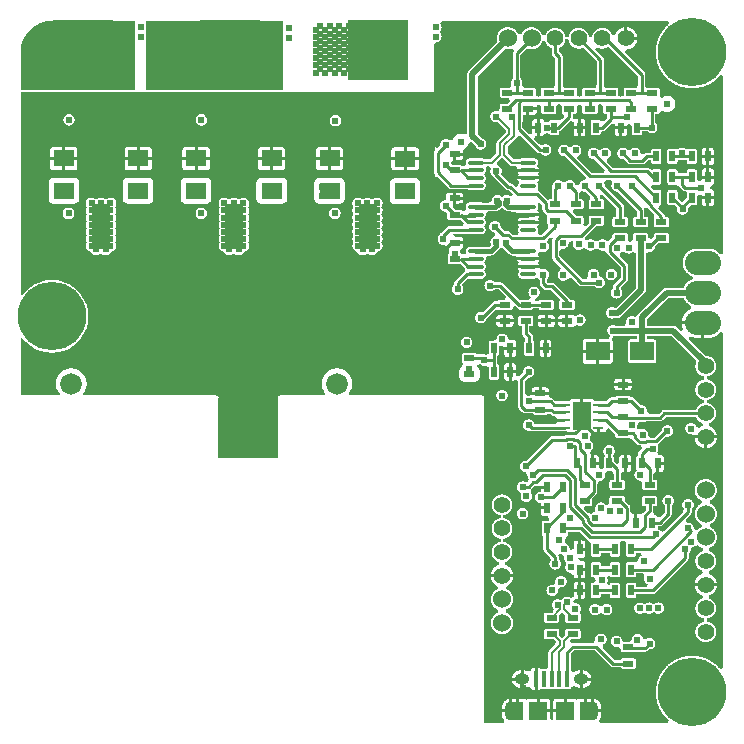
<source format=gbl>
G04*
G04 #@! TF.GenerationSoftware,Altium Limited,Altium Designer,19.1.8 (144)*
G04*
G04 Layer_Physical_Order=4*
G04 Layer_Color=16711680*
%FSLAX25Y25*%
%MOIN*%
G70*
G01*
G75*
%ADD10C,0.01000*%
%ADD17R,0.07087X0.05512*%
%ADD23R,0.03740X0.01968*%
%ADD26C,0.02400*%
%ADD32R,0.01968X0.03740*%
%ADD34R,0.20000X0.20000*%
%ADD63C,0.02000*%
%ADD65C,0.00800*%
%ADD83C,0.22835*%
%ADD84C,0.07200*%
%ADD85C,0.05512*%
%ADD86C,0.06000*%
%ADD87O,0.12000X0.08000*%
%ADD88O,0.04921X0.03740*%
%ADD89O,0.03347X0.06102*%
%ADD107O,0.05315X0.01575*%
%ADD108R,0.20000X0.20000*%
%ADD109R,0.07874X0.06496*%
%ADD110R,0.06260X0.09449*%
%ADD111R,0.03347X0.00984*%
%ADD112R,0.04331X0.06102*%
%ADD113R,0.01575X0.05315*%
%ADD114R,0.05906X0.06102*%
%ADD115C,0.01500*%
%ADD116R,0.06496X0.14862*%
%ADD117R,0.05512X0.05512*%
G36*
X-147638Y-24089D02*
X-193405D01*
Y-6649D01*
X-193338Y-6312D01*
X-193405Y-5974D01*
Y-3549D01*
X-193338Y-3212D01*
X-193405Y-2874D01*
Y-1071D01*
X-147638D01*
Y-24089D01*
D02*
G37*
G36*
X-224803Y-1071D02*
X-197146D01*
Y-2874D01*
X-197213Y-3212D01*
X-197146Y-3549D01*
Y-5974D01*
X-197213Y-6312D01*
X-197146Y-6649D01*
Y-24089D01*
X-235150D01*
Y-11417D01*
X-235168Y-11327D01*
X-234978Y-9393D01*
X-234387Y-7447D01*
X-233429Y-5654D01*
X-232138Y-4082D01*
X-230566Y-2792D01*
X-228773Y-1833D01*
X-226827Y-1243D01*
X-224894Y-1053D01*
X-224803Y-1071D01*
D02*
G37*
G36*
X-19101Y-1959D02*
X-19106Y-2051D01*
X-19311Y-2222D01*
X-19541Y-2425D01*
X-19766Y-2634D01*
X-19986Y-2848D01*
X-20201Y-3068D01*
X-20409Y-3293D01*
X-20612Y-3524D01*
X-20809Y-3759D01*
X-21000Y-4000D01*
X-21185Y-4245D01*
X-21364Y-4495D01*
X-21536Y-4749D01*
X-21701Y-5007D01*
X-21860Y-5270D01*
X-22013Y-5536D01*
X-22159Y-5807D01*
X-22297Y-6081D01*
X-22429Y-6358D01*
X-22554Y-6638D01*
X-22671Y-6922D01*
X-22781Y-7209D01*
X-22884Y-7498D01*
X-22980Y-7790D01*
X-23068Y-8084D01*
X-23149Y-8380D01*
X-23222Y-8678D01*
X-23288Y-8978D01*
X-23346Y-9279D01*
X-23396Y-9582D01*
X-23438Y-9886D01*
X-23473Y-10191D01*
X-23501Y-10497D01*
X-23520Y-10803D01*
X-23532Y-11110D01*
X-23536Y-11417D01*
X-23532Y-11724D01*
X-23520Y-12031D01*
X-23501Y-12337D01*
X-23473Y-12643D01*
X-23438Y-12948D01*
X-23396Y-13252D01*
X-23346Y-13555D01*
X-23288Y-13857D01*
X-23222Y-14157D01*
X-23149Y-14455D01*
X-23068Y-14751D01*
X-22980Y-15045D01*
X-22884Y-15337D01*
X-22781Y-15626D01*
X-22671Y-15913D01*
X-22554Y-16196D01*
X-22429Y-16477D01*
X-22297Y-16754D01*
X-22159Y-17028D01*
X-22013Y-17298D01*
X-21860Y-17565D01*
X-21701Y-17828D01*
X-21536Y-18086D01*
X-21364Y-18340D01*
X-21185Y-18590D01*
X-21000Y-18835D01*
X-20809Y-19075D01*
X-20612Y-19311D01*
X-20409Y-19541D01*
X-20201Y-19766D01*
X-19986Y-19986D01*
X-19766Y-20201D01*
X-19541Y-20409D01*
X-19311Y-20612D01*
X-19075Y-20809D01*
X-18835Y-21000D01*
X-18590Y-21185D01*
X-18340Y-21364D01*
X-18086Y-21536D01*
X-17828Y-21701D01*
X-17565Y-21860D01*
X-17298Y-22013D01*
X-17028Y-22159D01*
X-16754Y-22297D01*
X-16477Y-22429D01*
X-16196Y-22554D01*
X-15913Y-22671D01*
X-15626Y-22781D01*
X-15337Y-22884D01*
X-15045Y-22980D01*
X-14751Y-23068D01*
X-14455Y-23149D01*
X-14157Y-23222D01*
X-13857Y-23288D01*
X-13555Y-23346D01*
X-13252Y-23396D01*
X-12948Y-23438D01*
X-12643Y-23473D01*
X-12337Y-23501D01*
X-12031Y-23520D01*
X-11724Y-23532D01*
X-11417Y-23536D01*
X-11110Y-23532D01*
X-10803Y-23520D01*
X-10497Y-23501D01*
X-10191Y-23473D01*
X-9886Y-23438D01*
X-9582Y-23396D01*
X-9279Y-23346D01*
X-8978Y-23288D01*
X-8678Y-23222D01*
X-8380Y-23149D01*
X-8084Y-23068D01*
X-7790Y-22980D01*
X-7498Y-22884D01*
X-7209Y-22781D01*
X-6922Y-22671D01*
X-6638Y-22554D01*
X-6358Y-22429D01*
X-6081Y-22297D01*
X-5807Y-22159D01*
X-5536Y-22013D01*
X-5270Y-21860D01*
X-5007Y-21701D01*
X-4749Y-21536D01*
X-4495Y-21364D01*
X-4245Y-21185D01*
X-4000Y-21000D01*
X-3759Y-20809D01*
X-3524Y-20612D01*
X-3293Y-20409D01*
X-3068Y-20201D01*
X-2848Y-19986D01*
X-2634Y-19766D01*
X-2425Y-19541D01*
X-2222Y-19311D01*
X-2051Y-19106D01*
X-1960Y-19101D01*
X-1051Y-19455D01*
Y-78655D01*
X-1687Y-78951D01*
X-2051Y-78959D01*
X-2071Y-78930D01*
X-2182Y-78783D01*
X-2299Y-78640D01*
X-2422Y-78502D01*
X-2550Y-78369D01*
X-2683Y-78241D01*
X-2821Y-78118D01*
X-2964Y-78001D01*
X-3111Y-77890D01*
X-3262Y-77784D01*
X-3418Y-77685D01*
X-3577Y-77591D01*
X-3740Y-77504D01*
X-3906Y-77424D01*
X-4075Y-77350D01*
X-4247Y-77283D01*
X-4421Y-77222D01*
X-4598Y-77169D01*
X-4777Y-77122D01*
X-4957Y-77082D01*
X-5139Y-77050D01*
X-5322Y-77025D01*
X-5505Y-77007D01*
X-5689Y-76996D01*
X-5874Y-76992D01*
X-9874D01*
X-10059Y-76996D01*
X-10243Y-77007D01*
X-10427Y-77025D01*
X-10609Y-77050D01*
X-10791Y-77082D01*
X-10971Y-77122D01*
X-11150Y-77169D01*
X-11327Y-77222D01*
X-11501Y-77283D01*
X-11673Y-77350D01*
X-11842Y-77424D01*
X-12008Y-77504D01*
X-12171Y-77591D01*
X-12330Y-77685D01*
X-12486Y-77784D01*
X-12637Y-77890D01*
X-12784Y-78001D01*
X-12927Y-78118D01*
X-13065Y-78241D01*
X-13198Y-78369D01*
X-13326Y-78502D01*
X-13449Y-78640D01*
X-13566Y-78783D01*
X-13677Y-78930D01*
X-13783Y-79081D01*
X-13882Y-79237D01*
X-13976Y-79396D01*
X-14063Y-79559D01*
X-14143Y-79725D01*
X-14217Y-79894D01*
X-14284Y-80066D01*
X-14345Y-80240D01*
X-14398Y-80417D01*
X-14445Y-80595D01*
X-14485Y-80776D01*
X-14517Y-80958D01*
X-14542Y-81140D01*
X-14560Y-81324D01*
X-14571Y-81508D01*
X-14575Y-81693D01*
X-14571Y-81877D01*
X-14560Y-82062D01*
X-14542Y-82245D01*
X-14517Y-82428D01*
X-14485Y-82610D01*
X-14445Y-82790D01*
X-14398Y-82969D01*
X-14345Y-83146D01*
X-14284Y-83320D01*
X-14217Y-83492D01*
X-14143Y-83661D01*
X-14063Y-83827D01*
X-13976Y-83990D01*
X-13882Y-84149D01*
X-13783Y-84305D01*
X-13677Y-84456D01*
X-13566Y-84603D01*
X-13449Y-84746D01*
X-13326Y-84884D01*
X-13198Y-85017D01*
X-13065Y-85145D01*
X-12927Y-85268D01*
X-12784Y-85385D01*
X-12637Y-85496D01*
X-12486Y-85602D01*
X-12330Y-85701D01*
X-12171Y-85794D01*
X-12008Y-85881D01*
X-11842Y-85962D01*
X-11673Y-86036D01*
X-11501Y-86103D01*
X-11327Y-86164D01*
X-11296Y-86173D01*
X-11150Y-86662D01*
Y-86724D01*
X-11296Y-87213D01*
X-11327Y-87222D01*
X-11501Y-87283D01*
X-11673Y-87350D01*
X-11842Y-87424D01*
X-12008Y-87504D01*
X-12171Y-87591D01*
X-12330Y-87685D01*
X-12486Y-87784D01*
X-12637Y-87890D01*
X-12784Y-88001D01*
X-12927Y-88118D01*
X-13065Y-88241D01*
X-13198Y-88369D01*
X-13326Y-88502D01*
X-13449Y-88640D01*
X-13566Y-88783D01*
X-13677Y-88930D01*
X-13783Y-89081D01*
X-13882Y-89237D01*
X-13976Y-89396D01*
X-14063Y-89559D01*
X-14143Y-89725D01*
X-14217Y-89894D01*
X-14255Y-89992D01*
X-19842D01*
X-19954Y-89996D01*
X-20064Y-90007D01*
X-20174Y-90025D01*
X-20283Y-90050D01*
X-20389Y-90082D01*
X-20493Y-90122D01*
X-20595Y-90167D01*
X-20693Y-90220D01*
X-20787Y-90279D01*
X-20878Y-90343D01*
X-20964Y-90414D01*
X-21045Y-90490D01*
X-29254Y-98699D01*
X-29330Y-98780D01*
X-29401Y-98866D01*
X-29465Y-98957D01*
X-29524Y-99051D01*
X-29577Y-99149D01*
X-29603Y-99207D01*
X-29649Y-99272D01*
X-29843Y-99408D01*
X-29940Y-99458D01*
X-30405Y-99631D01*
X-30604Y-99649D01*
X-30716Y-99645D01*
X-30822Y-99601D01*
X-30931Y-99563D01*
X-31041Y-99532D01*
X-31153Y-99508D01*
X-31267Y-99491D01*
X-31381Y-99481D01*
X-31496Y-99477D01*
X-31611Y-99481D01*
X-31725Y-99491D01*
X-31839Y-99508D01*
X-31951Y-99532D01*
X-32062Y-99563D01*
X-32170Y-99601D01*
X-32276Y-99645D01*
X-32379Y-99695D01*
X-32480Y-99751D01*
X-32576Y-99814D01*
X-32668Y-99882D01*
X-32757Y-99955D01*
X-32840Y-100034D01*
X-32919Y-100117D01*
X-32992Y-100206D01*
X-33060Y-100298D01*
X-33123Y-100395D01*
X-33179Y-100495D01*
X-33230Y-100598D01*
X-33273Y-100704D01*
X-33311Y-100812D01*
X-33342Y-100923D01*
X-33366Y-101035D01*
X-33383Y-101149D01*
X-33393Y-101263D01*
X-33397Y-101378D01*
X-33393Y-101493D01*
X-33383Y-101607D01*
X-33380Y-101630D01*
X-33404Y-101784D01*
X-33788Y-102421D01*
X-33791Y-102425D01*
X-33812Y-102445D01*
X-33934Y-102535D01*
X-34112Y-102630D01*
X-36948D01*
X-37015Y-102597D01*
X-37121Y-102553D01*
X-37230Y-102516D01*
X-37340Y-102485D01*
X-37453Y-102461D01*
X-37566Y-102444D01*
X-37681Y-102433D01*
X-37795Y-102430D01*
X-37910Y-102433D01*
X-38024Y-102444D01*
X-38138Y-102461D01*
X-38250Y-102485D01*
X-38361Y-102516D01*
X-38469Y-102553D01*
X-38575Y-102597D01*
X-38679Y-102648D01*
X-38779Y-102704D01*
X-38875Y-102766D01*
X-38968Y-102834D01*
X-39056Y-102908D01*
X-39139Y-102987D01*
X-39218Y-103070D01*
X-39292Y-103158D01*
X-39360Y-103251D01*
X-39422Y-103347D01*
X-39478Y-103447D01*
X-39529Y-103551D01*
X-39573Y-103657D01*
X-39610Y-103765D01*
X-39641Y-103876D01*
X-39665Y-103988D01*
X-39682Y-104102D01*
X-39693Y-104216D01*
X-39696Y-104331D01*
X-39693Y-104446D01*
X-39682Y-104560D01*
X-39665Y-104673D01*
X-39641Y-104786D01*
X-39610Y-104896D01*
X-39573Y-105005D01*
X-39529Y-105111D01*
X-39478Y-105214D01*
X-39422Y-105314D01*
X-39360Y-105411D01*
X-39292Y-105503D01*
X-39218Y-105591D01*
X-39139Y-105675D01*
X-39056Y-105754D01*
X-38968Y-105827D01*
X-38875Y-105895D01*
X-38721Y-106032D01*
X-38716Y-106041D01*
X-38977Y-106972D01*
X-39275Y-106972D01*
X-42315D01*
Y-110720D01*
X-37877D01*
Y-107973D01*
X-37881Y-107885D01*
X-37892Y-107799D01*
X-37911Y-107713D01*
X-37937Y-107630D01*
X-37971Y-107549D01*
X-38011Y-107472D01*
X-38058Y-107398D01*
X-38058Y-107398D01*
X-38111Y-107329D01*
X-38111Y-107329D01*
X-38170Y-107265D01*
X-38229Y-107191D01*
X-38153Y-106881D01*
X-37919Y-106318D01*
X-37876Y-106243D01*
X-37795Y-106232D01*
X-37681Y-106228D01*
X-37566Y-106218D01*
X-37453Y-106200D01*
X-37340Y-106176D01*
X-37230Y-106146D01*
X-37121Y-106108D01*
X-37015Y-106064D01*
X-36948Y-106032D01*
X-29752D01*
Y-107272D01*
X-31988D01*
X-32057Y-107275D01*
X-32125Y-107285D01*
X-32192Y-107302D01*
X-32256Y-107325D01*
X-32319Y-107354D01*
X-32378Y-107390D01*
X-32433Y-107431D01*
X-32484Y-107477D01*
X-32530Y-107528D01*
X-32571Y-107583D01*
X-32606Y-107642D01*
X-32636Y-107704D01*
X-32659Y-107769D01*
X-32676Y-107836D01*
X-32686Y-107904D01*
X-32689Y-107973D01*
Y-114469D01*
X-32686Y-114537D01*
X-32676Y-114605D01*
X-32659Y-114672D01*
X-32636Y-114737D01*
X-32606Y-114799D01*
X-32571Y-114858D01*
X-32530Y-114913D01*
X-32484Y-114964D01*
X-32433Y-115010D01*
X-32378Y-115051D01*
X-32319Y-115087D01*
X-32256Y-115116D01*
X-32192Y-115139D01*
X-32125Y-115156D01*
X-32057Y-115166D01*
X-31988Y-115169D01*
X-24114D01*
X-24046Y-115166D01*
X-23977Y-115156D01*
X-23911Y-115139D01*
X-23846Y-115116D01*
X-23784Y-115087D01*
X-23725Y-115051D01*
X-23670Y-115010D01*
X-23619Y-114964D01*
X-23572Y-114913D01*
X-23531Y-114858D01*
X-23496Y-114799D01*
X-23467Y-114737D01*
X-23444Y-114672D01*
X-23427Y-114605D01*
X-23417Y-114537D01*
X-23413Y-114469D01*
Y-107973D01*
X-23417Y-107904D01*
X-23427Y-107836D01*
X-23444Y-107769D01*
X-23467Y-107704D01*
X-23496Y-107642D01*
X-23531Y-107583D01*
X-23572Y-107528D01*
X-23619Y-107477D01*
X-23670Y-107431D01*
X-23725Y-107390D01*
X-23784Y-107354D01*
X-23846Y-107325D01*
X-23911Y-107302D01*
X-23977Y-107285D01*
X-24046Y-107275D01*
X-24114Y-107272D01*
X-26350D01*
Y-106032D01*
X-18421D01*
X-9939Y-114514D01*
X-9985Y-114601D01*
X-10053Y-114745D01*
X-10114Y-114893D01*
X-10168Y-115043D01*
X-10215Y-115196D01*
X-10255Y-115350D01*
X-10288Y-115506D01*
X-10314Y-115664D01*
X-10333Y-115823D01*
X-10344Y-115982D01*
X-10347Y-116142D01*
X-10344Y-116301D01*
X-10333Y-116461D01*
X-10314Y-116619D01*
X-10288Y-116777D01*
X-10255Y-116933D01*
X-10215Y-117088D01*
X-10168Y-117240D01*
X-10114Y-117391D01*
X-10053Y-117538D01*
X-9985Y-117683D01*
X-9910Y-117824D01*
X-9829Y-117962D01*
X-9742Y-118095D01*
X-9649Y-118225D01*
X-9550Y-118350D01*
X-9445Y-118471D01*
X-9335Y-118586D01*
X-9219Y-118696D01*
X-9099Y-118801D01*
X-8974Y-118900D01*
X-8844Y-118994D01*
X-8710Y-119081D01*
X-8573Y-119162D01*
X-8431Y-119236D01*
X-8287Y-119304D01*
X-8139Y-119365D01*
X-7989Y-119419D01*
X-7836Y-119467D01*
X-7682Y-119507D01*
X-7551Y-119534D01*
X-7526Y-119540D01*
X-7346Y-119585D01*
X-7325Y-119750D01*
Y-120407D01*
X-7346Y-120572D01*
X-7526Y-120618D01*
X-7551Y-120623D01*
X-7682Y-120651D01*
X-7836Y-120691D01*
X-7989Y-120738D01*
X-8139Y-120792D01*
X-8287Y-120853D01*
X-8431Y-120921D01*
X-8573Y-120996D01*
X-8710Y-121077D01*
X-8844Y-121164D01*
X-8974Y-121257D01*
X-9099Y-121356D01*
X-9219Y-121461D01*
X-9335Y-121571D01*
X-9445Y-121687D01*
X-9550Y-121807D01*
X-9649Y-121932D01*
X-9742Y-122062D01*
X-9829Y-122196D01*
X-9910Y-122334D01*
X-9985Y-122475D01*
X-10053Y-122619D01*
X-10114Y-122767D01*
X-10168Y-122917D01*
X-10215Y-123070D01*
X-10255Y-123224D01*
X-10288Y-123381D01*
X-10314Y-123538D01*
X-10333Y-123697D01*
X-10344Y-123856D01*
X-10347Y-124016D01*
X-10344Y-124175D01*
X-10333Y-124335D01*
X-10314Y-124493D01*
X-10288Y-124651D01*
X-10255Y-124807D01*
X-10215Y-124962D01*
X-10168Y-125114D01*
X-10114Y-125265D01*
X-10053Y-125412D01*
X-9985Y-125557D01*
X-9910Y-125698D01*
X-9829Y-125836D01*
X-9742Y-125969D01*
X-9649Y-126099D01*
X-9550Y-126224D01*
X-9445Y-126345D01*
X-9335Y-126460D01*
X-9219Y-126570D01*
X-9099Y-126675D01*
X-8974Y-126774D01*
X-8844Y-126868D01*
X-8710Y-126955D01*
X-8573Y-127036D01*
X-8431Y-127110D01*
X-8287Y-127178D01*
X-8139Y-127239D01*
X-7989Y-127293D01*
X-7836Y-127341D01*
X-7682Y-127381D01*
X-7551Y-127408D01*
X-7526Y-127414D01*
X-7347Y-127459D01*
X-7325Y-127624D01*
Y-128281D01*
X-7347Y-128446D01*
X-7526Y-128492D01*
X-7551Y-128497D01*
X-7682Y-128525D01*
X-7836Y-128565D01*
X-7989Y-128612D01*
X-8139Y-128666D01*
X-8287Y-128727D01*
X-8431Y-128795D01*
X-8573Y-128870D01*
X-8710Y-128951D01*
X-8844Y-129038D01*
X-8974Y-129131D01*
X-9099Y-129230D01*
X-9219Y-129335D01*
X-9335Y-129445D01*
X-9445Y-129561D01*
X-9550Y-129681D01*
X-9649Y-129807D01*
X-9742Y-129936D01*
X-9829Y-130070D01*
X-9910Y-130208D01*
X-9985Y-130349D01*
X-10053Y-130493D01*
X-10114Y-130641D01*
X-10131Y-130689D01*
X-20669D01*
X-20764Y-130693D01*
X-20857Y-130704D01*
X-20950Y-130722D01*
X-21040Y-130748D01*
X-21129Y-130780D01*
X-21215Y-130820D01*
X-21297Y-130866D01*
X-21375Y-130918D01*
X-21449Y-130977D01*
X-21519Y-131041D01*
X-21519Y-131041D01*
X-22582Y-132105D01*
X-25626D01*
X-25879Y-131983D01*
X-25921Y-131954D01*
X-25942Y-131934D01*
X-26000Y-131867D01*
X-26396Y-131293D01*
X-26446Y-131105D01*
X-26445Y-131102D01*
X-26449Y-130987D01*
X-26459Y-130873D01*
X-26477Y-130760D01*
X-26501Y-130647D01*
X-26532Y-130537D01*
X-26569Y-130428D01*
X-26613Y-130322D01*
X-26663Y-130219D01*
X-26720Y-130119D01*
X-26782Y-130022D01*
X-26850Y-129930D01*
X-26924Y-129842D01*
X-27002Y-129758D01*
X-27086Y-129679D01*
X-27174Y-129606D01*
X-27267Y-129538D01*
X-27363Y-129475D01*
X-27463Y-129419D01*
X-27566Y-129369D01*
X-27672Y-129325D01*
X-27781Y-129287D01*
X-27891Y-129256D01*
X-28004Y-129232D01*
X-28117Y-129215D01*
X-28232Y-129205D01*
X-28346Y-129201D01*
X-28461Y-129205D01*
X-28539Y-129212D01*
X-30900Y-126851D01*
X-30969Y-126787D01*
X-31043Y-126728D01*
X-31121Y-126676D01*
X-31204Y-126630D01*
X-31289Y-126591D01*
X-31378Y-126558D01*
X-31468Y-126532D01*
X-31561Y-126514D01*
X-31655Y-126503D01*
X-31749Y-126499D01*
X-31749Y-126499D01*
X-31913D01*
X-31931Y-126448D01*
X-31961Y-126385D01*
X-31996Y-126326D01*
X-32037Y-126271D01*
X-32083Y-126220D01*
X-32134Y-126174D01*
X-32189Y-126133D01*
X-32248Y-126098D01*
X-32311Y-126068D01*
X-32375Y-126045D01*
X-32442Y-126028D01*
X-32510Y-126018D01*
X-32579Y-126015D01*
X-36319D01*
X-36388Y-126018D01*
X-36456Y-126028D01*
X-36522Y-126045D01*
X-36587Y-126068D01*
X-36649Y-126098D01*
X-36708Y-126133D01*
X-36764Y-126174D01*
X-36814Y-126220D01*
X-36861Y-126271D01*
X-36902Y-126326D01*
X-36937Y-126385D01*
X-36966Y-126448D01*
X-36985Y-126499D01*
X-38133D01*
X-38227Y-126503D01*
X-38321Y-126514D01*
X-38413Y-126532D01*
X-38504Y-126558D01*
X-38593Y-126591D01*
X-38678Y-126630D01*
X-38761Y-126676D01*
X-38839Y-126728D01*
X-38913Y-126787D01*
X-38982Y-126851D01*
X-38982Y-126851D01*
X-39966Y-127834D01*
X-42638D01*
X-42732Y-127838D01*
X-42768Y-127842D01*
X-44147D01*
X-44158Y-127807D01*
X-44191Y-127727D01*
X-44232Y-127649D01*
X-44278Y-127576D01*
X-44332Y-127506D01*
X-44391Y-127442D01*
X-44455Y-127383D01*
X-44524Y-127330D01*
X-44598Y-127283D01*
X-44675Y-127242D01*
X-44756Y-127209D01*
X-44839Y-127183D01*
X-44925Y-127164D01*
X-45011Y-127153D01*
X-45098Y-127149D01*
X-47728D01*
Y-132874D01*
X-48728D01*
Y-127149D01*
X-51358D01*
X-51446Y-127153D01*
X-51532Y-127164D01*
X-51617Y-127183D01*
X-51701Y-127209D01*
X-51781Y-127242D01*
X-51859Y-127283D01*
X-51932Y-127330D01*
X-52002Y-127383D01*
X-52066Y-127442D01*
X-52125Y-127506D01*
X-52178Y-127576D01*
X-52225Y-127649D01*
X-52265Y-127727D01*
X-52299Y-127807D01*
X-52310Y-127842D01*
X-53689D01*
X-53725Y-127838D01*
X-53819Y-127834D01*
X-57039D01*
X-57770Y-127104D01*
X-57840Y-127040D01*
X-57914Y-126981D01*
X-57992Y-126929D01*
X-58074Y-126883D01*
X-58160Y-126843D01*
X-58248Y-126811D01*
X-58384Y-126764D01*
X-58579Y-126674D01*
X-58736Y-126577D01*
X-59137Y-125973D01*
Y-125753D01*
X-62008D01*
X-65297D01*
X-65527Y-125925D01*
X-65812Y-126048D01*
X-65879Y-126054D01*
X-65945Y-126052D01*
X-66060Y-126055D01*
X-66144Y-126063D01*
X-66180Y-126063D01*
X-66487Y-125947D01*
X-66942Y-125636D01*
X-66954Y-125626D01*
X-66979Y-125597D01*
X-67121Y-125369D01*
X-67144Y-125319D01*
Y-121008D01*
X-66137Y-120001D01*
X-66060Y-120008D01*
X-65945Y-120011D01*
X-65830Y-120008D01*
X-65716Y-119997D01*
X-65602Y-119980D01*
X-65490Y-119956D01*
X-65379Y-119925D01*
X-65271Y-119888D01*
X-65165Y-119844D01*
X-65061Y-119793D01*
X-64961Y-119737D01*
X-64865Y-119675D01*
X-64773Y-119607D01*
X-64684Y-119533D01*
X-64601Y-119454D01*
X-64522Y-119371D01*
X-64449Y-119282D01*
X-64381Y-119190D01*
X-64318Y-119094D01*
X-64262Y-118994D01*
X-64211Y-118890D01*
X-64167Y-118784D01*
X-64130Y-118676D01*
X-64099Y-118565D01*
X-64075Y-118453D01*
X-64058Y-118339D01*
X-64047Y-118225D01*
X-64044Y-118110D01*
X-64047Y-117996D01*
X-64058Y-117881D01*
X-64075Y-117768D01*
X-64099Y-117655D01*
X-64130Y-117545D01*
X-64167Y-117436D01*
X-64211Y-117330D01*
X-64262Y-117227D01*
X-64318Y-117127D01*
X-64381Y-117030D01*
X-64449Y-116938D01*
X-64522Y-116850D01*
X-64601Y-116766D01*
X-64684Y-116687D01*
X-64773Y-116614D01*
X-64865Y-116546D01*
X-64961Y-116483D01*
X-65061Y-116427D01*
X-65165Y-116377D01*
X-65271Y-116333D01*
X-65379Y-116295D01*
X-65490Y-116265D01*
X-65602Y-116241D01*
X-65716Y-116223D01*
X-65830Y-116213D01*
X-65945Y-116209D01*
X-66060Y-116213D01*
X-66174Y-116223D01*
X-66287Y-116241D01*
X-66400Y-116265D01*
X-66510Y-116295D01*
X-66619Y-116333D01*
X-66725Y-116377D01*
X-66828Y-116427D01*
X-66928Y-116483D01*
X-67025Y-116546D01*
X-67117Y-116614D01*
X-67205Y-116687D01*
X-67289Y-116766D01*
X-67368Y-116850D01*
X-67441Y-116938D01*
X-67509Y-117030D01*
X-67572Y-117127D01*
X-67628Y-117227D01*
X-67678Y-117330D01*
X-67722Y-117436D01*
X-67760Y-117545D01*
X-67791Y-117655D01*
X-67815Y-117768D01*
X-67832Y-117881D01*
X-67842Y-117996D01*
X-67846Y-118110D01*
X-67842Y-118225D01*
X-67835Y-118302D01*
X-69117Y-119584D01*
X-69654Y-119526D01*
X-69679Y-119519D01*
X-69976Y-119330D01*
X-70117Y-119228D01*
Y-118611D01*
X-71602D01*
Y-120982D01*
X-71118D01*
X-71031Y-120978D01*
X-70944Y-120966D01*
X-70859Y-120948D01*
X-70776Y-120921D01*
X-70695Y-120888D01*
X-70618Y-120848D01*
X-70544Y-120801D01*
X-69965Y-120908D01*
X-69546Y-121217D01*
Y-129490D01*
X-69546Y-129490D01*
X-69542Y-129584D01*
X-69531Y-129678D01*
X-69513Y-129770D01*
X-69487Y-129861D01*
X-69454Y-129949D01*
X-69415Y-130035D01*
X-69369Y-130117D01*
X-69316Y-130196D01*
X-69258Y-130270D01*
X-69194Y-130339D01*
X-68031Y-131502D01*
X-68031Y-131502D01*
X-67962Y-131566D01*
X-67888Y-131624D01*
X-67809Y-131677D01*
X-67727Y-131723D01*
X-67642Y-131762D01*
X-67553Y-131795D01*
X-67462Y-131820D01*
X-67370Y-131839D01*
X-67276Y-131850D01*
X-67182Y-131854D01*
X-67182Y-131854D01*
X-64544D01*
X-64525Y-131905D01*
X-64496Y-131967D01*
X-64461Y-132026D01*
X-64420Y-132082D01*
X-64373Y-132133D01*
X-64323Y-132179D01*
X-64267Y-132220D01*
X-64208Y-132255D01*
X-64146Y-132284D01*
X-64081Y-132308D01*
X-64015Y-132324D01*
X-63947Y-132334D01*
X-63878Y-132338D01*
X-60138D01*
X-60069Y-132334D01*
X-60001Y-132324D01*
X-59934Y-132308D01*
X-59870Y-132284D01*
X-59807Y-132255D01*
X-59748Y-132220D01*
X-59693Y-132179D01*
X-59642Y-132133D01*
X-58793Y-132078D01*
X-58533Y-132142D01*
X-58231Y-132444D01*
X-58231Y-132444D01*
X-58162Y-132508D01*
X-58088Y-132566D01*
X-58009Y-132618D01*
X-57927Y-132665D01*
X-57841Y-132704D01*
X-57753Y-132737D01*
X-57662Y-132762D01*
X-57570Y-132781D01*
X-57476Y-132792D01*
X-57382Y-132795D01*
X-57382Y-132795D01*
X-57288D01*
X-57169Y-132855D01*
X-57011Y-132954D01*
X-56745Y-133271D01*
X-56498Y-133654D01*
X-53819D01*
Y-134654D01*
X-56498D01*
X-56744Y-135036D01*
X-57011Y-135353D01*
X-57168Y-135452D01*
X-57288Y-135512D01*
X-64071D01*
X-64075Y-135484D01*
X-64099Y-135372D01*
X-64130Y-135261D01*
X-64167Y-135152D01*
X-64211Y-135046D01*
X-64262Y-134943D01*
X-64318Y-134843D01*
X-64380Y-134747D01*
X-64448Y-134654D01*
X-64522Y-134566D01*
X-64601Y-134482D01*
X-64684Y-134404D01*
X-64772Y-134330D01*
X-64865Y-134262D01*
X-64961Y-134200D01*
X-65061Y-134143D01*
X-65165Y-134093D01*
X-65271Y-134049D01*
X-65379Y-134012D01*
X-65490Y-133981D01*
X-65602Y-133957D01*
X-65716Y-133940D01*
X-65830Y-133929D01*
X-65945Y-133926D01*
X-66059Y-133929D01*
X-66174Y-133940D01*
X-66287Y-133957D01*
X-66400Y-133981D01*
X-66510Y-134012D01*
X-66619Y-134049D01*
X-66725Y-134093D01*
X-66828Y-134143D01*
X-66928Y-134200D01*
X-67025Y-134262D01*
X-67117Y-134330D01*
X-67205Y-134404D01*
X-67289Y-134482D01*
X-67368Y-134566D01*
X-67441Y-134654D01*
X-67509Y-134747D01*
X-67572Y-134843D01*
X-67628Y-134943D01*
X-67678Y-135046D01*
X-67722Y-135152D01*
X-67760Y-135261D01*
X-67790Y-135372D01*
X-67814Y-135484D01*
X-67832Y-135597D01*
X-67842Y-135712D01*
X-67846Y-135827D01*
X-67842Y-135941D01*
X-67832Y-136056D01*
X-67814Y-136169D01*
X-67790Y-136281D01*
X-67760Y-136392D01*
X-67722Y-136501D01*
X-67678Y-136607D01*
X-67628Y-136710D01*
X-67572Y-136810D01*
X-67509Y-136906D01*
X-67441Y-136999D01*
X-67368Y-137087D01*
X-67289Y-137171D01*
X-67205Y-137249D01*
X-67117Y-137323D01*
X-67025Y-137391D01*
X-66928Y-137453D01*
X-66828Y-137510D01*
X-66725Y-137560D01*
X-66619Y-137604D01*
X-66510Y-137641D01*
X-66400Y-137672D01*
X-66287Y-137696D01*
X-66174Y-137714D01*
X-66059Y-137724D01*
X-65945Y-137727D01*
X-65830Y-137724D01*
X-65716Y-137714D01*
X-65602Y-137696D01*
X-65563Y-137688D01*
X-65490Y-137737D01*
X-65407Y-137783D01*
X-65322Y-137822D01*
X-65233Y-137855D01*
X-65143Y-137880D01*
X-65050Y-137899D01*
X-64956Y-137910D01*
X-64862Y-137914D01*
X-53819D01*
X-53725Y-137910D01*
X-53689Y-137906D01*
X-53193D01*
X-52971Y-138115D01*
X-53089Y-138746D01*
X-53297Y-139056D01*
X-53434Y-139145D01*
X-53463Y-139155D01*
X-53531Y-139174D01*
X-53619Y-139207D01*
X-53705Y-139246D01*
X-53787Y-139292D01*
X-53865Y-139345D01*
X-53939Y-139403D01*
X-54009Y-139467D01*
X-54089Y-139547D01*
X-58071D01*
X-58071Y-139547D01*
X-58165Y-139551D01*
X-58259Y-139562D01*
X-58351Y-139580D01*
X-58442Y-139606D01*
X-58530Y-139638D01*
X-58616Y-139678D01*
X-58698Y-139724D01*
X-58777Y-139777D01*
X-58851Y-139835D01*
X-58920Y-139899D01*
X-58920Y-139899D01*
X-66737Y-147716D01*
X-66814Y-147709D01*
X-66929Y-147705D01*
X-67044Y-147709D01*
X-67158Y-147719D01*
X-67272Y-147736D01*
X-67384Y-147760D01*
X-67494Y-147791D01*
X-67603Y-147829D01*
X-67709Y-147873D01*
X-67812Y-147923D01*
X-67912Y-147979D01*
X-68009Y-148042D01*
X-68101Y-148110D01*
X-68190Y-148183D01*
X-68273Y-148262D01*
X-68352Y-148345D01*
X-68425Y-148434D01*
X-68493Y-148526D01*
X-68556Y-148623D01*
X-68612Y-148723D01*
X-68662Y-148826D01*
X-68706Y-148932D01*
X-68744Y-149040D01*
X-68775Y-149151D01*
X-68799Y-149263D01*
X-68816Y-149377D01*
X-68826Y-149491D01*
X-68830Y-149606D01*
X-68826Y-149721D01*
X-68816Y-149835D01*
X-68799Y-149949D01*
X-68775Y-150061D01*
X-68744Y-150171D01*
X-68706Y-150280D01*
X-68662Y-150386D01*
X-68612Y-150489D01*
X-68556Y-150589D01*
X-68493Y-150686D01*
X-68425Y-150778D01*
X-68352Y-150866D01*
X-68273Y-150950D01*
X-68190Y-151029D01*
X-68101Y-151102D01*
X-68009Y-151170D01*
X-67912Y-151233D01*
X-67812Y-151289D01*
X-67709Y-151339D01*
X-67603Y-151383D01*
X-67494Y-151421D01*
X-67384Y-151452D01*
X-67272Y-151476D01*
X-67158Y-151493D01*
X-67111Y-151497D01*
X-66998Y-151531D01*
X-66937Y-151567D01*
X-66814Y-151665D01*
X-66713Y-151769D01*
X-66437Y-152105D01*
X-66407Y-152152D01*
X-66363Y-152253D01*
X-66309Y-152439D01*
X-66309Y-152444D01*
X-66313Y-152559D01*
X-66309Y-152674D01*
X-66299Y-152788D01*
X-66282Y-152902D01*
X-66258Y-153014D01*
X-66227Y-153125D01*
X-66189Y-153233D01*
X-66145Y-153339D01*
X-66095Y-153442D01*
X-66039Y-153542D01*
X-65976Y-153639D01*
X-65939Y-153690D01*
X-66114Y-154441D01*
X-66179Y-154665D01*
X-66195Y-154675D01*
X-66478Y-154788D01*
X-66579Y-154822D01*
X-66902Y-154887D01*
X-66930Y-154869D01*
X-67030Y-154813D01*
X-67133Y-154762D01*
X-67239Y-154718D01*
X-67348Y-154681D01*
X-67458Y-154650D01*
X-67571Y-154626D01*
X-67684Y-154609D01*
X-67799Y-154598D01*
X-67913Y-154595D01*
X-68028Y-154598D01*
X-68142Y-154609D01*
X-68256Y-154626D01*
X-68368Y-154650D01*
X-68479Y-154681D01*
X-68587Y-154718D01*
X-68693Y-154762D01*
X-68797Y-154813D01*
X-68897Y-154869D01*
X-68993Y-154931D01*
X-69086Y-154999D01*
X-69174Y-155073D01*
X-69257Y-155152D01*
X-69336Y-155235D01*
X-69410Y-155324D01*
X-69478Y-155416D01*
X-69540Y-155512D01*
X-69596Y-155612D01*
X-69647Y-155716D01*
X-69691Y-155822D01*
X-69728Y-155930D01*
X-69759Y-156041D01*
X-69783Y-156153D01*
X-69800Y-156267D01*
X-69811Y-156381D01*
X-69814Y-156496D01*
X-69811Y-156611D01*
X-69800Y-156725D01*
X-69783Y-156838D01*
X-69759Y-156951D01*
X-69728Y-157061D01*
X-69691Y-157170D01*
X-69647Y-157276D01*
X-69596Y-157379D01*
X-69540Y-157479D01*
X-69478Y-157576D01*
X-69410Y-157668D01*
X-69336Y-157756D01*
X-69257Y-157840D01*
X-69174Y-157919D01*
X-69086Y-157992D01*
X-68993Y-158060D01*
X-68897Y-158123D01*
X-68730Y-158262D01*
X-68605Y-158416D01*
X-68527Y-158582D01*
X-68491Y-158766D01*
X-68497Y-158981D01*
X-68529Y-159141D01*
X-68553Y-159253D01*
X-68570Y-159367D01*
X-68581Y-159481D01*
X-68584Y-159596D01*
X-68581Y-159711D01*
X-68570Y-159825D01*
X-68553Y-159938D01*
X-68529Y-160051D01*
X-68498Y-160161D01*
X-68460Y-160270D01*
X-68417Y-160376D01*
X-68366Y-160479D01*
X-68310Y-160579D01*
X-68247Y-160676D01*
X-68179Y-160768D01*
X-68106Y-160856D01*
X-68027Y-160940D01*
X-67944Y-161019D01*
X-67855Y-161092D01*
X-67763Y-161160D01*
X-67666Y-161223D01*
X-67566Y-161279D01*
X-67463Y-161329D01*
X-67357Y-161373D01*
X-67249Y-161410D01*
X-67138Y-161441D01*
X-67026Y-161466D01*
X-66912Y-161483D01*
X-66798Y-161493D01*
X-66683Y-161497D01*
X-66568Y-161493D01*
X-66454Y-161483D01*
X-66340Y-161466D01*
X-66228Y-161441D01*
X-66118Y-161410D01*
X-66009Y-161373D01*
X-65903Y-161329D01*
X-65800Y-161279D01*
X-65700Y-161223D01*
X-65603Y-161160D01*
X-65511Y-161092D01*
X-65423Y-161019D01*
X-65339Y-160940D01*
X-65260Y-160856D01*
X-65187Y-160768D01*
X-65119Y-160676D01*
X-65056Y-160579D01*
X-65000Y-160479D01*
X-64950Y-160376D01*
X-64906Y-160270D01*
X-64868Y-160161D01*
X-64837Y-160051D01*
X-64813Y-159938D01*
X-64796Y-159825D01*
X-64786Y-159711D01*
X-64782Y-159596D01*
X-64786Y-159481D01*
X-64796Y-159367D01*
X-64813Y-159253D01*
X-64837Y-159141D01*
X-64868Y-159030D01*
X-64906Y-158922D01*
X-64950Y-158816D01*
X-65000Y-158712D01*
X-65056Y-158612D01*
X-65119Y-158516D01*
X-65119Y-158515D01*
X-65184Y-158295D01*
X-65189Y-158263D01*
X-65177Y-157830D01*
X-65120Y-157485D01*
X-65119Y-157481D01*
X-65074Y-157377D01*
X-64991Y-157240D01*
X-63910Y-156160D01*
X-63418D01*
X-63418Y-156160D01*
X-63324Y-156156D01*
X-63230Y-156145D01*
X-63138Y-156127D01*
X-63047Y-156101D01*
X-62958Y-156069D01*
X-62873Y-156029D01*
X-62790Y-155983D01*
X-62772Y-155971D01*
X-62409Y-156037D01*
X-62182Y-156090D01*
X-61772Y-156286D01*
Y-157932D01*
X-61883Y-158040D01*
X-61998Y-158044D01*
X-62112Y-158054D01*
X-62226Y-158071D01*
X-62338Y-158095D01*
X-62449Y-158126D01*
X-62557Y-158164D01*
X-62663Y-158207D01*
X-62766Y-158258D01*
X-62866Y-158314D01*
X-62963Y-158377D01*
X-63055Y-158445D01*
X-63144Y-158518D01*
X-63227Y-158597D01*
X-63306Y-158680D01*
X-63379Y-158769D01*
X-63447Y-158861D01*
X-63510Y-158958D01*
X-63566Y-159057D01*
X-63617Y-159161D01*
X-63660Y-159267D01*
X-63698Y-159375D01*
X-63729Y-159486D01*
X-63753Y-159598D01*
X-63770Y-159712D01*
X-63780Y-159826D01*
X-63784Y-159941D01*
X-63780Y-160056D01*
X-63770Y-160170D01*
X-63753Y-160284D01*
X-63729Y-160396D01*
X-63698Y-160506D01*
X-63660Y-160615D01*
X-63617Y-160721D01*
X-63566Y-160824D01*
X-63510Y-160924D01*
X-63447Y-161021D01*
X-63379Y-161113D01*
X-63306Y-161201D01*
X-63227Y-161285D01*
X-63144Y-161364D01*
X-63055Y-161437D01*
X-62963Y-161505D01*
X-62866Y-161568D01*
X-62766Y-161624D01*
X-62663Y-161674D01*
X-62557Y-161718D01*
X-62449Y-161756D01*
X-62338Y-161787D01*
X-62226Y-161811D01*
X-62112Y-161828D01*
X-61998Y-161838D01*
X-61883Y-161842D01*
X-61772Y-161950D01*
Y-162886D01*
X-59787D01*
Y-163886D01*
X-61772D01*
Y-165256D01*
X-61768Y-165343D01*
X-61757Y-165430D01*
X-61738Y-165515D01*
X-61712Y-165598D01*
X-61678Y-165679D01*
X-61638Y-165756D01*
X-61591Y-165830D01*
X-61538Y-165899D01*
X-61479Y-165964D01*
X-61414Y-166023D01*
X-61345Y-166076D01*
X-61271Y-166123D01*
X-61194Y-166163D01*
X-61113Y-166197D01*
X-61030Y-166223D01*
X-60945Y-166242D01*
X-60858Y-166253D01*
X-60771Y-166257D01*
X-59618D01*
X-59096Y-167241D01*
X-59243Y-167473D01*
X-59523Y-167705D01*
X-60771D01*
X-60840Y-167708D01*
X-60908Y-167718D01*
X-60974Y-167735D01*
X-61039Y-167758D01*
X-61101Y-167787D01*
X-61160Y-167823D01*
X-61216Y-167864D01*
X-61266Y-167910D01*
X-61313Y-167961D01*
X-61354Y-168016D01*
X-61389Y-168075D01*
X-61418Y-168137D01*
X-61442Y-168202D01*
X-61458Y-168269D01*
X-61468Y-168337D01*
X-61472Y-168405D01*
Y-172146D01*
X-61468Y-172214D01*
X-61458Y-172282D01*
X-61442Y-172349D01*
X-61418Y-172414D01*
X-61389Y-172476D01*
X-61354Y-172535D01*
X-61313Y-172590D01*
X-61266Y-172641D01*
X-61216Y-172687D01*
X-61160Y-172728D01*
X-61101Y-172764D01*
X-61039Y-172793D01*
X-60988Y-172812D01*
Y-177221D01*
X-60988Y-177221D01*
X-60984Y-177315D01*
X-60973Y-177409D01*
X-60954Y-177502D01*
X-60929Y-177592D01*
X-60896Y-177681D01*
X-60857Y-177766D01*
X-60811Y-177849D01*
X-60758Y-177927D01*
X-60700Y-178001D01*
X-60636Y-178070D01*
X-58876Y-179830D01*
X-58808Y-179938D01*
X-58431Y-180743D01*
X-58509Y-180826D01*
X-58583Y-180914D01*
X-58651Y-181007D01*
X-58713Y-181103D01*
X-58770Y-181203D01*
X-58820Y-181307D01*
X-58864Y-181413D01*
X-58901Y-181521D01*
X-58932Y-181632D01*
X-58956Y-181744D01*
X-58974Y-181858D01*
X-58984Y-181972D01*
X-58987Y-182087D01*
X-58984Y-182201D01*
X-58974Y-182316D01*
X-58956Y-182429D01*
X-58932Y-182542D01*
X-58901Y-182652D01*
X-58864Y-182761D01*
X-58820Y-182867D01*
X-58770Y-182970D01*
X-58713Y-183070D01*
X-58651Y-183166D01*
X-58583Y-183259D01*
X-58509Y-183347D01*
X-58431Y-183431D01*
X-58347Y-183509D01*
X-58259Y-183583D01*
X-58166Y-183651D01*
X-58070Y-183713D01*
X-57970Y-183770D01*
X-57867Y-183820D01*
X-57761Y-183864D01*
X-57652Y-183901D01*
X-57542Y-183932D01*
X-57429Y-183956D01*
X-57316Y-183974D01*
X-57201Y-183984D01*
X-57087Y-183987D01*
X-56972Y-183984D01*
X-56858Y-183974D01*
X-56744Y-183956D01*
X-56632Y-183932D01*
X-56521Y-183901D01*
X-56413Y-183864D01*
X-56306Y-183820D01*
X-56203Y-183770D01*
X-56103Y-183713D01*
X-56007Y-183651D01*
X-55914Y-183583D01*
X-55826Y-183509D01*
X-55743Y-183431D01*
X-55664Y-183347D01*
X-55590Y-183259D01*
X-55522Y-183166D01*
X-55460Y-183070D01*
X-55404Y-182970D01*
X-55353Y-182867D01*
X-55309Y-182761D01*
X-55272Y-182652D01*
X-55241Y-182542D01*
X-55217Y-182429D01*
X-55200Y-182316D01*
X-55189Y-182201D01*
X-55186Y-182087D01*
X-55189Y-181972D01*
X-55200Y-181858D01*
X-55217Y-181744D01*
X-55241Y-181632D01*
X-55272Y-181521D01*
X-55309Y-181413D01*
X-55353Y-181307D01*
X-55404Y-181203D01*
X-55460Y-181103D01*
X-55522Y-181007D01*
X-55590Y-180914D01*
X-55664Y-180826D01*
X-55743Y-180743D01*
X-55826Y-180664D01*
X-55886Y-180614D01*
Y-179921D01*
X-55889Y-179827D01*
X-55901Y-179733D01*
X-55919Y-179641D01*
X-55945Y-179550D01*
X-55977Y-179462D01*
X-56017Y-179376D01*
X-56063Y-179294D01*
X-55306Y-178662D01*
X-55214Y-178730D01*
X-55117Y-178792D01*
X-55017Y-178849D01*
X-54914Y-178899D01*
X-54808Y-178943D01*
X-54582Y-179074D01*
X-54417Y-179205D01*
X-54289Y-179349D01*
X-54193Y-179511D01*
X-54123Y-179699D01*
X-54072Y-179956D01*
X-54065Y-180065D01*
X-54066Y-180118D01*
X-54063Y-180233D01*
X-54052Y-180347D01*
X-54035Y-180461D01*
X-54011Y-180573D01*
X-53980Y-180684D01*
X-53943Y-180792D01*
X-53899Y-180898D01*
X-53848Y-181001D01*
X-53792Y-181102D01*
X-53730Y-181198D01*
X-53662Y-181290D01*
X-53588Y-181379D01*
X-53509Y-181462D01*
X-53405Y-181597D01*
X-53339Y-181770D01*
X-53340Y-181947D01*
X-53409Y-182138D01*
X-53471Y-182235D01*
X-53528Y-182335D01*
X-53578Y-182438D01*
X-53622Y-182544D01*
X-53659Y-182653D01*
X-53690Y-182763D01*
X-53714Y-182876D01*
X-53732Y-182989D01*
X-53742Y-183103D01*
X-53745Y-183218D01*
X-53742Y-183333D01*
X-53732Y-183447D01*
X-53714Y-183561D01*
X-53690Y-183673D01*
X-53659Y-183784D01*
X-53622Y-183892D01*
X-53578Y-183998D01*
X-53528Y-184101D01*
X-53471Y-184202D01*
X-53409Y-184298D01*
X-53341Y-184390D01*
X-53267Y-184479D01*
X-53189Y-184562D01*
X-53105Y-184641D01*
X-53017Y-184714D01*
X-52924Y-184783D01*
X-52828Y-184845D01*
X-52728Y-184901D01*
X-52625Y-184951D01*
X-52519Y-184995D01*
X-52410Y-185033D01*
X-52299Y-185064D01*
X-52187Y-185088D01*
X-52074Y-185105D01*
X-51959Y-185116D01*
X-51845Y-185119D01*
X-51469Y-185342D01*
X-51104Y-185659D01*
X-51089Y-185676D01*
X-51035Y-185753D01*
X-50946Y-185926D01*
X-50942Y-186013D01*
X-50930Y-186100D01*
X-50911Y-186185D01*
X-50885Y-186268D01*
X-50852Y-186349D01*
X-50811Y-186426D01*
X-50765Y-186500D01*
X-50711Y-186569D01*
X-50652Y-186634D01*
X-50588Y-186693D01*
X-50519Y-186746D01*
X-50445Y-186793D01*
X-50368Y-186833D01*
X-50287Y-186866D01*
X-50204Y-186893D01*
X-50118Y-186912D01*
X-50032Y-186923D01*
X-49944Y-186927D01*
X-49461D01*
Y-184056D01*
X-48961D01*
Y-183556D01*
X-46975D01*
Y-182186D01*
X-46979Y-182098D01*
X-46990Y-182012D01*
X-47009Y-181927D01*
X-47036Y-181843D01*
X-47069Y-181763D01*
X-47109Y-181685D01*
X-47156Y-181612D01*
X-47209Y-181542D01*
X-47268Y-181478D01*
X-47333Y-181419D01*
X-47402Y-181366D01*
X-47476Y-181319D01*
X-47553Y-181279D01*
X-47634Y-181245D01*
X-47717Y-181219D01*
X-47802Y-181200D01*
X-47889Y-181189D01*
X-47976Y-181185D01*
X-48751D01*
X-49347Y-180185D01*
X-49266Y-180037D01*
X-47976D01*
X-47889Y-180033D01*
X-47802Y-180022D01*
X-47717Y-180003D01*
X-47634Y-179977D01*
X-47553Y-179943D01*
X-47476Y-179903D01*
X-47402Y-179856D01*
X-47333Y-179803D01*
X-47268Y-179744D01*
X-47209Y-179680D01*
X-47156Y-179610D01*
X-47109Y-179537D01*
X-47069Y-179459D01*
X-47036Y-179378D01*
X-47009Y-179295D01*
X-46990Y-179210D01*
X-46979Y-179123D01*
X-46975Y-179036D01*
Y-177666D01*
X-48960D01*
Y-177166D01*
X-49460D01*
Y-174295D01*
X-49945D01*
X-50032Y-174299D01*
X-50118Y-174310D01*
X-50204Y-174329D01*
X-50287Y-174355D01*
X-50368Y-174389D01*
X-50445Y-174429D01*
X-50519Y-174476D01*
X-50588Y-174529D01*
X-50652Y-174588D01*
X-50711Y-174653D01*
X-50765Y-174722D01*
X-50811Y-174795D01*
X-50852Y-174873D01*
X-50885Y-174954D01*
X-50911Y-175037D01*
X-50930Y-175122D01*
X-50942Y-175209D01*
X-50946Y-175296D01*
Y-176977D01*
X-51014Y-177059D01*
X-51860Y-177472D01*
X-52234Y-177233D01*
X-52235Y-177219D01*
X-52233Y-177165D01*
X-52236Y-177051D01*
X-52247Y-176936D01*
X-52264Y-176823D01*
X-52288Y-176710D01*
X-52319Y-176600D01*
X-52356Y-176491D01*
X-52400Y-176385D01*
X-52451Y-176282D01*
X-52507Y-176182D01*
X-52570Y-176085D01*
X-52637Y-175993D01*
X-52711Y-175905D01*
X-52790Y-175821D01*
X-52873Y-175742D01*
X-52962Y-175669D01*
X-53054Y-175601D01*
X-53150Y-175539D01*
X-53250Y-175482D01*
X-53374Y-175416D01*
X-53549Y-175282D01*
X-53671Y-175136D01*
X-53750Y-174972D01*
X-53789Y-174781D01*
X-53788Y-174555D01*
X-53771Y-174442D01*
X-53760Y-174327D01*
X-53757Y-174213D01*
X-53760Y-174098D01*
X-53771Y-173984D01*
X-53788Y-173870D01*
X-53793Y-173846D01*
X-53768Y-173659D01*
X-53623Y-173338D01*
X-53604Y-173308D01*
X-53384Y-172996D01*
X-53295Y-172898D01*
X-53285Y-172889D01*
X-53134Y-172793D01*
X-53072Y-172764D01*
X-53013Y-172728D01*
X-52958Y-172687D01*
X-52907Y-172641D01*
X-52861Y-172590D01*
X-52820Y-172535D01*
X-52784Y-172476D01*
X-52755Y-172414D01*
X-52732Y-172349D01*
X-52715Y-172282D01*
X-52705Y-172214D01*
X-52702Y-172146D01*
Y-171476D01*
X-48959D01*
X-46358Y-174077D01*
X-46358Y-174077D01*
X-46288Y-174142D01*
X-46214Y-174200D01*
X-46136Y-174252D01*
X-46054Y-174298D01*
X-45968Y-174338D01*
X-45940Y-174348D01*
X-45880Y-174390D01*
X-45787Y-174459D01*
X-45764Y-174481D01*
X-45449Y-174883D01*
X-45444Y-174890D01*
X-45304Y-175154D01*
X-45268Y-175241D01*
X-45245Y-175317D01*
X-45245Y-175429D01*
Y-179036D01*
X-45242Y-179105D01*
X-45232Y-179173D01*
X-45215Y-179240D01*
X-45192Y-179304D01*
X-45163Y-179367D01*
X-45127Y-179426D01*
X-45086Y-179481D01*
X-45040Y-179532D01*
X-44989Y-179578D01*
X-44934Y-179619D01*
X-44875Y-179654D01*
X-44813Y-179684D01*
X-44748Y-179707D01*
X-44681Y-179724D01*
X-44613Y-179734D01*
X-44545Y-179737D01*
X-42576D01*
X-42507Y-179734D01*
X-42439Y-179724D01*
X-42373Y-179707D01*
X-42308Y-179684D01*
X-42246Y-179654D01*
X-42187Y-179619D01*
X-42132Y-179578D01*
X-42081Y-179532D01*
X-42034Y-179481D01*
X-41993Y-179426D01*
X-41958Y-179367D01*
X-41929Y-179304D01*
X-41905Y-179240D01*
X-41889Y-179173D01*
X-41879Y-179105D01*
X-41875Y-179036D01*
Y-178367D01*
X-38834D01*
Y-179036D01*
X-38831Y-179105D01*
X-38821Y-179173D01*
X-38804Y-179240D01*
X-38781Y-179304D01*
X-38752Y-179367D01*
X-38716Y-179426D01*
X-38675Y-179481D01*
X-38629Y-179532D01*
X-38578Y-179578D01*
X-38523Y-179619D01*
X-38464Y-179654D01*
X-38402Y-179684D01*
X-38337Y-179707D01*
X-38270Y-179724D01*
X-38202Y-179734D01*
X-38133Y-179737D01*
X-36165D01*
X-36096Y-179734D01*
X-36028Y-179724D01*
X-35962Y-179707D01*
X-35897Y-179684D01*
X-35835Y-179654D01*
X-35776Y-179619D01*
X-35720Y-179578D01*
X-35669Y-179532D01*
X-35623Y-179481D01*
X-35582Y-179426D01*
X-35547Y-179367D01*
X-35517Y-179304D01*
X-35494Y-179240D01*
X-35478Y-179173D01*
X-35468Y-179105D01*
X-35464Y-179036D01*
Y-175429D01*
X-35464Y-175296D01*
X-35464Y-175296D01*
X-35297Y-175011D01*
X-34974Y-174602D01*
X-34703Y-174429D01*
X-34196D01*
X-33924Y-174602D01*
X-33602Y-175011D01*
X-33434Y-175296D01*
Y-179036D01*
X-33431Y-179105D01*
X-33421Y-179173D01*
X-33404Y-179240D01*
X-33381Y-179304D01*
X-33352Y-179367D01*
X-33316Y-179426D01*
X-33275Y-179481D01*
X-33229Y-179532D01*
X-33178Y-179578D01*
X-33123Y-179619D01*
X-33064Y-179654D01*
X-33002Y-179684D01*
X-32937Y-179707D01*
X-32870Y-179724D01*
X-32802Y-179734D01*
X-32734Y-179737D01*
X-30765D01*
X-30696Y-179734D01*
X-30628Y-179724D01*
X-30562Y-179707D01*
X-30497Y-179684D01*
X-30435Y-179654D01*
X-30376Y-179619D01*
X-30320Y-179578D01*
X-30270Y-179532D01*
X-30223Y-179481D01*
X-30182Y-179426D01*
X-30147Y-179367D01*
X-30117Y-179304D01*
X-30094Y-179240D01*
X-30078Y-179173D01*
X-30068Y-179105D01*
X-30064Y-179036D01*
Y-178367D01*
X-28523D01*
X-28233Y-179325D01*
X-28339Y-179369D01*
X-28442Y-179419D01*
X-28542Y-179475D01*
X-28639Y-179538D01*
X-28731Y-179606D01*
X-28820Y-179679D01*
X-28903Y-179758D01*
X-28982Y-179841D01*
X-29055Y-179930D01*
X-29123Y-180022D01*
X-29186Y-180119D01*
X-29242Y-180219D01*
X-29292Y-180322D01*
X-29336Y-180428D01*
X-29374Y-180536D01*
X-29405Y-180647D01*
X-29429Y-180759D01*
X-29446Y-180873D01*
X-29456Y-180987D01*
X-29460Y-181102D01*
X-29459Y-181122D01*
X-29662Y-181286D01*
X-29864Y-181436D01*
X-30420Y-181576D01*
X-30435Y-181568D01*
X-30497Y-181538D01*
X-30562Y-181515D01*
X-30628Y-181498D01*
X-30696Y-181488D01*
X-30765Y-181485D01*
X-32734D01*
X-32802Y-181488D01*
X-32870Y-181498D01*
X-32937Y-181515D01*
X-33002Y-181538D01*
X-33064Y-181568D01*
X-33123Y-181603D01*
X-33178Y-181644D01*
X-33229Y-181690D01*
X-33275Y-181741D01*
X-33316Y-181796D01*
X-33352Y-181855D01*
X-33381Y-181918D01*
X-33404Y-181982D01*
X-33421Y-182049D01*
X-33431Y-182117D01*
X-33434Y-182186D01*
Y-185926D01*
X-33431Y-185995D01*
X-33421Y-186063D01*
X-33404Y-186129D01*
X-33381Y-186194D01*
X-33352Y-186256D01*
X-33316Y-186315D01*
X-33275Y-186371D01*
X-33229Y-186422D01*
X-33178Y-186468D01*
X-33123Y-186509D01*
X-33064Y-186544D01*
X-33002Y-186573D01*
X-32937Y-186597D01*
X-32870Y-186613D01*
X-32802Y-186623D01*
X-32734Y-186627D01*
X-30765D01*
X-30696Y-186623D01*
X-30628Y-186613D01*
X-30562Y-186597D01*
X-30497Y-186573D01*
X-30435Y-186544D01*
X-30376Y-186509D01*
X-30320Y-186468D01*
X-30270Y-186422D01*
X-30223Y-186371D01*
X-30182Y-186315D01*
X-30147Y-186256D01*
X-30118Y-186194D01*
X-30094Y-186129D01*
X-30078Y-186063D01*
X-30068Y-185995D01*
X-30064Y-185926D01*
Y-185257D01*
X-27902D01*
X-27598Y-185530D01*
X-27573Y-185563D01*
X-27324Y-186228D01*
X-27368Y-186334D01*
X-27405Y-186442D01*
X-27436Y-186553D01*
X-27460Y-186665D01*
X-27478Y-186779D01*
X-27488Y-186893D01*
X-27491Y-187008D01*
X-27488Y-187123D01*
X-27478Y-187237D01*
X-27460Y-187350D01*
X-27436Y-187463D01*
X-27405Y-187573D01*
X-27368Y-187682D01*
X-27324Y-187788D01*
X-27274Y-187891D01*
X-27217Y-187991D01*
X-27155Y-188088D01*
X-27087Y-188180D01*
X-27013Y-188268D01*
X-26935Y-188352D01*
X-26851Y-188431D01*
X-26763Y-188504D01*
X-26670Y-188572D01*
X-26574Y-188635D01*
X-26474Y-188691D01*
X-26371Y-188741D01*
X-26265Y-188785D01*
X-26550Y-189745D01*
X-30064D01*
Y-189076D01*
X-30068Y-189007D01*
X-30078Y-188939D01*
X-30094Y-188872D01*
X-30118Y-188807D01*
X-30147Y-188745D01*
X-30182Y-188686D01*
X-30223Y-188631D01*
X-30270Y-188580D01*
X-30320Y-188534D01*
X-30376Y-188493D01*
X-30435Y-188457D01*
X-30497Y-188428D01*
X-30562Y-188405D01*
X-30628Y-188388D01*
X-30696Y-188378D01*
X-30765Y-188375D01*
X-32734D01*
X-32802Y-188378D01*
X-32870Y-188388D01*
X-32937Y-188405D01*
X-33002Y-188428D01*
X-33064Y-188457D01*
X-33123Y-188493D01*
X-33178Y-188534D01*
X-33229Y-188580D01*
X-33275Y-188631D01*
X-33316Y-188686D01*
X-33352Y-188745D01*
X-33381Y-188807D01*
X-33404Y-188872D01*
X-33421Y-188939D01*
X-33431Y-189007D01*
X-33434Y-189076D01*
Y-192816D01*
X-33431Y-192884D01*
X-33421Y-192952D01*
X-33404Y-193019D01*
X-33381Y-193084D01*
X-33352Y-193146D01*
X-33316Y-193205D01*
X-33275Y-193260D01*
X-33229Y-193311D01*
X-33178Y-193357D01*
X-33123Y-193398D01*
X-33064Y-193434D01*
X-33002Y-193463D01*
X-32937Y-193486D01*
X-32870Y-193503D01*
X-32802Y-193513D01*
X-32734Y-193517D01*
X-30765D01*
X-30696Y-193513D01*
X-30628Y-193503D01*
X-30562Y-193486D01*
X-30497Y-193463D01*
X-30435Y-193434D01*
X-30376Y-193398D01*
X-30320Y-193357D01*
X-30270Y-193311D01*
X-30223Y-193260D01*
X-30182Y-193205D01*
X-30147Y-193146D01*
X-30118Y-193084D01*
X-30094Y-193019D01*
X-30078Y-192952D01*
X-30068Y-192884D01*
X-30064Y-192816D01*
Y-192147D01*
X-24607D01*
X-24607Y-192147D01*
X-24513Y-192143D01*
X-24419Y-192132D01*
X-24327Y-192113D01*
X-24236Y-192088D01*
X-24147Y-192055D01*
X-24062Y-192016D01*
X-23979Y-191970D01*
X-23901Y-191917D01*
X-23827Y-191859D01*
X-23758Y-191795D01*
X-12930Y-180967D01*
X-12866Y-180898D01*
X-12808Y-180824D01*
X-12756Y-180746D01*
X-12709Y-180663D01*
X-12670Y-180578D01*
X-12637Y-180489D01*
X-12612Y-180398D01*
X-12593Y-180306D01*
X-12582Y-180212D01*
X-12579Y-180118D01*
X-12579Y-180118D01*
Y-178638D01*
X-12519Y-178588D01*
X-12435Y-178509D01*
X-12357Y-178426D01*
X-12283Y-178338D01*
X-12215Y-178245D01*
X-12153Y-178149D01*
X-12096Y-178049D01*
X-12046Y-177945D01*
X-12002Y-177839D01*
X-11965Y-177731D01*
X-11934Y-177620D01*
X-11910Y-177508D01*
X-11892Y-177394D01*
X-11882Y-177280D01*
X-11879Y-177165D01*
X-11852Y-176974D01*
X-11781Y-176796D01*
X-11670Y-176656D01*
X-11511Y-176547D01*
X-11335Y-176478D01*
X-11224Y-176447D01*
X-11116Y-176410D01*
X-11010Y-176366D01*
X-10906Y-176316D01*
X-10806Y-176259D01*
X-10710Y-176197D01*
X-10617Y-176129D01*
X-10600Y-176114D01*
X-10461Y-176030D01*
X-10306Y-175973D01*
X-9566Y-175952D01*
X-9499Y-175966D01*
X-9381Y-176007D01*
X-9268Y-176064D01*
X-9254Y-176076D01*
X-9120Y-176182D01*
X-8981Y-176282D01*
X-8838Y-176375D01*
X-8691Y-176462D01*
X-8540Y-176541D01*
X-8385Y-176614D01*
X-8227Y-176679D01*
X-8066Y-176737D01*
X-7903Y-176788D01*
X-7837Y-177758D01*
X-7847Y-177781D01*
X-7988Y-177825D01*
X-8139Y-177879D01*
X-8286Y-177940D01*
X-8431Y-178008D01*
X-8572Y-178082D01*
X-8710Y-178163D01*
X-8843Y-178251D01*
X-8973Y-178344D01*
X-9098Y-178443D01*
X-9219Y-178548D01*
X-9334Y-178658D01*
X-9444Y-178773D01*
X-9549Y-178894D01*
X-9648Y-179019D01*
X-9742Y-179149D01*
X-9829Y-179283D01*
X-9910Y-179420D01*
X-9984Y-179561D01*
X-10052Y-179706D01*
X-10113Y-179854D01*
X-10167Y-180004D01*
X-10215Y-180156D01*
X-10255Y-180311D01*
X-10288Y-180467D01*
X-10313Y-180625D01*
X-10332Y-180783D01*
X-10343Y-180943D01*
X-10347Y-181102D01*
X-10343Y-181262D01*
X-10332Y-181421D01*
X-10313Y-181580D01*
X-10288Y-181738D01*
X-10255Y-181894D01*
X-10215Y-182048D01*
X-10167Y-182201D01*
X-10113Y-182351D01*
X-10052Y-182499D01*
X-9984Y-182643D01*
X-9910Y-182784D01*
X-9829Y-182922D01*
X-9742Y-183056D01*
X-9648Y-183186D01*
X-9549Y-183311D01*
X-9444Y-183431D01*
X-9334Y-183547D01*
X-9219Y-183657D01*
X-9098Y-183762D01*
X-8973Y-183861D01*
X-8843Y-183954D01*
X-8710Y-184041D01*
X-8572Y-184122D01*
X-8431Y-184197D01*
X-8286Y-184265D01*
X-8139Y-184326D01*
X-7988Y-184380D01*
X-7923Y-184884D01*
X-8020Y-185394D01*
X-8175Y-185446D01*
X-8327Y-185506D01*
X-8478Y-185572D01*
X-8625Y-185644D01*
X-8768Y-185723D01*
X-8908Y-185808D01*
X-9045Y-185899D01*
X-9177Y-185996D01*
X-9305Y-186099D01*
X-9428Y-186207D01*
X-9546Y-186320D01*
X-9660Y-186438D01*
X-9768Y-186562D01*
X-9870Y-186689D01*
X-9967Y-186822D01*
X-10058Y-186958D01*
X-10143Y-187098D01*
X-10222Y-187242D01*
X-10295Y-187389D01*
X-10361Y-187539D01*
X-10420Y-187691D01*
X-10473Y-187847D01*
X-10519Y-188004D01*
X-10558Y-188163D01*
X-10589Y-188324D01*
X-10613Y-188476D01*
X-6890D01*
X-3167D01*
X-3190Y-188324D01*
X-3222Y-188163D01*
X-3261Y-188004D01*
X-3307Y-187847D01*
X-3360Y-187691D01*
X-3419Y-187539D01*
X-3485Y-187389D01*
X-3557Y-187242D01*
X-3636Y-187098D01*
X-3721Y-186958D01*
X-3812Y-186822D01*
X-3909Y-186689D01*
X-4012Y-186562D01*
X-4120Y-186438D01*
X-4233Y-186320D01*
X-4352Y-186207D01*
X-4475Y-186099D01*
X-4603Y-185996D01*
X-4735Y-185899D01*
X-4871Y-185808D01*
X-5011Y-185723D01*
X-5155Y-185644D01*
X-5302Y-185572D01*
X-5452Y-185506D01*
X-5605Y-185446D01*
X-5760Y-185394D01*
X-5857Y-184884D01*
X-5791Y-184380D01*
X-5641Y-184326D01*
X-5494Y-184265D01*
X-5349Y-184197D01*
X-5208Y-184122D01*
X-5070Y-184041D01*
X-4936Y-183954D01*
X-4807Y-183861D01*
X-4681Y-183762D01*
X-4561Y-183657D01*
X-4445Y-183547D01*
X-4335Y-183431D01*
X-4230Y-183311D01*
X-4131Y-183186D01*
X-4038Y-183056D01*
X-3951Y-182922D01*
X-3870Y-182784D01*
X-3795Y-182643D01*
X-3728Y-182499D01*
X-3666Y-182351D01*
X-3612Y-182201D01*
X-3565Y-182048D01*
X-3525Y-181894D01*
X-3492Y-181738D01*
X-3466Y-181580D01*
X-3448Y-181421D01*
X-3437Y-181262D01*
X-3433Y-181102D01*
X-3437Y-180943D01*
X-3448Y-180783D01*
X-3466Y-180625D01*
X-3492Y-180467D01*
X-3525Y-180311D01*
X-3565Y-180156D01*
X-3612Y-180004D01*
X-3666Y-179854D01*
X-3728Y-179706D01*
X-3795Y-179561D01*
X-3870Y-179420D01*
X-3951Y-179283D01*
X-4038Y-179149D01*
X-4131Y-179019D01*
X-4230Y-178894D01*
X-4335Y-178773D01*
X-4445Y-178658D01*
X-4561Y-178548D01*
X-4681Y-178443D01*
X-4807Y-178344D01*
X-4936Y-178251D01*
X-5070Y-178163D01*
X-5208Y-178082D01*
X-5349Y-178008D01*
X-5494Y-177940D01*
X-5641Y-177879D01*
X-5791Y-177825D01*
X-5932Y-177781D01*
X-5942Y-177758D01*
X-5877Y-176788D01*
X-5714Y-176737D01*
X-5553Y-176679D01*
X-5395Y-176614D01*
X-5240Y-176541D01*
X-5089Y-176462D01*
X-4941Y-176375D01*
X-4798Y-176282D01*
X-4659Y-176182D01*
X-4525Y-176076D01*
X-4397Y-175963D01*
X-4273Y-175845D01*
X-4155Y-175722D01*
X-4042Y-175593D01*
X-3936Y-175459D01*
X-3836Y-175320D01*
X-3743Y-175177D01*
X-3656Y-175029D01*
X-3577Y-174878D01*
X-3504Y-174723D01*
X-3439Y-174565D01*
X-3381Y-174405D01*
X-3330Y-174241D01*
X-3287Y-174076D01*
X-3252Y-173908D01*
X-3224Y-173740D01*
X-3205Y-173570D01*
X-3193Y-173399D01*
X-3189Y-173228D01*
X-3193Y-173057D01*
X-3205Y-172887D01*
X-3224Y-172717D01*
X-3252Y-172548D01*
X-3287Y-172381D01*
X-3330Y-172215D01*
X-3381Y-172052D01*
X-3439Y-171891D01*
X-3504Y-171733D01*
X-3577Y-171579D01*
X-3656Y-171427D01*
X-3743Y-171280D01*
X-3836Y-171137D01*
X-3936Y-170998D01*
X-4042Y-170864D01*
X-4155Y-170735D01*
X-4273Y-170611D01*
X-4397Y-170493D01*
X-4525Y-170381D01*
X-4659Y-170275D01*
X-4798Y-170175D01*
X-4941Y-170082D01*
X-5089Y-169995D01*
X-5240Y-169915D01*
X-5395Y-169843D01*
X-5438Y-169825D01*
X-5553Y-169424D01*
Y-169159D01*
X-5438Y-168758D01*
X-5395Y-168740D01*
X-5240Y-168667D01*
X-5089Y-168588D01*
X-4941Y-168501D01*
X-4798Y-168408D01*
X-4659Y-168308D01*
X-4525Y-168202D01*
X-4397Y-168089D01*
X-4273Y-167971D01*
X-4155Y-167848D01*
X-4042Y-167719D01*
X-3936Y-167585D01*
X-3836Y-167446D01*
X-3743Y-167303D01*
X-3656Y-167155D01*
X-3577Y-167004D01*
X-3504Y-166849D01*
X-3439Y-166691D01*
X-3381Y-166531D01*
X-3330Y-166367D01*
X-3287Y-166202D01*
X-3252Y-166034D01*
X-3224Y-165866D01*
X-3205Y-165696D01*
X-3193Y-165525D01*
X-3189Y-165354D01*
X-3193Y-165183D01*
X-3205Y-165013D01*
X-3224Y-164843D01*
X-3252Y-164674D01*
X-3287Y-164507D01*
X-3330Y-164341D01*
X-3381Y-164178D01*
X-3439Y-164017D01*
X-3504Y-163859D01*
X-3577Y-163705D01*
X-3656Y-163553D01*
X-3743Y-163406D01*
X-3836Y-163263D01*
X-3936Y-163124D01*
X-4042Y-162990D01*
X-4155Y-162861D01*
X-4273Y-162737D01*
X-4397Y-162619D01*
X-4525Y-162507D01*
X-4659Y-162401D01*
X-4798Y-162301D01*
X-4941Y-162208D01*
X-5089Y-162121D01*
X-5240Y-162041D01*
X-5395Y-161969D01*
X-5438Y-161951D01*
X-5553Y-161550D01*
Y-161285D01*
X-5438Y-160884D01*
X-5395Y-160866D01*
X-5240Y-160793D01*
X-5089Y-160714D01*
X-4941Y-160627D01*
X-4798Y-160534D01*
X-4659Y-160434D01*
X-4525Y-160328D01*
X-4397Y-160215D01*
X-4273Y-160097D01*
X-4155Y-159974D01*
X-4042Y-159845D01*
X-3936Y-159711D01*
X-3836Y-159572D01*
X-3743Y-159429D01*
X-3656Y-159281D01*
X-3577Y-159130D01*
X-3504Y-158975D01*
X-3439Y-158817D01*
X-3381Y-158657D01*
X-3330Y-158493D01*
X-3287Y-158328D01*
X-3252Y-158160D01*
X-3224Y-157992D01*
X-3205Y-157822D01*
X-3193Y-157651D01*
X-3189Y-157480D01*
X-3193Y-157309D01*
X-3205Y-157139D01*
X-3224Y-156969D01*
X-3252Y-156800D01*
X-3287Y-156633D01*
X-3330Y-156467D01*
X-3381Y-156304D01*
X-3439Y-156143D01*
X-3504Y-155985D01*
X-3577Y-155831D01*
X-3656Y-155679D01*
X-3743Y-155532D01*
X-3836Y-155389D01*
X-3936Y-155250D01*
X-4042Y-155116D01*
X-4155Y-154987D01*
X-4273Y-154863D01*
X-4397Y-154745D01*
X-4525Y-154633D01*
X-4659Y-154527D01*
X-4798Y-154427D01*
X-4941Y-154334D01*
X-5089Y-154247D01*
X-5240Y-154167D01*
X-5395Y-154095D01*
X-5553Y-154029D01*
X-5714Y-153971D01*
X-5877Y-153921D01*
X-6042Y-153878D01*
X-6210Y-153842D01*
X-6379Y-153815D01*
X-6548Y-153795D01*
X-6719Y-153783D01*
X-6890Y-153779D01*
X-7061Y-153783D01*
X-7231Y-153795D01*
X-7401Y-153815D01*
X-7570Y-153842D01*
X-7737Y-153878D01*
X-7903Y-153921D01*
X-8066Y-153971D01*
X-8227Y-154029D01*
X-8385Y-154095D01*
X-8540Y-154167D01*
X-8691Y-154247D01*
X-8838Y-154334D01*
X-8981Y-154427D01*
X-9120Y-154527D01*
X-9254Y-154633D01*
X-9383Y-154745D01*
X-9507Y-154863D01*
X-9625Y-154987D01*
X-9737Y-155116D01*
X-9843Y-155250D01*
X-9943Y-155389D01*
X-10036Y-155532D01*
X-10123Y-155679D01*
X-10203Y-155831D01*
X-10275Y-155985D01*
X-10341Y-156143D01*
X-10399Y-156304D01*
X-10449Y-156467D01*
X-10492Y-156633D01*
X-10528Y-156800D01*
X-10555Y-156969D01*
X-10575Y-157139D01*
X-10587Y-157309D01*
X-10591Y-157480D01*
X-10587Y-157651D01*
X-10575Y-157822D01*
X-10555Y-157992D01*
X-10528Y-158160D01*
X-10492Y-158328D01*
X-10449Y-158493D01*
X-10399Y-158657D01*
X-10341Y-158817D01*
X-10275Y-158975D01*
X-10203Y-159130D01*
X-10123Y-159281D01*
X-10036Y-159429D01*
X-9943Y-159572D01*
X-9843Y-159711D01*
X-9737Y-159845D01*
X-9625Y-159974D01*
X-9507Y-160097D01*
X-9383Y-160215D01*
X-9254Y-160328D01*
X-9120Y-160434D01*
X-8981Y-160534D01*
X-8838Y-160627D01*
X-8691Y-160714D01*
X-8540Y-160793D01*
X-8385Y-160866D01*
X-8342Y-160884D01*
X-8227Y-161285D01*
Y-161550D01*
X-8342Y-161951D01*
X-8385Y-161969D01*
X-8540Y-162041D01*
X-8691Y-162121D01*
X-8838Y-162208D01*
X-8981Y-162301D01*
X-9120Y-162401D01*
X-9254Y-162507D01*
X-9383Y-162619D01*
X-9507Y-162737D01*
X-9625Y-162861D01*
X-9737Y-162990D01*
X-9843Y-163124D01*
X-9943Y-163263D01*
X-10036Y-163406D01*
X-10123Y-163553D01*
X-10203Y-163705D01*
X-10275Y-163859D01*
X-10341Y-164017D01*
X-10399Y-164178D01*
X-10449Y-164341D01*
X-10492Y-164507D01*
X-10528Y-164674D01*
X-10555Y-164843D01*
X-10575Y-165013D01*
X-10587Y-165183D01*
X-10591Y-165354D01*
X-10587Y-165525D01*
X-10575Y-165696D01*
X-10555Y-165866D01*
X-10528Y-166034D01*
X-10492Y-166202D01*
X-10449Y-166367D01*
X-10399Y-166531D01*
X-10341Y-166691D01*
X-10275Y-166849D01*
X-10203Y-167004D01*
X-10123Y-167155D01*
X-10036Y-167303D01*
X-9943Y-167446D01*
X-9843Y-167585D01*
X-9737Y-167719D01*
X-9625Y-167848D01*
X-9507Y-167971D01*
X-9383Y-168089D01*
X-9254Y-168202D01*
X-9120Y-168308D01*
X-8981Y-168408D01*
X-8838Y-168501D01*
X-8691Y-168588D01*
X-8540Y-168667D01*
X-8385Y-168740D01*
X-8342Y-168758D01*
X-8227Y-169159D01*
Y-169424D01*
X-8342Y-169825D01*
X-8385Y-169843D01*
X-8540Y-169915D01*
X-8691Y-169995D01*
X-8838Y-170082D01*
X-8981Y-170175D01*
X-9120Y-170275D01*
X-9254Y-170381D01*
X-9383Y-170493D01*
X-9507Y-170611D01*
X-9625Y-170735D01*
X-9665Y-170781D01*
X-9907Y-170830D01*
X-10056Y-170842D01*
X-10227Y-170750D01*
X-10895Y-170293D01*
X-10894Y-170275D01*
X-10898Y-170160D01*
X-10908Y-170046D01*
X-10926Y-169933D01*
X-10950Y-169820D01*
X-10981Y-169710D01*
X-11018Y-169601D01*
X-11062Y-169495D01*
X-11112Y-169392D01*
X-11169Y-169292D01*
X-11231Y-169195D01*
X-11299Y-169103D01*
X-11372Y-169015D01*
X-11451Y-168931D01*
X-11535Y-168852D01*
X-11623Y-168779D01*
X-11715Y-168711D01*
X-11812Y-168649D01*
X-11912Y-168592D01*
X-12015Y-168542D01*
X-12121Y-168498D01*
X-12230Y-168460D01*
X-12340Y-168430D01*
X-12453Y-168405D01*
X-12566Y-168388D01*
X-12680Y-168378D01*
X-12795Y-168374D01*
X-12910Y-168378D01*
X-13024Y-168388D01*
X-13138Y-168405D01*
X-13566Y-167628D01*
X-13619Y-167494D01*
X-13645Y-167359D01*
X-11946Y-165661D01*
X-11946Y-165661D01*
X-11882Y-165591D01*
X-11824Y-165517D01*
X-11771Y-165439D01*
X-11725Y-165357D01*
X-11686Y-165271D01*
X-11653Y-165182D01*
X-11627Y-165092D01*
X-11609Y-164999D01*
X-11598Y-164906D01*
X-11594Y-164811D01*
X-11594Y-164811D01*
Y-163874D01*
X-11535Y-163824D01*
X-11451Y-163746D01*
X-11372Y-163662D01*
X-11299Y-163574D01*
X-11231Y-163481D01*
X-11169Y-163385D01*
X-11112Y-163285D01*
X-11062Y-163182D01*
X-11018Y-163076D01*
X-10981Y-162967D01*
X-10950Y-162856D01*
X-10926Y-162744D01*
X-10908Y-162631D01*
X-10898Y-162516D01*
X-10894Y-162402D01*
X-10898Y-162287D01*
X-10908Y-162172D01*
X-10926Y-162059D01*
X-10950Y-161947D01*
X-10981Y-161836D01*
X-11018Y-161727D01*
X-11062Y-161621D01*
X-11112Y-161518D01*
X-11169Y-161418D01*
X-11231Y-161322D01*
X-11299Y-161229D01*
X-11372Y-161141D01*
X-11451Y-161057D01*
X-11535Y-160979D01*
X-11623Y-160905D01*
X-11716Y-160837D01*
X-11812Y-160775D01*
X-11912Y-160718D01*
X-12015Y-160668D01*
X-12121Y-160624D01*
X-12230Y-160587D01*
X-12340Y-160556D01*
X-12453Y-160532D01*
X-12566Y-160515D01*
X-12680Y-160504D01*
X-12795Y-160501D01*
X-12910Y-160504D01*
X-13024Y-160515D01*
X-13138Y-160532D01*
X-13250Y-160556D01*
X-13361Y-160587D01*
X-13469Y-160624D01*
X-13575Y-160668D01*
X-13679Y-160718D01*
X-13779Y-160775D01*
X-13875Y-160837D01*
X-13968Y-160905D01*
X-14056Y-160979D01*
X-14139Y-161057D01*
X-14218Y-161141D01*
X-14292Y-161229D01*
X-14360Y-161322D01*
X-14422Y-161418D01*
X-14478Y-161518D01*
X-14529Y-161621D01*
X-14573Y-161727D01*
X-14610Y-161836D01*
X-14641Y-161947D01*
X-14665Y-162059D01*
X-14682Y-162172D01*
X-14693Y-162287D01*
X-14696Y-162402D01*
X-14693Y-162516D01*
X-14682Y-162631D01*
X-14665Y-162744D01*
X-14641Y-162856D01*
X-14610Y-162967D01*
X-14573Y-163076D01*
X-14529Y-163182D01*
X-14478Y-163285D01*
X-14422Y-163385D01*
X-14360Y-163481D01*
X-14292Y-163574D01*
X-14218Y-163662D01*
X-14139Y-163746D01*
X-14346Y-164581D01*
X-14399Y-164716D01*
X-20912Y-171230D01*
X-20964Y-171249D01*
X-21225Y-171309D01*
X-21263Y-171312D01*
X-21279Y-171311D01*
X-21820Y-171209D01*
X-22120Y-171074D01*
X-22145Y-171049D01*
X-22199Y-170984D01*
X-22278Y-170900D01*
X-22362Y-170821D01*
X-22450Y-170748D01*
X-22542Y-170680D01*
X-22639Y-170617D01*
X-22739Y-170561D01*
X-22842Y-170511D01*
X-22948Y-170467D01*
X-22682Y-169578D01*
X-22244Y-169508D01*
X-22150Y-169504D01*
X-22056Y-169493D01*
X-21964Y-169475D01*
X-21873Y-169449D01*
X-21784Y-169417D01*
X-21699Y-169377D01*
X-21617Y-169331D01*
X-21538Y-169279D01*
X-21464Y-169220D01*
X-21395Y-169156D01*
X-18560Y-166322D01*
X-18496Y-166252D01*
X-18438Y-166178D01*
X-18385Y-166100D01*
X-18339Y-166017D01*
X-18300Y-165932D01*
X-18267Y-165843D01*
X-18242Y-165753D01*
X-18223Y-165660D01*
X-18212Y-165567D01*
X-18208Y-165472D01*
X-18208Y-165472D01*
Y-162568D01*
X-18149Y-162519D01*
X-18065Y-162440D01*
X-17987Y-162357D01*
X-17913Y-162268D01*
X-17845Y-162176D01*
X-17783Y-162079D01*
X-17726Y-161979D01*
X-17676Y-161876D01*
X-17632Y-161770D01*
X-17594Y-161662D01*
X-17564Y-161551D01*
X-17540Y-161439D01*
X-17522Y-161325D01*
X-17512Y-161211D01*
X-17508Y-161096D01*
X-17512Y-160981D01*
X-17522Y-160867D01*
X-17540Y-160753D01*
X-17564Y-160641D01*
X-17594Y-160530D01*
X-17632Y-160422D01*
X-17676Y-160316D01*
X-17726Y-160213D01*
X-17783Y-160113D01*
X-17845Y-160016D01*
X-17913Y-159924D01*
X-17987Y-159836D01*
X-18065Y-159752D01*
X-18149Y-159673D01*
X-18237Y-159600D01*
X-18329Y-159532D01*
X-18426Y-159469D01*
X-18526Y-159413D01*
X-18629Y-159363D01*
X-18735Y-159319D01*
X-18844Y-159281D01*
X-18954Y-159250D01*
X-19067Y-159226D01*
X-19180Y-159209D01*
X-19295Y-159199D01*
X-19409Y-159195D01*
X-19524Y-159199D01*
X-19638Y-159209D01*
X-19752Y-159226D01*
X-19864Y-159250D01*
X-19975Y-159281D01*
X-20083Y-159319D01*
X-20189Y-159363D01*
X-20293Y-159413D01*
X-20393Y-159469D01*
X-20489Y-159532D01*
X-20582Y-159600D01*
X-20670Y-159673D01*
X-20753Y-159752D01*
X-20832Y-159836D01*
X-20906Y-159924D01*
X-20974Y-160016D01*
X-21036Y-160113D01*
X-21092Y-160213D01*
X-21143Y-160316D01*
X-21187Y-160422D01*
X-21224Y-160530D01*
X-21255Y-160641D01*
X-21279Y-160753D01*
X-21296Y-160867D01*
X-21307Y-160981D01*
X-21310Y-161096D01*
X-21307Y-161211D01*
X-21296Y-161325D01*
X-21279Y-161439D01*
X-21255Y-161551D01*
X-21224Y-161662D01*
X-21187Y-161770D01*
X-21143Y-161876D01*
X-21092Y-161979D01*
X-21036Y-162079D01*
X-20974Y-162176D01*
X-20906Y-162268D01*
X-20832Y-162357D01*
X-20753Y-162440D01*
X-20670Y-162519D01*
X-20610Y-162568D01*
Y-164975D01*
X-22174Y-166539D01*
X-22690Y-166486D01*
X-23204Y-166234D01*
X-23227Y-166169D01*
X-23257Y-166107D01*
X-23292Y-166048D01*
X-23333Y-165992D01*
X-23379Y-165941D01*
X-23430Y-165895D01*
X-23485Y-165854D01*
X-23544Y-165819D01*
X-23607Y-165789D01*
X-23671Y-165766D01*
X-23738Y-165750D01*
X-23806Y-165740D01*
X-24076Y-165518D01*
X-24077Y-165517D01*
X-24174Y-165343D01*
X-24421Y-164771D01*
X-24417Y-164736D01*
X-24404Y-164675D01*
X-24393Y-164581D01*
X-24390Y-164487D01*
Y-162850D01*
X-23720D01*
X-23652Y-162846D01*
X-23584Y-162836D01*
X-23517Y-162820D01*
X-23452Y-162796D01*
X-23390Y-162767D01*
X-23331Y-162732D01*
X-23276Y-162691D01*
X-23225Y-162644D01*
X-23179Y-162593D01*
X-23138Y-162538D01*
X-23102Y-162479D01*
X-23073Y-162417D01*
X-23050Y-162352D01*
X-23033Y-162285D01*
X-23023Y-162217D01*
X-23020Y-162149D01*
Y-160180D01*
X-23023Y-160112D01*
X-23033Y-160044D01*
X-23050Y-159977D01*
X-23073Y-159912D01*
X-23102Y-159850D01*
X-23138Y-159791D01*
X-23179Y-159736D01*
X-23225Y-159685D01*
X-23276Y-159639D01*
X-23331Y-159598D01*
X-23390Y-159562D01*
X-23452Y-159533D01*
X-23517Y-159510D01*
X-23584Y-159493D01*
X-23652Y-159483D01*
X-23720Y-159479D01*
X-27461D01*
X-27529Y-159483D01*
X-27597Y-159493D01*
X-27664Y-159510D01*
X-27729Y-159533D01*
X-27791Y-159562D01*
X-27850Y-159598D01*
X-27905Y-159639D01*
X-27956Y-159685D01*
X-28002Y-159736D01*
X-28043Y-159791D01*
X-28079Y-159850D01*
X-28108Y-159912D01*
X-28131Y-159977D01*
X-28148Y-160044D01*
X-28158Y-160112D01*
X-28161Y-160180D01*
Y-162149D01*
X-28158Y-162217D01*
X-28148Y-162285D01*
X-28131Y-162352D01*
X-28108Y-162417D01*
X-28079Y-162479D01*
X-28043Y-162538D01*
X-28002Y-162593D01*
X-27956Y-162644D01*
X-27905Y-162691D01*
X-27850Y-162732D01*
X-27791Y-162767D01*
X-27729Y-162796D01*
X-27664Y-162820D01*
X-27597Y-162836D01*
X-27529Y-162846D01*
X-27461Y-162850D01*
X-26792D01*
Y-163990D01*
X-27847Y-165045D01*
X-28012Y-165202D01*
X-28166Y-165319D01*
X-28321Y-165405D01*
X-28474Y-165461D01*
X-28636Y-165490D01*
X-28815Y-165494D01*
X-29016Y-165470D01*
X-29016Y-165470D01*
X-29053Y-165462D01*
X-29101Y-165451D01*
X-29188Y-165440D01*
X-29275Y-165436D01*
X-29759D01*
Y-168307D01*
X-30759D01*
Y-165436D01*
X-31243D01*
X-31853Y-164845D01*
X-31901Y-164761D01*
X-31979Y-164577D01*
Y-163376D01*
X-31983Y-163282D01*
X-31994Y-163188D01*
X-32013Y-163096D01*
X-32038Y-163005D01*
X-32071Y-162916D01*
X-32110Y-162831D01*
X-32156Y-162749D01*
X-32209Y-162670D01*
X-32267Y-162596D01*
X-32331Y-162527D01*
X-32331Y-162527D01*
X-33846Y-161012D01*
Y-160180D01*
X-33850Y-160112D01*
X-33860Y-160044D01*
X-33877Y-159977D01*
X-33900Y-159912D01*
X-33929Y-159850D01*
X-33964Y-159791D01*
X-34005Y-159736D01*
X-34052Y-159685D01*
X-34103Y-159639D01*
X-34158Y-159598D01*
X-34217Y-159562D01*
X-34279Y-159533D01*
X-34344Y-159510D01*
X-34411Y-159493D01*
X-34479Y-159483D01*
X-34547Y-159479D01*
X-38287D01*
X-38356Y-159483D01*
X-38424Y-159493D01*
X-38491Y-159510D01*
X-38556Y-159533D01*
X-38618Y-159562D01*
X-38677Y-159598D01*
X-38732Y-159639D01*
X-38783Y-159685D01*
X-38829Y-159736D01*
X-38870Y-159791D01*
X-38906Y-159850D01*
X-38935Y-159912D01*
X-38958Y-159977D01*
X-38975Y-160044D01*
X-38985Y-160112D01*
X-38988Y-160180D01*
Y-161812D01*
X-39810Y-162448D01*
X-40284Y-162315D01*
X-40358Y-162226D01*
X-40436Y-162143D01*
X-40520Y-162064D01*
X-40608Y-161991D01*
X-40701Y-161923D01*
X-40797Y-161860D01*
X-40897Y-161804D01*
X-41000Y-161754D01*
X-41106Y-161710D01*
X-41215Y-161672D01*
X-41325Y-161641D01*
X-41438Y-161617D01*
X-41551Y-161600D01*
X-41666Y-161590D01*
X-41780Y-161586D01*
X-41895Y-161590D01*
X-42009Y-161600D01*
X-42123Y-161617D01*
X-42235Y-161641D01*
X-42346Y-161672D01*
X-42454Y-161710D01*
X-42560Y-161754D01*
X-42664Y-161804D01*
X-42764Y-161860D01*
X-42860Y-161923D01*
X-42953Y-161991D01*
X-43041Y-162064D01*
X-43124Y-162143D01*
X-43203Y-162226D01*
X-43277Y-162315D01*
X-43345Y-162407D01*
X-43407Y-162504D01*
X-43463Y-162604D01*
X-43514Y-162707D01*
X-43558Y-162813D01*
X-43595Y-162922D01*
X-43626Y-163032D01*
X-43650Y-163144D01*
X-43667Y-163258D01*
X-43678Y-163372D01*
X-43681Y-163487D01*
X-43678Y-163602D01*
X-43667Y-163716D01*
X-43650Y-163830D01*
X-43642Y-163868D01*
X-43652Y-164036D01*
X-43682Y-164142D01*
X-43711Y-164212D01*
X-43862Y-164472D01*
X-44022Y-164723D01*
X-44064Y-164774D01*
X-44170Y-164871D01*
X-44291Y-164939D01*
X-44334Y-164951D01*
X-44442Y-164989D01*
X-44549Y-165033D01*
X-44652Y-165083D01*
X-44752Y-165139D01*
X-44848Y-165202D01*
X-44941Y-165270D01*
X-45029Y-165343D01*
X-45112Y-165422D01*
X-45916Y-165285D01*
X-45970Y-165269D01*
X-46106Y-165206D01*
X-46183Y-165158D01*
X-47567Y-163774D01*
X-47185Y-162850D01*
X-45374D01*
X-45305Y-162846D01*
X-45237Y-162836D01*
X-45171Y-162820D01*
X-45106Y-162796D01*
X-45044Y-162767D01*
X-44985Y-162732D01*
X-44929Y-162691D01*
X-44878Y-162644D01*
X-44832Y-162593D01*
X-44791Y-162538D01*
X-44756Y-162479D01*
X-44726Y-162417D01*
X-44703Y-162352D01*
X-44687Y-162285D01*
X-44677Y-162217D01*
X-44673Y-162149D01*
Y-160292D01*
X-43325Y-158944D01*
X-43325Y-158944D01*
X-43261Y-158874D01*
X-43202Y-158800D01*
X-43150Y-158722D01*
X-43104Y-158640D01*
X-43064Y-158554D01*
X-43032Y-158466D01*
X-43006Y-158375D01*
X-42988Y-158282D01*
X-42977Y-158189D01*
X-42973Y-158095D01*
X-42973Y-158094D01*
Y-155385D01*
X-42912Y-155194D01*
X-42877Y-155123D01*
X-42854Y-155087D01*
X-42323Y-154460D01*
X-42208Y-154456D01*
X-42094Y-154446D01*
X-41980Y-154429D01*
X-41868Y-154404D01*
X-41757Y-154374D01*
X-41649Y-154336D01*
X-41543Y-154292D01*
X-41439Y-154242D01*
X-41339Y-154185D01*
X-41243Y-154123D01*
X-41151Y-154055D01*
X-41062Y-153982D01*
X-40979Y-153903D01*
X-40900Y-153819D01*
X-40826Y-153731D01*
X-40758Y-153639D01*
X-40696Y-153542D01*
X-40640Y-153442D01*
X-40589Y-153339D01*
X-40545Y-153233D01*
X-40508Y-153124D01*
X-40477Y-153014D01*
X-40453Y-152901D01*
X-40436Y-152788D01*
X-40425Y-152673D01*
X-40422Y-152559D01*
X-40425Y-152444D01*
X-40436Y-152330D01*
X-40453Y-152216D01*
X-40477Y-152104D01*
X-40401Y-151878D01*
X-40235Y-151620D01*
X-40087Y-151416D01*
X-40066Y-151394D01*
X-39863Y-151246D01*
X-39768Y-151193D01*
X-38133D01*
X-37718Y-151844D01*
X-37651Y-152003D01*
X-37618Y-152103D01*
Y-154079D01*
X-38287D01*
X-38356Y-154083D01*
X-38424Y-154093D01*
X-38491Y-154110D01*
X-38556Y-154133D01*
X-38618Y-154162D01*
X-38677Y-154198D01*
X-38732Y-154239D01*
X-38783Y-154285D01*
X-38829Y-154336D01*
X-38870Y-154391D01*
X-38906Y-154450D01*
X-38935Y-154512D01*
X-38958Y-154577D01*
X-38975Y-154644D01*
X-38985Y-154712D01*
X-38988Y-154780D01*
Y-156749D01*
X-38985Y-156817D01*
X-38975Y-156886D01*
X-38958Y-156952D01*
X-38935Y-157017D01*
X-38906Y-157079D01*
X-38870Y-157138D01*
X-38829Y-157193D01*
X-38783Y-157244D01*
X-38732Y-157291D01*
X-38677Y-157332D01*
X-38618Y-157367D01*
X-38556Y-157396D01*
X-38491Y-157420D01*
X-38424Y-157436D01*
X-38356Y-157446D01*
X-38287Y-157450D01*
X-34547D01*
X-34479Y-157446D01*
X-34411Y-157436D01*
X-34344Y-157420D01*
X-34279Y-157396D01*
X-34217Y-157367D01*
X-34158Y-157332D01*
X-34103Y-157291D01*
X-34052Y-157244D01*
X-34005Y-157193D01*
X-33964Y-157138D01*
X-33929Y-157079D01*
X-33900Y-157017D01*
X-33877Y-156952D01*
X-33860Y-156886D01*
X-33850Y-156817D01*
X-33846Y-156749D01*
Y-154780D01*
X-33850Y-154712D01*
X-33860Y-154644D01*
X-33877Y-154577D01*
X-33900Y-154512D01*
X-33929Y-154450D01*
X-33964Y-154391D01*
X-34005Y-154336D01*
X-34052Y-154285D01*
X-34103Y-154239D01*
X-34158Y-154198D01*
X-34217Y-154162D01*
X-34279Y-154133D01*
X-34344Y-154110D01*
X-34411Y-154093D01*
X-34479Y-154083D01*
X-34547Y-154079D01*
X-35216D01*
Y-152409D01*
X-35215Y-152405D01*
X-35133Y-152180D01*
X-35125Y-152165D01*
X-34702Y-151493D01*
X-34217D01*
Y-148622D01*
Y-145751D01*
X-34702D01*
X-34789Y-145755D01*
X-34875Y-145766D01*
X-34961Y-145785D01*
X-35044Y-145811D01*
X-35125Y-145845D01*
X-35202Y-145885D01*
X-35276Y-145932D01*
X-35345Y-145985D01*
X-35409Y-146044D01*
X-35468Y-146109D01*
X-35522Y-146178D01*
X-35568Y-146251D01*
X-35609Y-146329D01*
X-35642Y-146410D01*
X-35668Y-146493D01*
X-35687Y-146578D01*
X-35699Y-146665D01*
X-35702Y-146752D01*
Y-148300D01*
X-36626Y-148683D01*
X-37432Y-147877D01*
Y-146752D01*
X-37436Y-146683D01*
X-37446Y-146615D01*
X-37462Y-146548D01*
X-37486Y-146484D01*
X-37515Y-146422D01*
X-37550Y-146363D01*
X-37591Y-146307D01*
X-37641Y-146223D01*
X-37664Y-145992D01*
X-37654Y-145903D01*
X-37530Y-145534D01*
X-37389Y-145223D01*
X-37384Y-145212D01*
X-37340Y-145106D01*
X-37303Y-144998D01*
X-37272Y-144887D01*
X-37248Y-144775D01*
X-37230Y-144661D01*
X-37220Y-144547D01*
X-37216Y-144432D01*
X-37220Y-144317D01*
X-37230Y-144203D01*
X-37248Y-144090D01*
X-37272Y-143977D01*
X-37303Y-143867D01*
X-37340Y-143758D01*
X-37384Y-143652D01*
X-37434Y-143549D01*
X-37491Y-143449D01*
X-37553Y-143352D01*
X-37621Y-143260D01*
X-37694Y-143172D01*
X-37773Y-143088D01*
X-37857Y-143009D01*
X-37945Y-142936D01*
X-38037Y-142868D01*
X-38134Y-142806D01*
X-38234Y-142749D01*
X-38337Y-142699D01*
X-38443Y-142655D01*
X-38552Y-142617D01*
X-38662Y-142587D01*
X-38775Y-142563D01*
X-38888Y-142545D01*
X-39003Y-142535D01*
X-39117Y-142531D01*
X-39232Y-142535D01*
X-39346Y-142545D01*
X-39460Y-142563D01*
X-39572Y-142587D01*
X-39683Y-142617D01*
X-39791Y-142655D01*
X-39898Y-142699D01*
X-40001Y-142749D01*
X-40101Y-142806D01*
X-40197Y-142868D01*
X-40290Y-142936D01*
X-40378Y-143009D01*
X-40461Y-143088D01*
X-40540Y-143172D01*
X-40614Y-143260D01*
X-40682Y-143352D01*
X-40744Y-143449D01*
X-40800Y-143549D01*
X-40851Y-143652D01*
X-40895Y-143758D01*
X-40932Y-143867D01*
X-40963Y-143977D01*
X-40987Y-144090D01*
X-41004Y-144203D01*
X-41015Y-144317D01*
X-41018Y-144432D01*
X-41015Y-144547D01*
X-41004Y-144661D01*
X-40987Y-144775D01*
X-40963Y-144887D01*
X-40932Y-144998D01*
X-40895Y-145106D01*
X-40851Y-145212D01*
X-40845Y-145223D01*
X-40704Y-145534D01*
X-40580Y-145903D01*
X-40570Y-145992D01*
X-40594Y-146223D01*
X-40643Y-146307D01*
X-40684Y-146363D01*
X-40720Y-146422D01*
X-40749Y-146484D01*
X-40772Y-146548D01*
X-40789Y-146615D01*
X-40799Y-146683D01*
X-40802Y-146752D01*
Y-149918D01*
X-41614Y-150547D01*
X-42418Y-150274D01*
X-42551Y-149737D01*
X-42559Y-149668D01*
Y-149122D01*
X-44544D01*
Y-148622D01*
X-45044D01*
Y-145697D01*
X-45212Y-145629D01*
X-45403Y-145260D01*
X-45276Y-144343D01*
X-45180Y-144281D01*
X-45088Y-144213D01*
X-44999Y-144139D01*
X-44916Y-144060D01*
X-44837Y-143977D01*
X-44763Y-143889D01*
X-44695Y-143796D01*
X-44633Y-143700D01*
X-44577Y-143600D01*
X-44526Y-143496D01*
X-44482Y-143390D01*
X-44445Y-143282D01*
X-44414Y-143171D01*
X-44390Y-143059D01*
X-44373Y-142945D01*
X-44362Y-142831D01*
X-44359Y-142716D01*
X-44362Y-142602D01*
X-44373Y-142487D01*
X-44390Y-142374D01*
X-44414Y-142261D01*
X-44445Y-142151D01*
X-44482Y-142042D01*
X-44526Y-141936D01*
X-44577Y-141833D01*
X-44633Y-141733D01*
X-44695Y-141636D01*
X-44763Y-141544D01*
X-44837Y-141456D01*
X-44916Y-141372D01*
X-44999Y-141293D01*
X-45087Y-141220D01*
X-45208Y-141120D01*
X-45353Y-140954D01*
X-45446Y-140787D01*
X-45496Y-140611D01*
X-45505Y-140416D01*
X-45470Y-140192D01*
X-45429Y-140064D01*
X-45399Y-139953D01*
X-45374Y-139841D01*
X-45357Y-139727D01*
X-45347Y-139613D01*
X-45343Y-139498D01*
X-45250Y-139157D01*
X-45176Y-138982D01*
X-44999Y-138702D01*
X-44923Y-138636D01*
X-44756Y-138539D01*
X-44756D01*
X-44675Y-138506D01*
X-44598Y-138465D01*
X-44524Y-138418D01*
X-44455Y-138365D01*
X-44391Y-138306D01*
X-44332Y-138242D01*
X-44304Y-138206D01*
X-43138D01*
Y-136713D01*
X-42138D01*
Y-138206D01*
X-40965D01*
X-40877Y-138202D01*
X-40791Y-138190D01*
X-40705Y-138172D01*
X-40622Y-138145D01*
X-40542Y-138112D01*
X-40464Y-138072D01*
X-40390Y-138025D01*
X-40321Y-137971D01*
X-40257Y-137912D01*
X-40198Y-137848D01*
X-40145Y-137779D01*
X-40098Y-137705D01*
X-40057Y-137628D01*
X-40024Y-137547D01*
X-39998Y-137464D01*
X-39979Y-137379D01*
X-39975Y-137350D01*
X-39669Y-137129D01*
X-38964Y-136947D01*
X-37020Y-138891D01*
Y-139511D01*
X-37016Y-139580D01*
X-37006Y-139648D01*
X-36990Y-139715D01*
X-36966Y-139779D01*
X-36937Y-139841D01*
X-36902Y-139900D01*
X-36861Y-139956D01*
X-36814Y-140007D01*
X-36764Y-140053D01*
X-36708Y-140094D01*
X-36649Y-140129D01*
X-36587Y-140158D01*
X-36522Y-140182D01*
X-36456Y-140198D01*
X-36388Y-140208D01*
X-36319Y-140212D01*
X-32579D01*
X-32510Y-140208D01*
X-32381Y-140202D01*
X-32211Y-140211D01*
X-32152Y-140222D01*
X-31766Y-140377D01*
X-31535Y-140497D01*
X-31478Y-140531D01*
X-31409Y-140587D01*
X-31350Y-140637D01*
X-31324Y-140676D01*
X-31266Y-140750D01*
X-31202Y-140819D01*
X-29796Y-142225D01*
X-29796Y-142225D01*
X-29727Y-142289D01*
X-29653Y-142348D01*
X-29574Y-142400D01*
X-29492Y-142446D01*
X-29406Y-142486D01*
X-29318Y-142518D01*
X-29227Y-142544D01*
X-29135Y-142562D01*
X-29041Y-142573D01*
X-28947Y-142577D01*
X-28947Y-142577D01*
X-28564D01*
X-28150Y-143577D01*
X-29140Y-144567D01*
X-29204Y-144636D01*
X-29262Y-144710D01*
X-29315Y-144789D01*
X-29361Y-144871D01*
X-29400Y-144957D01*
X-29433Y-145045D01*
X-29458Y-145136D01*
X-29477Y-145228D01*
X-29488Y-145322D01*
X-29491Y-145416D01*
X-29491Y-145417D01*
Y-146086D01*
X-29543Y-146105D01*
X-29605Y-146134D01*
X-29664Y-146169D01*
X-29719Y-146210D01*
X-29770Y-146256D01*
X-29817Y-146307D01*
X-29858Y-146363D01*
X-29893Y-146422D01*
X-29922Y-146484D01*
X-29945Y-146548D01*
X-29962Y-146615D01*
X-29972Y-146683D01*
X-29976Y-146752D01*
Y-150492D01*
X-29972Y-150561D01*
X-29962Y-150629D01*
X-29945Y-150696D01*
X-29922Y-150760D01*
X-29893Y-150822D01*
X-29870Y-150860D01*
X-29918Y-150896D01*
X-30006Y-150969D01*
X-30090Y-151048D01*
X-30169Y-151132D01*
X-30242Y-151220D01*
X-30310Y-151312D01*
X-30373Y-151409D01*
X-30429Y-151509D01*
X-30479Y-151612D01*
X-30523Y-151718D01*
X-30561Y-151827D01*
X-30591Y-151937D01*
X-30616Y-152050D01*
X-30633Y-152163D01*
X-30643Y-152277D01*
X-30647Y-152392D01*
X-30643Y-152507D01*
X-30633Y-152621D01*
X-30616Y-152735D01*
X-30591Y-152847D01*
X-30561Y-152958D01*
X-30523Y-153066D01*
X-30479Y-153172D01*
X-30429Y-153276D01*
X-30373Y-153375D01*
X-30310Y-153472D01*
X-30242Y-153564D01*
X-30169Y-153653D01*
X-30090Y-153736D01*
X-30006Y-153815D01*
X-29918Y-153888D01*
X-29826Y-153956D01*
X-29729Y-154019D01*
X-29629Y-154075D01*
X-29526Y-154125D01*
X-29420Y-154169D01*
X-29311Y-154207D01*
X-29201Y-154238D01*
X-29089Y-154262D01*
X-29072Y-154264D01*
X-29010Y-154285D01*
X-28796Y-154374D01*
X-28618Y-154468D01*
X-28264Y-154951D01*
X-28238Y-154999D01*
X-28188Y-155128D01*
X-28161Y-155233D01*
Y-156749D01*
X-28158Y-156817D01*
X-28148Y-156886D01*
X-28131Y-156952D01*
X-28108Y-157017D01*
X-28079Y-157079D01*
X-28043Y-157138D01*
X-28002Y-157193D01*
X-27956Y-157244D01*
X-27905Y-157291D01*
X-27850Y-157332D01*
X-27791Y-157367D01*
X-27729Y-157396D01*
X-27664Y-157420D01*
X-27597Y-157436D01*
X-27529Y-157446D01*
X-27461Y-157450D01*
X-23720D01*
X-23652Y-157446D01*
X-23584Y-157436D01*
X-23517Y-157420D01*
X-23452Y-157396D01*
X-23390Y-157367D01*
X-23331Y-157332D01*
X-23276Y-157291D01*
X-23225Y-157244D01*
X-23179Y-157193D01*
X-23138Y-157138D01*
X-23102Y-157079D01*
X-23073Y-157017D01*
X-23050Y-156952D01*
X-23033Y-156886D01*
X-23023Y-156817D01*
X-23020Y-156749D01*
Y-154780D01*
X-23023Y-154712D01*
X-23033Y-154644D01*
X-23050Y-154577D01*
X-23073Y-154512D01*
X-23102Y-154450D01*
X-23138Y-154391D01*
X-23179Y-154336D01*
X-23225Y-154285D01*
X-23276Y-154239D01*
X-23331Y-154198D01*
X-23390Y-154162D01*
X-23452Y-154133D01*
X-23517Y-154110D01*
X-23584Y-154093D01*
X-23652Y-154083D01*
X-23720Y-154079D01*
X-24390D01*
Y-152409D01*
X-24389Y-152405D01*
X-24306Y-152180D01*
X-24298Y-152165D01*
X-23875Y-151493D01*
X-23391D01*
Y-148622D01*
X-22891D01*
Y-148122D01*
X-20905D01*
Y-146752D01*
X-20909Y-146665D01*
X-20921Y-146578D01*
X-20940Y-146493D01*
X-20966Y-146410D01*
X-20999Y-146329D01*
X-21039Y-146251D01*
X-21086Y-146178D01*
X-21139Y-146109D01*
X-21199Y-146044D01*
X-21263Y-145985D01*
X-21332Y-145932D01*
X-21406Y-145885D01*
X-21483Y-145845D01*
X-21564Y-145811D01*
X-21647Y-145785D01*
X-21733Y-145766D01*
X-21819Y-145755D01*
X-21906Y-145751D01*
X-22567D01*
X-22628Y-145689D01*
X-22886Y-145351D01*
X-22948Y-145126D01*
X-23023Y-144751D01*
X-22979Y-144684D01*
X-22923Y-144584D01*
X-22873Y-144481D01*
X-22829Y-144375D01*
X-22792Y-144266D01*
X-22761Y-144155D01*
X-22737Y-144043D01*
X-22719Y-143930D01*
X-22709Y-143815D01*
X-22705Y-143701D01*
X-22709Y-143586D01*
X-22719Y-143471D01*
X-22737Y-143358D01*
X-22761Y-143246D01*
X-22792Y-143135D01*
X-22829Y-143026D01*
X-22877Y-142902D01*
X-22928Y-142682D01*
X-22941Y-142348D01*
X-22902Y-142240D01*
X-22795Y-142093D01*
X-22725Y-142028D01*
X-22725Y-142028D01*
X-22499Y-141802D01*
X-20292Y-139595D01*
X-20251Y-139610D01*
X-20140Y-139641D01*
X-20028Y-139665D01*
X-19914Y-139682D01*
X-19800Y-139692D01*
X-19685Y-139696D01*
X-19570Y-139692D01*
X-19456Y-139682D01*
X-19342Y-139665D01*
X-19230Y-139641D01*
X-19119Y-139610D01*
X-19011Y-139572D01*
X-18905Y-139528D01*
X-18802Y-139478D01*
X-18702Y-139422D01*
X-18605Y-139359D01*
X-18513Y-139291D01*
X-18425Y-139218D01*
X-18341Y-139139D01*
X-18262Y-139056D01*
X-18189Y-138967D01*
X-18121Y-138875D01*
X-18058Y-138778D01*
X-18002Y-138678D01*
X-17952Y-138575D01*
X-17908Y-138469D01*
X-17870Y-138361D01*
X-17839Y-138250D01*
X-17815Y-138138D01*
X-17798Y-138024D01*
X-17788Y-137910D01*
X-17784Y-137795D01*
X-17788Y-137680D01*
X-17798Y-137566D01*
X-17815Y-137452D01*
X-17839Y-137340D01*
X-17870Y-137230D01*
X-17908Y-137121D01*
X-17952Y-137015D01*
X-18002Y-136912D01*
X-18058Y-136812D01*
X-18121Y-136715D01*
X-18189Y-136623D01*
X-18262Y-136535D01*
X-18341Y-136451D01*
X-18425Y-136372D01*
X-18513Y-136299D01*
X-18605Y-136231D01*
X-18702Y-136168D01*
X-18802Y-136112D01*
X-18905Y-136062D01*
X-19011Y-136018D01*
X-19119Y-135980D01*
X-19230Y-135949D01*
X-19342Y-135925D01*
X-19456Y-135908D01*
X-19570Y-135898D01*
X-19685Y-135894D01*
X-19800Y-135898D01*
X-19914Y-135908D01*
X-20028Y-135925D01*
X-20140Y-135949D01*
X-20251Y-135980D01*
X-20359Y-136018D01*
X-20465Y-136062D01*
X-20568Y-136112D01*
X-20668Y-136168D01*
X-20765Y-136231D01*
X-20857Y-136299D01*
X-20945Y-136372D01*
X-21029Y-136451D01*
X-21108Y-136535D01*
X-21181Y-136623D01*
X-21249Y-136715D01*
X-21312Y-136812D01*
X-21368Y-136912D01*
X-21418Y-137015D01*
X-21462Y-137121D01*
X-21500Y-137230D01*
X-21531Y-137340D01*
X-21555Y-137452D01*
X-21556Y-137463D01*
X-24072Y-139978D01*
X-25232D01*
X-25485Y-139856D01*
X-25527Y-139827D01*
X-25548Y-139808D01*
X-25604Y-139743D01*
X-26002Y-139167D01*
X-26052Y-138978D01*
X-26052Y-138976D01*
X-26055Y-138861D01*
X-26066Y-138747D01*
X-26083Y-138634D01*
X-26107Y-138521D01*
X-26138Y-138411D01*
X-26175Y-138302D01*
X-26219Y-138196D01*
X-26270Y-138093D01*
X-26326Y-137993D01*
X-26388Y-137896D01*
X-26456Y-137804D01*
X-26530Y-137716D01*
X-26609Y-137632D01*
X-26692Y-137553D01*
X-26780Y-137480D01*
X-26873Y-137412D01*
X-26969Y-137349D01*
X-27069Y-137293D01*
X-27173Y-137243D01*
X-27279Y-137199D01*
X-27387Y-137161D01*
X-27498Y-137130D01*
X-27610Y-137106D01*
X-27724Y-137089D01*
X-27838Y-137079D01*
X-27953Y-137075D01*
X-28067Y-137079D01*
X-28182Y-137089D01*
X-28295Y-137106D01*
X-28408Y-137130D01*
X-28518Y-137161D01*
X-28627Y-137199D01*
X-28733Y-137243D01*
X-29552Y-137012D01*
X-29555Y-137011D01*
X-29581Y-136996D01*
X-29590Y-136990D01*
X-29676Y-136821D01*
X-29804Y-136544D01*
X-29766Y-136453D01*
X-29729Y-136344D01*
X-29698Y-136234D01*
X-29674Y-136121D01*
X-29657Y-136008D01*
X-29646Y-135894D01*
X-29643Y-135779D01*
X-29646Y-135664D01*
X-29606Y-135480D01*
X-29172Y-134887D01*
X-29162Y-134876D01*
X-29133Y-134852D01*
X-28986Y-134763D01*
X-28850Y-134703D01*
X-27352D01*
X-27352Y-134703D01*
X-27258Y-134699D01*
X-27164Y-134688D01*
X-27072Y-134670D01*
X-26981Y-134644D01*
X-26893Y-134612D01*
X-26807Y-134572D01*
X-26725Y-134526D01*
X-26695Y-134506D01*
X-22085D01*
X-22085Y-134506D01*
X-21991Y-134503D01*
X-21897Y-134492D01*
X-21805Y-134473D01*
X-21714Y-134448D01*
X-21625Y-134415D01*
X-21540Y-134376D01*
X-21458Y-134329D01*
X-21379Y-134277D01*
X-21305Y-134219D01*
X-21236Y-134155D01*
X-20172Y-133091D01*
X-10131D01*
X-10114Y-133139D01*
X-10053Y-133286D01*
X-9985Y-133431D01*
X-9910Y-133572D01*
X-9829Y-133710D01*
X-9742Y-133843D01*
X-9649Y-133973D01*
X-9550Y-134098D01*
X-9445Y-134219D01*
X-9335Y-134334D01*
X-9219Y-134444D01*
X-9099Y-134549D01*
X-8974Y-134648D01*
X-8844Y-134742D01*
X-8710Y-134829D01*
X-8573Y-134910D01*
X-8431Y-134984D01*
X-8287Y-135052D01*
X-8139Y-135113D01*
X-7989Y-135167D01*
X-7923Y-135671D01*
X-8020Y-136181D01*
X-8175Y-136233D01*
X-8328Y-136293D01*
X-8478Y-136359D01*
X-8625Y-136432D01*
X-8769Y-136510D01*
X-8909Y-136595D01*
X-8937Y-136614D01*
X-9247Y-136630D01*
X-9308Y-136623D01*
X-9464Y-136582D01*
X-9701Y-136497D01*
X-9875Y-136402D01*
X-10076Y-136232D01*
X-10078Y-136228D01*
X-10128Y-136124D01*
X-10184Y-136024D01*
X-10247Y-135928D01*
X-10315Y-135835D01*
X-10388Y-135747D01*
X-10467Y-135663D01*
X-10550Y-135585D01*
X-10639Y-135511D01*
X-10731Y-135443D01*
X-10828Y-135381D01*
X-10928Y-135325D01*
X-11031Y-135274D01*
X-11137Y-135230D01*
X-11246Y-135193D01*
X-11356Y-135162D01*
X-11468Y-135138D01*
X-11582Y-135121D01*
X-11696Y-135110D01*
X-11811Y-135107D01*
X-11926Y-135110D01*
X-12040Y-135121D01*
X-12154Y-135138D01*
X-12266Y-135162D01*
X-12376Y-135193D01*
X-12485Y-135230D01*
X-12591Y-135274D01*
X-12694Y-135325D01*
X-12794Y-135381D01*
X-12891Y-135443D01*
X-12983Y-135511D01*
X-13071Y-135585D01*
X-13155Y-135663D01*
X-13234Y-135747D01*
X-13307Y-135835D01*
X-13375Y-135928D01*
X-13438Y-136024D01*
X-13494Y-136124D01*
X-13544Y-136228D01*
X-13588Y-136334D01*
X-13626Y-136442D01*
X-13657Y-136553D01*
X-13681Y-136665D01*
X-13698Y-136778D01*
X-13708Y-136893D01*
X-13712Y-137008D01*
X-13708Y-137122D01*
X-13698Y-137237D01*
X-13681Y-137350D01*
X-13657Y-137462D01*
X-13626Y-137573D01*
X-13588Y-137682D01*
X-13544Y-137788D01*
X-13494Y-137891D01*
X-13438Y-137991D01*
X-13375Y-138087D01*
X-13307Y-138180D01*
X-13234Y-138268D01*
X-13155Y-138352D01*
X-13071Y-138430D01*
X-12983Y-138504D01*
X-12891Y-138572D01*
X-12794Y-138634D01*
X-12694Y-138691D01*
X-12591Y-138741D01*
X-12485Y-138785D01*
X-12376Y-138822D01*
X-12266Y-138853D01*
X-12154Y-138877D01*
X-12040Y-138895D01*
X-11926Y-138905D01*
X-11811Y-138909D01*
X-11696Y-138905D01*
X-11582Y-138895D01*
X-11566Y-138892D01*
X-11474Y-138913D01*
X-11264Y-139001D01*
X-11005Y-139180D01*
X-10915Y-139264D01*
X-6890D01*
X-3167D01*
X-3191Y-139111D01*
X-3223Y-138951D01*
X-3262Y-138792D01*
X-3308Y-138634D01*
X-3360Y-138479D01*
X-3420Y-138326D01*
X-3486Y-138176D01*
X-3558Y-138029D01*
X-3637Y-137885D01*
X-3722Y-137745D01*
X-3813Y-137609D01*
X-3910Y-137477D01*
X-4013Y-137349D01*
X-4121Y-137226D01*
X-4234Y-137107D01*
X-4352Y-136994D01*
X-4476Y-136886D01*
X-4603Y-136783D01*
X-4736Y-136686D01*
X-4872Y-136595D01*
X-5012Y-136510D01*
X-5156Y-136432D01*
X-5303Y-136359D01*
X-5453Y-136293D01*
X-5605Y-136233D01*
X-5761Y-136181D01*
X-5858Y-135671D01*
X-5792Y-135167D01*
X-5642Y-135113D01*
X-5494Y-135052D01*
X-5350Y-134984D01*
X-5208Y-134910D01*
X-5071Y-134829D01*
X-4937Y-134742D01*
X-4807Y-134648D01*
X-4682Y-134549D01*
X-4562Y-134444D01*
X-4446Y-134334D01*
X-4336Y-134219D01*
X-4231Y-134098D01*
X-4132Y-133973D01*
X-4039Y-133843D01*
X-3951Y-133710D01*
X-3870Y-133572D01*
X-3796Y-133431D01*
X-3728Y-133286D01*
X-3667Y-133139D01*
X-3613Y-132988D01*
X-3565Y-132836D01*
X-3525Y-132681D01*
X-3492Y-132525D01*
X-3467Y-132367D01*
X-3448Y-132209D01*
X-3437Y-132049D01*
X-3434Y-131890D01*
X-3437Y-131730D01*
X-3448Y-131571D01*
X-3467Y-131412D01*
X-3492Y-131255D01*
X-3525Y-131098D01*
X-3565Y-130944D01*
X-3613Y-130791D01*
X-3667Y-130641D01*
X-3728Y-130493D01*
X-3796Y-130349D01*
X-3870Y-130208D01*
X-3951Y-130070D01*
X-4039Y-129936D01*
X-4132Y-129807D01*
X-4231Y-129681D01*
X-4336Y-129561D01*
X-4446Y-129445D01*
X-4562Y-129335D01*
X-4682Y-129230D01*
X-4807Y-129131D01*
X-4937Y-129038D01*
X-5071Y-128951D01*
X-5208Y-128870D01*
X-5350Y-128795D01*
X-5494Y-128727D01*
X-5642Y-128666D01*
X-5792Y-128612D01*
X-5944Y-128565D01*
X-6099Y-128525D01*
X-6230Y-128497D01*
X-6255Y-128492D01*
X-6434Y-128446D01*
X-6455Y-128281D01*
Y-127624D01*
X-6434Y-127459D01*
X-6255Y-127414D01*
X-6230Y-127408D01*
X-6099Y-127381D01*
X-5944Y-127341D01*
X-5792Y-127293D01*
X-5642Y-127239D01*
X-5494Y-127178D01*
X-5350Y-127110D01*
X-5208Y-127036D01*
X-5071Y-126955D01*
X-4937Y-126868D01*
X-4807Y-126774D01*
X-4682Y-126675D01*
X-4562Y-126570D01*
X-4446Y-126460D01*
X-4336Y-126345D01*
X-4231Y-126224D01*
X-4132Y-126099D01*
X-4039Y-125969D01*
X-3951Y-125836D01*
X-3870Y-125698D01*
X-3796Y-125557D01*
X-3728Y-125412D01*
X-3667Y-125265D01*
X-3613Y-125114D01*
X-3565Y-124962D01*
X-3525Y-124807D01*
X-3492Y-124651D01*
X-3467Y-124493D01*
X-3448Y-124335D01*
X-3437Y-124175D01*
X-3434Y-124016D01*
X-3437Y-123856D01*
X-3448Y-123697D01*
X-3467Y-123538D01*
X-3492Y-123381D01*
X-3525Y-123224D01*
X-3565Y-123070D01*
X-3613Y-122917D01*
X-3667Y-122767D01*
X-3728Y-122619D01*
X-3796Y-122475D01*
X-3870Y-122334D01*
X-3951Y-122196D01*
X-4039Y-122062D01*
X-4132Y-121932D01*
X-4231Y-121807D01*
X-4336Y-121687D01*
X-4446Y-121571D01*
X-4562Y-121461D01*
X-4682Y-121356D01*
X-4807Y-121257D01*
X-4937Y-121164D01*
X-5071Y-121077D01*
X-5208Y-120996D01*
X-5350Y-120921D01*
X-5494Y-120853D01*
X-5642Y-120792D01*
X-5792Y-120738D01*
X-5944Y-120691D01*
X-6099Y-120651D01*
X-6230Y-120623D01*
X-6255Y-120618D01*
X-6434Y-120572D01*
X-6455Y-120407D01*
Y-119750D01*
X-6434Y-119585D01*
X-6255Y-119540D01*
X-6230Y-119534D01*
X-6099Y-119507D01*
X-5944Y-119467D01*
X-5792Y-119419D01*
X-5642Y-119365D01*
X-5494Y-119304D01*
X-5350Y-119236D01*
X-5208Y-119162D01*
X-5071Y-119081D01*
X-4937Y-118994D01*
X-4807Y-118900D01*
X-4682Y-118801D01*
X-4562Y-118696D01*
X-4446Y-118586D01*
X-4336Y-118471D01*
X-4231Y-118350D01*
X-4132Y-118225D01*
X-4039Y-118095D01*
X-3951Y-117962D01*
X-3870Y-117824D01*
X-3796Y-117683D01*
X-3728Y-117538D01*
X-3667Y-117391D01*
X-3613Y-117240D01*
X-3565Y-117088D01*
X-3525Y-116933D01*
X-3492Y-116777D01*
X-3467Y-116619D01*
X-3448Y-116461D01*
X-3437Y-116301D01*
X-3434Y-116142D01*
X-3437Y-115982D01*
X-3448Y-115823D01*
X-3467Y-115664D01*
X-3492Y-115506D01*
X-3525Y-115350D01*
X-3565Y-115196D01*
X-3613Y-115043D01*
X-3667Y-114893D01*
X-3728Y-114745D01*
X-3796Y-114601D01*
X-3870Y-114460D01*
X-3951Y-114322D01*
X-4039Y-114188D01*
X-4132Y-114058D01*
X-4231Y-113933D01*
X-4336Y-113813D01*
X-4446Y-113697D01*
X-4562Y-113587D01*
X-4682Y-113482D01*
X-4807Y-113383D01*
X-4937Y-113290D01*
X-5071Y-113203D01*
X-5208Y-113122D01*
X-5350Y-113047D01*
X-5494Y-112979D01*
X-5642Y-112918D01*
X-5792Y-112864D01*
X-5944Y-112817D01*
X-6099Y-112777D01*
X-6255Y-112744D01*
X-6413Y-112718D01*
X-6571Y-112700D01*
X-6731Y-112689D01*
X-6890Y-112685D01*
X-6955Y-112686D01*
X-12611Y-107031D01*
X-12144Y-106149D01*
X-11968Y-106235D01*
X-11788Y-106313D01*
X-11605Y-106385D01*
X-11419Y-106449D01*
X-11231Y-106506D01*
X-11041Y-106556D01*
X-10850Y-106598D01*
X-10656Y-106632D01*
X-10462Y-106659D01*
X-10266Y-106678D01*
X-10070Y-106690D01*
X-9874Y-106694D01*
X-8374D01*
Y-102193D01*
X-14849D01*
X-14840Y-102281D01*
X-14813Y-102475D01*
X-14779Y-102669D01*
X-14737Y-102860D01*
X-14687Y-103050D01*
X-14630Y-103238D01*
X-14566Y-103424D01*
X-14494Y-103607D01*
X-14416Y-103787D01*
X-14330Y-103963D01*
X-15212Y-104429D01*
X-16514Y-103128D01*
X-16595Y-103052D01*
X-16681Y-102981D01*
X-16772Y-102917D01*
X-16866Y-102858D01*
X-16964Y-102805D01*
X-17066Y-102759D01*
X-17170Y-102720D01*
X-17276Y-102688D01*
X-17385Y-102663D01*
X-17494Y-102644D01*
X-17605Y-102633D01*
X-17717Y-102630D01*
X-26350D01*
Y-100606D01*
X-19138Y-93394D01*
X-14255D01*
X-14217Y-93492D01*
X-14143Y-93661D01*
X-14063Y-93827D01*
X-13976Y-93990D01*
X-13882Y-94149D01*
X-13783Y-94305D01*
X-13677Y-94456D01*
X-13566Y-94603D01*
X-13449Y-94746D01*
X-13326Y-94884D01*
X-13198Y-95017D01*
X-13065Y-95145D01*
X-12927Y-95267D01*
X-12784Y-95385D01*
X-12637Y-95496D01*
X-12486Y-95602D01*
X-12330Y-95701D01*
X-12171Y-95794D01*
X-12008Y-95881D01*
X-11842Y-95962D01*
X-11762Y-95997D01*
X-11646Y-96420D01*
X-11635Y-96576D01*
X-11774Y-97067D01*
X-11788Y-97073D01*
X-11968Y-97151D01*
X-12144Y-97237D01*
X-12318Y-97330D01*
X-12487Y-97429D01*
X-12652Y-97535D01*
X-12813Y-97647D01*
X-12970Y-97766D01*
X-13122Y-97890D01*
X-13269Y-98021D01*
X-13410Y-98157D01*
X-13546Y-98298D01*
X-13677Y-98445D01*
X-13801Y-98597D01*
X-13920Y-98753D01*
X-14032Y-98914D01*
X-14138Y-99080D01*
X-14237Y-99249D01*
X-14330Y-99423D01*
X-14416Y-99599D01*
X-14494Y-99779D01*
X-14566Y-99962D01*
X-14630Y-100147D01*
X-14687Y-100336D01*
X-14737Y-100525D01*
X-14779Y-100717D01*
X-14813Y-100911D01*
X-14840Y-101105D01*
X-14849Y-101193D01*
X-7874D01*
Y-101693D01*
X-7374D01*
Y-106694D01*
X-5874D01*
X-5678Y-106690D01*
X-5482Y-106678D01*
X-5286Y-106659D01*
X-5092Y-106632D01*
X-4898Y-106598D01*
X-4707Y-106556D01*
X-4517Y-106506D01*
X-4329Y-106449D01*
X-4143Y-106385D01*
X-3960Y-106313D01*
X-3780Y-106235D01*
X-3604Y-106149D01*
X-3430Y-106056D01*
X-3261Y-105957D01*
X-3096Y-105851D01*
X-2935Y-105739D01*
X-2778Y-105620D01*
X-2626Y-105496D01*
X-2479Y-105365D01*
X-2338Y-105229D01*
X-2202Y-105088D01*
X-2071Y-104941D01*
X-2051Y-104916D01*
X-1624Y-104960D01*
X-1051Y-105262D01*
Y-216766D01*
X-1960Y-217119D01*
X-2051Y-217115D01*
X-2222Y-216910D01*
X-2425Y-216679D01*
X-2634Y-216454D01*
X-2848Y-216234D01*
X-3068Y-216020D01*
X-3293Y-215811D01*
X-3524Y-215608D01*
X-3759Y-215411D01*
X-4000Y-215220D01*
X-4245Y-215036D01*
X-4495Y-214857D01*
X-4749Y-214685D01*
X-5007Y-214519D01*
X-5270Y-214360D01*
X-5536Y-214208D01*
X-5807Y-214062D01*
X-6081Y-213923D01*
X-6358Y-213792D01*
X-6638Y-213667D01*
X-6922Y-213549D01*
X-7209Y-213439D01*
X-7498Y-213336D01*
X-7790Y-213241D01*
X-8084Y-213152D01*
X-8380Y-213072D01*
X-8678Y-212999D01*
X-8978Y-212933D01*
X-9279Y-212875D01*
X-9582Y-212825D01*
X-9886Y-212782D01*
X-10191Y-212747D01*
X-10497Y-212720D01*
X-10803Y-212700D01*
X-11110Y-212689D01*
X-11417Y-212685D01*
X-11724Y-212689D01*
X-12031Y-212700D01*
X-12337Y-212720D01*
X-12643Y-212747D01*
X-12948Y-212782D01*
X-13252Y-212825D01*
X-13555Y-212875D01*
X-13857Y-212933D01*
X-14157Y-212999D01*
X-14455Y-213072D01*
X-14751Y-213152D01*
X-15045Y-213241D01*
X-15337Y-213336D01*
X-15626Y-213439D01*
X-15913Y-213549D01*
X-16196Y-213667D01*
X-16477Y-213792D01*
X-16754Y-213923D01*
X-17028Y-214062D01*
X-17298Y-214208D01*
X-17565Y-214360D01*
X-17828Y-214519D01*
X-18086Y-214685D01*
X-18340Y-214857D01*
X-18590Y-215036D01*
X-18835Y-215220D01*
X-19075Y-215411D01*
X-19311Y-215608D01*
X-19541Y-215811D01*
X-19766Y-216020D01*
X-19986Y-216234D01*
X-20201Y-216454D01*
X-20409Y-216679D01*
X-20612Y-216910D01*
X-20809Y-217145D01*
X-21000Y-217386D01*
X-21185Y-217631D01*
X-21364Y-217880D01*
X-21536Y-218134D01*
X-21701Y-218393D01*
X-21860Y-218656D01*
X-22013Y-218922D01*
X-22159Y-219192D01*
X-22297Y-219466D01*
X-22429Y-219744D01*
X-22554Y-220024D01*
X-22671Y-220308D01*
X-22781Y-220594D01*
X-22884Y-220884D01*
X-22980Y-221175D01*
X-23068Y-221469D01*
X-23149Y-221766D01*
X-23222Y-222064D01*
X-23288Y-222364D01*
X-23346Y-222665D01*
X-23396Y-222968D01*
X-23438Y-223272D01*
X-23473Y-223577D01*
X-23501Y-223883D01*
X-23520Y-224189D01*
X-23532Y-224496D01*
X-23536Y-224803D01*
X-23532Y-225110D01*
X-23520Y-225417D01*
X-23501Y-225723D01*
X-23473Y-226029D01*
X-23438Y-226334D01*
X-23396Y-226638D01*
X-23346Y-226941D01*
X-23288Y-227242D01*
X-23222Y-227542D01*
X-23149Y-227841D01*
X-23068Y-228137D01*
X-22980Y-228431D01*
X-22884Y-228723D01*
X-22781Y-229012D01*
X-22671Y-229298D01*
X-22554Y-229582D01*
X-22429Y-229863D01*
X-22297Y-230140D01*
X-22159Y-230414D01*
X-22013Y-230684D01*
X-21860Y-230951D01*
X-21701Y-231213D01*
X-21536Y-231472D01*
X-21364Y-231726D01*
X-21185Y-231976D01*
X-21000Y-232221D01*
X-20809Y-232461D01*
X-20612Y-232697D01*
X-20409Y-232927D01*
X-20201Y-233152D01*
X-19986Y-233372D01*
X-19766Y-233586D01*
X-19541Y-233795D01*
X-19311Y-233998D01*
X-19106Y-234170D01*
X-19101Y-234261D01*
X-19455Y-235170D01*
X-41985D01*
X-42284Y-234780D01*
X-42317Y-234700D01*
X-42415Y-234170D01*
X-42409Y-234163D01*
X-42324Y-234052D01*
X-42244Y-233937D01*
X-42171Y-233817D01*
X-42105Y-233694D01*
X-42044Y-233568D01*
X-41991Y-233439D01*
X-41944Y-233307D01*
X-41904Y-233172D01*
X-41872Y-233036D01*
X-41846Y-232899D01*
X-41828Y-232760D01*
X-41817Y-232620D01*
X-41813Y-232480D01*
Y-231603D01*
X-44487D01*
Y-231102D01*
X-44987D01*
Y-227050D01*
X-46350D01*
Y-231102D01*
X-47350D01*
Y-227050D01*
X-49016D01*
X-49103Y-227054D01*
X-49190Y-227065D01*
X-49275Y-227084D01*
X-49358Y-227111D01*
X-49439Y-227144D01*
X-49516Y-227184D01*
X-49590Y-227231D01*
X-49685Y-227293D01*
X-49832Y-227343D01*
X-49971D01*
X-50118Y-227293D01*
X-50213Y-227231D01*
X-50287Y-227184D01*
X-50364Y-227144D01*
X-50445Y-227111D01*
X-50528Y-227084D01*
X-50614Y-227065D01*
X-50700Y-227054D01*
X-50787Y-227050D01*
X-53240D01*
Y-231102D01*
X-53740D01*
Y-231602D01*
X-57694D01*
Y-233700D01*
X-58268Y-234096D01*
X-58842Y-233700D01*
Y-231602D01*
X-62795D01*
Y-231102D01*
X-63295D01*
Y-227050D01*
X-65748D01*
X-65835Y-227054D01*
X-65922Y-227065D01*
X-66007Y-227084D01*
X-66090Y-227111D01*
X-66171Y-227144D01*
X-66249Y-227184D01*
X-66322Y-227231D01*
X-66417Y-227293D01*
X-66564Y-227343D01*
X-66703D01*
X-66850Y-227293D01*
X-66946Y-227231D01*
X-67019Y-227184D01*
X-67097Y-227144D01*
X-67177Y-227111D01*
X-67261Y-227084D01*
X-67346Y-227065D01*
X-67432Y-227054D01*
X-67520Y-227050D01*
X-69185D01*
Y-231102D01*
X-70185D01*
Y-227050D01*
X-71548D01*
Y-231102D01*
X-72048D01*
Y-231602D01*
X-74722D01*
Y-232480D01*
X-74719Y-232620D01*
X-74708Y-232760D01*
X-74689Y-232899D01*
X-74664Y-233036D01*
X-74631Y-233172D01*
X-74591Y-233307D01*
X-74545Y-233439D01*
X-74491Y-233568D01*
X-74431Y-233694D01*
X-74364Y-233817D01*
X-74291Y-233937D01*
X-74212Y-234052D01*
X-74126Y-234163D01*
X-74121Y-234170D01*
X-74218Y-234700D01*
X-74252Y-234780D01*
X-74550Y-235170D01*
X-80642D01*
Y-126969D01*
X-80645Y-126886D01*
X-80655Y-126804D01*
X-80671Y-126723D01*
X-80694Y-126644D01*
X-80722Y-126566D01*
X-80757Y-126491D01*
X-80797Y-126419D01*
X-80843Y-126351D01*
X-80894Y-126286D01*
X-80950Y-126225D01*
X-81011Y-126170D01*
X-81075Y-126118D01*
X-81144Y-126073D01*
X-81216Y-126032D01*
X-81291Y-125998D01*
X-81368Y-125969D01*
X-81448Y-125947D01*
X-81529Y-125931D01*
X-81611Y-125921D01*
X-81693Y-125918D01*
X-97441D01*
Y-125898D01*
X-125699D01*
X-125946Y-125398D01*
X-125348Y-124619D01*
X-124835Y-123379D01*
X-124659Y-122047D01*
X-124835Y-120716D01*
X-125348Y-119475D01*
X-126166Y-118410D01*
X-127231Y-117592D01*
X-128472Y-117078D01*
X-129803Y-116903D01*
X-131135Y-117078D01*
X-132375Y-117592D01*
X-133441Y-118410D01*
X-134258Y-119475D01*
X-134772Y-120716D01*
X-134947Y-122047D01*
X-134772Y-123379D01*
X-134258Y-124619D01*
X-133660Y-125398D01*
X-133907Y-125898D01*
X-148620D01*
X-148622Y-125898D01*
X-149032Y-125979D01*
X-149379Y-126211D01*
X-149611Y-126559D01*
X-149693Y-126969D01*
Y-140356D01*
X-150064Y-140691D01*
X-169205Y-138745D01*
Y-126969D01*
X-169286Y-126559D01*
X-169518Y-126211D01*
X-169866Y-125979D01*
X-170276Y-125898D01*
X-170278Y-125898D01*
X-214282D01*
X-214529Y-125398D01*
X-213931Y-124619D01*
X-213418Y-123379D01*
X-213242Y-122047D01*
X-213418Y-120716D01*
X-213931Y-119475D01*
X-214749Y-118410D01*
X-215814Y-117593D01*
X-217055Y-117079D01*
X-218386Y-116903D01*
X-219718Y-117079D01*
X-220958Y-117593D01*
X-222024Y-118410D01*
X-222841Y-119475D01*
X-223355Y-120716D01*
X-223530Y-122047D01*
X-223355Y-123379D01*
X-222841Y-124619D01*
X-222244Y-125398D01*
X-222490Y-125898D01*
X-235150D01*
Y-106834D01*
X-234669Y-106698D01*
X-234637Y-106751D01*
X-233398Y-108201D01*
X-231948Y-109440D01*
X-230321Y-110436D01*
X-228559Y-111166D01*
X-226705Y-111611D01*
X-224803Y-111761D01*
X-222902Y-111611D01*
X-221047Y-111166D01*
X-219285Y-110436D01*
X-217659Y-109440D01*
X-216208Y-108201D01*
X-214970Y-106751D01*
X-213973Y-105124D01*
X-213243Y-103362D01*
X-212798Y-101508D01*
X-212648Y-99606D01*
X-212798Y-97705D01*
X-213243Y-95850D01*
X-213973Y-94088D01*
X-214970Y-92462D01*
X-216208Y-91012D01*
X-217659Y-89773D01*
X-219285Y-88776D01*
X-221047Y-88046D01*
X-222902Y-87601D01*
X-224803Y-87451D01*
X-226705Y-87601D01*
X-228559Y-88046D01*
X-230321Y-88776D01*
X-231948Y-89773D01*
X-233398Y-91012D01*
X-234637Y-92462D01*
X-234669Y-92514D01*
X-235150Y-92379D01*
Y-24803D01*
X-97441D01*
Y-9151D01*
X-97412Y-9039D01*
X-97363Y-8914D01*
X-97337Y-8868D01*
X-96850Y-8213D01*
X-96736Y-8209D01*
X-96621Y-8199D01*
X-96508Y-8181D01*
X-96395Y-8157D01*
X-96285Y-8127D01*
X-96176Y-8089D01*
X-96070Y-8045D01*
X-95967Y-7995D01*
X-95867Y-7938D01*
X-95771Y-7876D01*
X-95678Y-7808D01*
X-95590Y-7735D01*
X-95506Y-7656D01*
X-95428Y-7572D01*
X-95354Y-7484D01*
X-95286Y-7392D01*
X-95224Y-7295D01*
X-95167Y-7195D01*
X-95117Y-7092D01*
X-95073Y-6986D01*
X-95036Y-6877D01*
X-95005Y-6767D01*
X-94981Y-6654D01*
X-94963Y-6541D01*
X-94953Y-6427D01*
X-94950Y-6312D01*
X-94953Y-6197D01*
X-94963Y-6083D01*
X-94981Y-5969D01*
X-95005Y-5857D01*
X-95036Y-5746D01*
X-95073Y-5638D01*
X-95117Y-5532D01*
X-95167Y-5428D01*
X-95224Y-5328D01*
X-95286Y-5232D01*
X-95354Y-5139D01*
X-95435Y-5031D01*
X-95506Y-4849D01*
Y-4674D01*
X-95435Y-4492D01*
X-95354Y-4384D01*
X-95286Y-4292D01*
X-95224Y-4195D01*
X-95167Y-4095D01*
X-95117Y-3992D01*
X-95073Y-3886D01*
X-95036Y-3777D01*
X-95005Y-3667D01*
X-94981Y-3554D01*
X-94963Y-3441D01*
X-94953Y-3327D01*
X-94950Y-3212D01*
X-94953Y-3097D01*
X-94963Y-2983D01*
X-94981Y-2869D01*
X-95005Y-2757D01*
X-95036Y-2646D01*
X-95073Y-2538D01*
X-95117Y-2432D01*
X-95167Y-2328D01*
X-95224Y-2228D01*
X-95286Y-2132D01*
X-95354Y-2039D01*
X-95245Y-1497D01*
X-94931Y-1051D01*
X-19455D01*
X-19101Y-1959D01*
D02*
G37*
%LPC*%
G36*
X-33964Y-3166D02*
X-34117Y-3189D01*
X-34277Y-3221D01*
X-34436Y-3260D01*
X-34594Y-3306D01*
X-34749Y-3359D01*
X-34902Y-3418D01*
X-35052Y-3484D01*
X-35199Y-3557D01*
X-35342Y-3636D01*
X-35483Y-3721D01*
X-35619Y-3812D01*
X-35751Y-3909D01*
X-35879Y-4011D01*
X-36002Y-4119D01*
X-36121Y-4233D01*
X-36234Y-4351D01*
X-36342Y-4474D01*
X-36445Y-4602D01*
X-36542Y-4734D01*
X-36632Y-4871D01*
X-36718Y-5011D01*
X-36796Y-5154D01*
X-36869Y-5301D01*
X-36935Y-5451D01*
X-36994Y-5604D01*
X-37047Y-5759D01*
X-37557Y-5856D01*
X-38061Y-5790D01*
X-38115Y-5640D01*
X-38176Y-5493D01*
X-38244Y-5348D01*
X-38318Y-5207D01*
X-38399Y-5069D01*
X-38486Y-4936D01*
X-38579Y-4806D01*
X-38679Y-4681D01*
X-38783Y-4560D01*
X-38894Y-4445D01*
X-39009Y-4334D01*
X-39130Y-4230D01*
X-39255Y-4130D01*
X-39385Y-4037D01*
X-39518Y-3950D01*
X-39656Y-3869D01*
X-39797Y-3795D01*
X-39942Y-3727D01*
X-40089Y-3666D01*
X-40240Y-3611D01*
X-40392Y-3564D01*
X-40547Y-3524D01*
X-40703Y-3491D01*
X-40861Y-3465D01*
X-41019Y-3447D01*
X-41179Y-3436D01*
X-41338Y-3432D01*
X-41498Y-3436D01*
X-41657Y-3447D01*
X-41816Y-3465D01*
X-41973Y-3491D01*
X-42130Y-3524D01*
X-42284Y-3564D01*
X-42437Y-3611D01*
X-42587Y-3666D01*
X-42734Y-3727D01*
X-42879Y-3795D01*
X-43020Y-3869D01*
X-43158Y-3950D01*
X-43292Y-4037D01*
X-43421Y-4130D01*
X-43547Y-4230D01*
X-43667Y-4334D01*
X-43782Y-4445D01*
X-43893Y-4560D01*
X-43998Y-4681D01*
X-44097Y-4806D01*
X-44190Y-4936D01*
X-44277Y-5069D01*
X-44358Y-5207D01*
X-44433Y-5348D01*
X-44500Y-5493D01*
X-44561Y-5640D01*
X-44616Y-5790D01*
X-44663Y-5943D01*
X-44703Y-6098D01*
X-44736Y-6254D01*
X-44762Y-6412D01*
X-44780Y-6570D01*
X-45770D01*
X-45788Y-6412D01*
X-45814Y-6254D01*
X-45847Y-6098D01*
X-45887Y-5943D01*
X-45935Y-5790D01*
X-45989Y-5640D01*
X-46050Y-5493D01*
X-46118Y-5348D01*
X-46192Y-5207D01*
X-46273Y-5069D01*
X-46360Y-4936D01*
X-46453Y-4806D01*
X-46553Y-4681D01*
X-46657Y-4560D01*
X-46768Y-4445D01*
X-46883Y-4334D01*
X-47004Y-4230D01*
X-47129Y-4130D01*
X-47259Y-4037D01*
X-47392Y-3950D01*
X-47530Y-3869D01*
X-47671Y-3795D01*
X-47816Y-3727D01*
X-47963Y-3666D01*
X-48114Y-3611D01*
X-48266Y-3564D01*
X-48421Y-3524D01*
X-48577Y-3491D01*
X-48735Y-3465D01*
X-48893Y-3447D01*
X-49053Y-3436D01*
X-49212Y-3432D01*
X-49372Y-3436D01*
X-49531Y-3447D01*
X-49690Y-3465D01*
X-49847Y-3491D01*
X-50004Y-3524D01*
X-50158Y-3564D01*
X-50311Y-3611D01*
X-50461Y-3666D01*
X-50608Y-3727D01*
X-50753Y-3795D01*
X-50894Y-3869D01*
X-51032Y-3950D01*
X-51166Y-4037D01*
X-51295Y-4130D01*
X-51420Y-4230D01*
X-51541Y-4334D01*
X-51657Y-4445D01*
X-51767Y-4560D01*
X-51872Y-4681D01*
X-51971Y-4806D01*
X-52064Y-4936D01*
X-52151Y-5069D01*
X-52232Y-5207D01*
X-52307Y-5348D01*
X-52374Y-5493D01*
X-52435Y-5640D01*
X-52490Y-5790D01*
X-52537Y-5943D01*
X-52577Y-6098D01*
X-52610Y-6254D01*
X-52636Y-6412D01*
X-52654Y-6570D01*
X-53644D01*
X-53663Y-6412D01*
X-53688Y-6254D01*
X-53721Y-6098D01*
X-53761Y-5943D01*
X-53808Y-5790D01*
X-53863Y-5640D01*
X-53924Y-5493D01*
X-53992Y-5348D01*
X-54066Y-5207D01*
X-54147Y-5069D01*
X-54234Y-4936D01*
X-54328Y-4806D01*
X-54427Y-4681D01*
X-54532Y-4560D01*
X-54642Y-4445D01*
X-54757Y-4334D01*
X-54878Y-4230D01*
X-55003Y-4130D01*
X-55133Y-4037D01*
X-55266Y-3950D01*
X-55404Y-3869D01*
X-55545Y-3795D01*
X-55690Y-3727D01*
X-55837Y-3666D01*
X-55988Y-3611D01*
X-56140Y-3564D01*
X-56295Y-3524D01*
X-56451Y-3491D01*
X-56609Y-3465D01*
X-56767Y-3447D01*
X-56927Y-3436D01*
X-57086Y-3432D01*
X-57246Y-3436D01*
X-57405Y-3447D01*
X-57564Y-3465D01*
X-57721Y-3491D01*
X-57878Y-3524D01*
X-58032Y-3564D01*
X-58185Y-3611D01*
X-58335Y-3666D01*
X-58482Y-3727D01*
X-58627Y-3795D01*
X-58768Y-3869D01*
X-58906Y-3950D01*
X-59040Y-4037D01*
X-59169Y-4130D01*
X-59294Y-4230D01*
X-59415Y-4334D01*
X-59531Y-4445D01*
X-59641Y-4560D01*
X-59746Y-4681D01*
X-59845Y-4806D01*
X-59938Y-4936D01*
X-60025Y-5069D01*
X-60106Y-5207D01*
X-60181Y-5348D01*
X-60248Y-5493D01*
X-60310Y-5640D01*
X-60364Y-5790D01*
X-60407Y-5931D01*
X-60431Y-5942D01*
X-61401Y-5876D01*
X-61451Y-5713D01*
X-61509Y-5552D01*
X-61575Y-5394D01*
X-61647Y-5239D01*
X-61727Y-5088D01*
X-61813Y-4941D01*
X-61907Y-4797D01*
X-62007Y-4659D01*
X-62113Y-4525D01*
X-62225Y-4396D01*
X-62343Y-4272D01*
X-62467Y-4154D01*
X-62596Y-4042D01*
X-62730Y-3936D01*
X-62869Y-3836D01*
X-63012Y-3742D01*
X-63159Y-3656D01*
X-63310Y-3576D01*
X-63465Y-3503D01*
X-63623Y-3438D01*
X-63784Y-3380D01*
X-63947Y-3329D01*
X-64113Y-3286D01*
X-64280Y-3251D01*
X-64449Y-3224D01*
X-64619Y-3204D01*
X-64789Y-3192D01*
X-64960Y-3188D01*
X-65131Y-3192D01*
X-65302Y-3204D01*
X-65472Y-3224D01*
X-65640Y-3251D01*
X-65807Y-3286D01*
X-65973Y-3329D01*
X-66136Y-3380D01*
X-66297Y-3438D01*
X-66455Y-3503D01*
X-66610Y-3576D01*
X-66761Y-3656D01*
X-66909Y-3742D01*
X-67052Y-3836D01*
X-67190Y-3936D01*
X-67325Y-4042D01*
X-67453Y-4154D01*
X-67577Y-4272D01*
X-67695Y-4396D01*
X-67808Y-4525D01*
X-67914Y-4659D01*
X-68014Y-4797D01*
X-68107Y-4941D01*
X-68193Y-5088D01*
X-68273Y-5239D01*
X-68346Y-5394D01*
X-68364Y-5437D01*
X-68764Y-5552D01*
X-69030D01*
X-69431Y-5437D01*
X-69449Y-5394D01*
X-69521Y-5239D01*
X-69601Y-5088D01*
X-69687Y-4941D01*
X-69781Y-4797D01*
X-69881Y-4659D01*
X-69987Y-4525D01*
X-70099Y-4396D01*
X-70217Y-4272D01*
X-70341Y-4154D01*
X-70470Y-4042D01*
X-70604Y-3936D01*
X-70743Y-3836D01*
X-70886Y-3742D01*
X-71033Y-3656D01*
X-71184Y-3576D01*
X-71339Y-3503D01*
X-71497Y-3438D01*
X-71658Y-3380D01*
X-71821Y-3329D01*
X-71987Y-3286D01*
X-72154Y-3251D01*
X-72323Y-3224D01*
X-72493Y-3204D01*
X-72663Y-3192D01*
X-72834Y-3188D01*
X-73005Y-3192D01*
X-73176Y-3204D01*
X-73346Y-3224D01*
X-73514Y-3251D01*
X-73681Y-3286D01*
X-73847Y-3329D01*
X-74010Y-3380D01*
X-74171Y-3438D01*
X-74329Y-3503D01*
X-74484Y-3576D01*
X-74635Y-3656D01*
X-74783Y-3742D01*
X-74926Y-3836D01*
X-75064Y-3936D01*
X-75199Y-4042D01*
X-75327Y-4154D01*
X-75451Y-4272D01*
X-75569Y-4396D01*
X-75682Y-4525D01*
X-75788Y-4659D01*
X-75888Y-4797D01*
X-75981Y-4941D01*
X-76068Y-5088D01*
X-76147Y-5239D01*
X-76220Y-5394D01*
X-76285Y-5552D01*
X-76343Y-5713D01*
X-76394Y-5876D01*
X-76437Y-6042D01*
X-76472Y-6209D01*
X-76500Y-6378D01*
X-76519Y-6548D01*
X-76531Y-6718D01*
X-76535Y-6889D01*
X-76531Y-7060D01*
X-76519Y-7231D01*
X-76500Y-7400D01*
X-76472Y-7569D01*
X-76437Y-7736D01*
X-76394Y-7902D01*
X-76360Y-8010D01*
X-85848Y-17498D01*
X-85925Y-17579D01*
X-85995Y-17665D01*
X-86060Y-17755D01*
X-86119Y-17850D01*
X-86171Y-17948D01*
X-86217Y-18050D01*
X-86256Y-18154D01*
X-86289Y-18260D01*
X-86314Y-18369D01*
X-86332Y-18478D01*
X-86343Y-18589D01*
X-86347Y-18700D01*
Y-38391D01*
X-86523Y-38598D01*
X-86671Y-38717D01*
X-86718Y-38741D01*
X-87347Y-38937D01*
X-87357Y-38932D01*
X-87484Y-38871D01*
X-87615Y-38817D01*
X-87748Y-38770D01*
X-87884Y-38730D01*
X-88021Y-38697D01*
X-88160Y-38671D01*
X-88300Y-38652D01*
X-88441Y-38641D01*
X-88583Y-38638D01*
X-88724Y-38641D01*
X-88865Y-38652D01*
X-89005Y-38671D01*
X-89144Y-38697D01*
X-89282Y-38730D01*
X-89417Y-38770D01*
X-89551Y-38817D01*
X-89681Y-38871D01*
X-89809Y-38932D01*
X-89933Y-39000D01*
X-90054Y-39073D01*
X-90170Y-39154D01*
X-90282Y-39240D01*
X-90390Y-39331D01*
X-90492Y-39429D01*
X-90590Y-39531D01*
X-90682Y-39639D01*
X-90768Y-39751D01*
X-90848Y-39867D01*
X-90922Y-39988D01*
X-90989Y-40112D01*
X-91050Y-40240D01*
X-91104Y-40371D01*
X-91151Y-40504D01*
X-91177Y-40592D01*
X-91431Y-40762D01*
X-91658Y-40867D01*
X-91895Y-40906D01*
X-92243Y-40900D01*
X-92332Y-40826D01*
X-92424Y-40758D01*
X-92521Y-40696D01*
X-92621Y-40640D01*
X-92724Y-40589D01*
X-92830Y-40545D01*
X-92938Y-40508D01*
X-93049Y-40477D01*
X-93161Y-40453D01*
X-93275Y-40436D01*
X-93389Y-40425D01*
X-93504Y-40422D01*
X-93619Y-40425D01*
X-93733Y-40436D01*
X-93847Y-40453D01*
X-93959Y-40477D01*
X-94069Y-40508D01*
X-94178Y-40545D01*
X-94284Y-40589D01*
X-94387Y-40640D01*
X-94487Y-40696D01*
X-94584Y-40758D01*
X-94676Y-40826D01*
X-94764Y-40900D01*
X-94848Y-40979D01*
X-94927Y-41062D01*
X-95000Y-41151D01*
X-95068Y-41243D01*
X-95131Y-41339D01*
X-95187Y-41439D01*
X-95237Y-41543D01*
X-95281Y-41649D01*
X-95319Y-41757D01*
X-95350Y-41868D01*
X-95374Y-41980D01*
X-95391Y-42094D01*
X-95401Y-42208D01*
X-95405Y-42323D01*
X-95401Y-42438D01*
X-95394Y-42515D01*
X-96441Y-43562D01*
X-97244Y-43229D01*
Y-44437D01*
X-97299Y-44519D01*
X-97392Y-44987D01*
Y-51470D01*
X-97299Y-51938D01*
X-97244Y-52019D01*
Y-53228D01*
X-96441Y-52895D01*
X-92483Y-56853D01*
X-92414Y-56917D01*
X-92340Y-56976D01*
X-92261Y-57028D01*
X-92179Y-57074D01*
X-92093Y-57113D01*
X-92005Y-57146D01*
X-91914Y-57172D01*
X-91822Y-57190D01*
X-91728Y-57201D01*
X-91634Y-57205D01*
X-91634Y-57205D01*
X-86311D01*
X-86238Y-57256D01*
X-86146Y-57310D01*
X-86051Y-57358D01*
X-85953Y-57398D01*
X-85852Y-57432D01*
X-85750Y-57458D01*
X-85645Y-57477D01*
X-85539Y-57489D01*
X-85433Y-57492D01*
X-81693D01*
X-81587Y-57489D01*
X-81481Y-57477D01*
X-81376Y-57458D01*
X-81274Y-57432D01*
X-81173Y-57398D01*
X-81075Y-57358D01*
X-80980Y-57310D01*
X-80888Y-57256D01*
X-80801Y-57195D01*
X-80718Y-57129D01*
X-80641Y-57056D01*
X-80568Y-56979D01*
X-80501Y-56896D01*
X-80441Y-56809D01*
X-80387Y-56717D01*
X-80339Y-56622D01*
X-80298Y-56524D01*
X-80265Y-56423D01*
X-80239Y-56320D01*
X-80220Y-56216D01*
X-80208Y-56110D01*
X-80205Y-56004D01*
X-80208Y-55898D01*
X-80220Y-55792D01*
X-80239Y-55688D01*
X-80265Y-55585D01*
X-80298Y-55484D01*
X-80339Y-55386D01*
X-80387Y-55291D01*
X-80441Y-55199D01*
X-80501Y-55112D01*
X-80584Y-54981D01*
X-80641Y-54808D01*
Y-54641D01*
X-80584Y-54468D01*
X-80501Y-54337D01*
X-80441Y-54250D01*
X-80387Y-54158D01*
X-80339Y-54063D01*
X-80298Y-53965D01*
X-80265Y-53864D01*
X-80239Y-53761D01*
X-80220Y-53657D01*
X-80208Y-53551D01*
X-80205Y-53445D01*
X-80208Y-53339D01*
X-80220Y-53233D01*
X-80239Y-53128D01*
X-80265Y-53026D01*
X-80298Y-52925D01*
X-80339Y-52827D01*
X-80387Y-52732D01*
X-80441Y-52640D01*
X-80501Y-52553D01*
X-80584Y-52422D01*
X-80641Y-52249D01*
Y-52082D01*
X-80584Y-51909D01*
X-80501Y-51778D01*
X-80441Y-51691D01*
X-80387Y-51599D01*
X-80339Y-51504D01*
X-80298Y-51406D01*
X-80265Y-51305D01*
X-80239Y-51202D01*
X-80220Y-51098D01*
X-80208Y-50992D01*
X-80205Y-50886D01*
X-80208Y-50780D01*
X-80220Y-50674D01*
X-80239Y-50569D01*
X-80265Y-50467D01*
X-80278Y-50428D01*
X-80292Y-50352D01*
X-79997Y-49701D01*
X-79677Y-49428D01*
X-79082D01*
X-78774Y-49705D01*
X-78752Y-49734D01*
X-78505Y-50401D01*
X-78549Y-50507D01*
X-78586Y-50616D01*
X-78617Y-50726D01*
X-78641Y-50838D01*
X-78658Y-50952D01*
X-78669Y-51066D01*
X-78672Y-51181D01*
X-78669Y-51296D01*
X-78658Y-51410D01*
X-78641Y-51524D01*
X-78617Y-51636D01*
X-78586Y-51746D01*
X-78549Y-51855D01*
X-78505Y-51961D01*
X-78455Y-52064D01*
X-78398Y-52164D01*
X-78336Y-52261D01*
X-78326Y-52274D01*
X-78307Y-52340D01*
X-78275Y-52428D01*
X-78235Y-52514D01*
X-78189Y-52596D01*
X-78137Y-52674D01*
X-78079Y-52749D01*
X-78014Y-52818D01*
X-73575Y-57257D01*
X-73575Y-57257D01*
X-73506Y-57321D01*
X-73432Y-57379D01*
X-73353Y-57432D01*
X-73271Y-57478D01*
X-73186Y-57517D01*
X-73097Y-57550D01*
X-73006Y-57576D01*
X-72914Y-57594D01*
X-72820Y-57605D01*
X-72726Y-57609D01*
X-72726Y-57609D01*
X-72568D01*
X-71256Y-58921D01*
X-71953Y-59639D01*
X-71993Y-59601D01*
X-72081Y-59527D01*
X-72173Y-59459D01*
X-72270Y-59397D01*
X-72370Y-59341D01*
X-72473Y-59290D01*
X-72579Y-59246D01*
X-72688Y-59209D01*
X-72798Y-59178D01*
X-72910Y-59154D01*
X-73024Y-59137D01*
X-73138Y-59126D01*
X-73253Y-59123D01*
X-73368Y-59126D01*
X-73482Y-59137D01*
X-73596Y-59154D01*
X-73708Y-59178D01*
X-73819Y-59209D01*
X-73927Y-59246D01*
X-74033Y-59290D01*
X-74137Y-59341D01*
X-74237Y-59397D01*
X-74333Y-59459D01*
X-74425Y-59527D01*
X-74534Y-59609D01*
X-74716Y-59680D01*
X-74891D01*
X-75073Y-59609D01*
X-75181Y-59527D01*
X-75273Y-59459D01*
X-75370Y-59397D01*
X-75470Y-59341D01*
X-75573Y-59290D01*
X-75679Y-59246D01*
X-75788Y-59209D01*
X-75898Y-59178D01*
X-76011Y-59154D01*
X-76124Y-59137D01*
X-76238Y-59126D01*
X-76353Y-59123D01*
X-76468Y-59126D01*
X-76582Y-59137D01*
X-76696Y-59154D01*
X-76808Y-59178D01*
X-76919Y-59209D01*
X-77027Y-59246D01*
X-77133Y-59290D01*
X-77236Y-59341D01*
X-77337Y-59397D01*
X-77433Y-59459D01*
X-77526Y-59527D01*
X-77614Y-59601D01*
X-77697Y-59680D01*
X-77776Y-59763D01*
X-77850Y-59851D01*
X-77917Y-59944D01*
X-77980Y-60040D01*
X-78036Y-60140D01*
X-78087Y-60243D01*
X-78131Y-60350D01*
X-78168Y-60458D01*
X-78199Y-60569D01*
X-78223Y-60681D01*
X-78240Y-60795D01*
X-78250Y-60909D01*
X-78254Y-61024D01*
X-78897Y-61529D01*
X-78939Y-61554D01*
X-79042Y-61598D01*
X-79187Y-61640D01*
X-81363D01*
X-81376Y-61636D01*
X-81481Y-61617D01*
X-81587Y-61606D01*
X-81693Y-61602D01*
X-85433D01*
X-85539Y-61606D01*
X-85645Y-61617D01*
X-85750Y-61636D01*
X-85852Y-61663D01*
X-85953Y-61696D01*
X-86051Y-61737D01*
X-86146Y-61784D01*
X-86238Y-61839D01*
X-86325Y-61899D01*
X-86408Y-61966D01*
X-86485Y-62038D01*
X-86558Y-62116D01*
X-86625Y-62199D01*
X-86685Y-62286D01*
X-86739Y-62377D01*
X-86787Y-62472D01*
X-86828Y-62570D01*
X-86861Y-62671D01*
X-86887Y-62774D01*
X-86906Y-62879D01*
X-86918Y-62984D01*
X-86921Y-63090D01*
X-86918Y-63197D01*
X-86906Y-63302D01*
X-86887Y-63407D01*
X-86861Y-63510D01*
X-86828Y-63611D01*
X-86836Y-63652D01*
X-87095Y-64266D01*
X-87625Y-64540D01*
X-87759Y-64571D01*
X-88017Y-64486D01*
X-88034Y-64440D01*
X-88063Y-64377D01*
X-88098Y-64319D01*
X-88139Y-64263D01*
X-88186Y-64212D01*
X-88236Y-64166D01*
X-88292Y-64125D01*
X-88351Y-64090D01*
X-88413Y-64060D01*
X-88478Y-64037D01*
X-88544Y-64021D01*
X-88612Y-64010D01*
X-88681Y-64007D01*
X-90538D01*
X-91268Y-63277D01*
X-91051Y-62754D01*
Y-60292D01*
Y-58307D01*
X-92421D01*
X-92509Y-58311D01*
X-92595Y-58322D01*
X-92680Y-58341D01*
X-92764Y-58367D01*
X-92844Y-58401D01*
X-92922Y-58441D01*
X-92995Y-58488D01*
X-93065Y-58541D01*
X-93129Y-58600D01*
X-93188Y-58665D01*
X-93241Y-58734D01*
X-93288Y-58807D01*
X-93328Y-58885D01*
X-93362Y-58965D01*
X-93388Y-59049D01*
X-93407Y-59134D01*
X-93418Y-59221D01*
X-93422Y-59308D01*
Y-59892D01*
X-93619Y-60865D01*
X-93734Y-60868D01*
X-93848Y-60878D01*
X-93962Y-60896D01*
X-94074Y-60920D01*
X-94185Y-60951D01*
X-94293Y-60988D01*
X-94399Y-61032D01*
X-94503Y-61082D01*
X-94603Y-61139D01*
X-94699Y-61201D01*
X-94792Y-61269D01*
X-94880Y-61343D01*
X-94963Y-61421D01*
X-95042Y-61505D01*
X-95116Y-61593D01*
X-95184Y-61686D01*
X-95246Y-61782D01*
X-95302Y-61882D01*
X-95353Y-61985D01*
X-95397Y-62091D01*
X-95434Y-62200D01*
X-95465Y-62310D01*
X-95489Y-62423D01*
X-95506Y-62536D01*
X-95517Y-62651D01*
X-95520Y-62765D01*
X-95517Y-62880D01*
X-95506Y-62994D01*
X-95489Y-63108D01*
X-95465Y-63220D01*
X-95434Y-63331D01*
X-95397Y-63439D01*
X-95353Y-63546D01*
X-95302Y-63649D01*
X-95246Y-63749D01*
X-95184Y-63845D01*
X-95116Y-63938D01*
X-95042Y-64026D01*
X-94963Y-64109D01*
X-94880Y-64188D01*
X-94792Y-64262D01*
X-94699Y-64330D01*
X-94603Y-64392D01*
X-94503Y-64448D01*
X-94399Y-64499D01*
X-94293Y-64543D01*
X-94185Y-64580D01*
X-94074Y-64611D01*
X-93962Y-64635D01*
X-93848Y-64652D01*
X-93734Y-64663D01*
X-93619Y-64666D01*
X-93201Y-65371D01*
X-93166Y-65452D01*
X-93122Y-65610D01*
Y-66676D01*
X-93119Y-66745D01*
X-93109Y-66813D01*
X-93092Y-66880D01*
X-93069Y-66945D01*
X-93039Y-67007D01*
X-93004Y-67066D01*
X-92963Y-67121D01*
X-92917Y-67172D01*
X-92866Y-67218D01*
X-92811Y-67259D01*
X-92752Y-67295D01*
X-92690Y-67324D01*
X-92625Y-67347D01*
X-92558Y-67364D01*
X-92490Y-67374D01*
X-92421Y-67377D01*
X-88681D01*
X-88612Y-67374D01*
X-88564Y-67367D01*
X-87364Y-68567D01*
X-87778Y-69567D01*
X-92421D01*
X-92515Y-69570D01*
X-92609Y-69582D01*
X-92702Y-69600D01*
X-92792Y-69626D01*
X-92881Y-69658D01*
X-92967Y-69698D01*
X-93049Y-69744D01*
X-93127Y-69796D01*
X-93201Y-69854D01*
X-93270Y-69919D01*
X-93271Y-69919D01*
X-95239Y-71887D01*
X-95303Y-71956D01*
X-95361Y-72030D01*
X-95414Y-72109D01*
X-95460Y-72191D01*
X-95499Y-72276D01*
X-95562Y-72323D01*
X-95650Y-72396D01*
X-95734Y-72475D01*
X-95813Y-72558D01*
X-95886Y-72647D01*
X-95954Y-72739D01*
X-96017Y-72835D01*
X-96073Y-72935D01*
X-96123Y-73039D01*
X-96167Y-73145D01*
X-96205Y-73253D01*
X-96235Y-73364D01*
X-96259Y-73476D01*
X-96277Y-73590D01*
X-96287Y-73704D01*
X-96291Y-73819D01*
X-96287Y-73934D01*
X-96277Y-74048D01*
X-96259Y-74161D01*
X-96235Y-74274D01*
X-96205Y-74384D01*
X-96167Y-74493D01*
X-96123Y-74599D01*
X-96073Y-74702D01*
X-96017Y-74802D01*
X-95954Y-74899D01*
X-95886Y-74991D01*
X-95813Y-75079D01*
X-95734Y-75163D01*
X-95650Y-75242D01*
X-95562Y-75315D01*
X-95470Y-75383D01*
X-95373Y-75446D01*
X-95273Y-75502D01*
X-95170Y-75552D01*
X-95064Y-75596D01*
X-94955Y-75634D01*
X-94845Y-75665D01*
X-94732Y-75689D01*
X-94619Y-75706D01*
X-94504Y-75716D01*
X-94390Y-75720D01*
X-93996Y-75850D01*
X-93825Y-75933D01*
X-93537Y-76126D01*
X-93477Y-76196D01*
X-93362Y-76382D01*
X-93328Y-76463D01*
X-93288Y-76541D01*
X-93241Y-76614D01*
X-93188Y-76684D01*
X-93129Y-76748D01*
X-93065Y-76807D01*
X-92995Y-76860D01*
X-92922Y-76907D01*
X-92844Y-76947D01*
X-92752Y-77030D01*
X-92660Y-77138D01*
X-92622Y-77197D01*
X-92375Y-77709D01*
X-92352Y-77826D01*
X-92379Y-78015D01*
X-92545Y-78782D01*
X-92558Y-78784D01*
X-92625Y-78801D01*
X-92690Y-78824D01*
X-92752Y-78854D01*
X-92811Y-78889D01*
X-92866Y-78930D01*
X-92917Y-78976D01*
X-92963Y-79027D01*
X-93004Y-79082D01*
X-93039Y-79141D01*
X-93069Y-79203D01*
X-93092Y-79268D01*
X-93109Y-79335D01*
X-93119Y-79403D01*
X-93122Y-79472D01*
Y-81440D01*
X-93119Y-81509D01*
X-93109Y-81577D01*
X-93092Y-81644D01*
X-93069Y-81708D01*
X-93039Y-81770D01*
X-93004Y-81830D01*
X-92963Y-81885D01*
X-92917Y-81936D01*
X-92866Y-81982D01*
X-92811Y-82023D01*
X-92752Y-82058D01*
X-92690Y-82088D01*
X-92625Y-82111D01*
X-92558Y-82127D01*
X-92490Y-82138D01*
X-92421Y-82141D01*
X-88681D01*
X-88612Y-82138D01*
X-88564Y-82130D01*
X-87240Y-83454D01*
X-87155Y-83767D01*
X-87288Y-84573D01*
X-87293Y-84580D01*
X-87365Y-84682D01*
X-87365Y-84682D01*
X-89924Y-87241D01*
X-90416Y-87733D01*
X-90480Y-87803D01*
X-90538Y-87877D01*
X-90591Y-87955D01*
X-90637Y-88037D01*
X-90676Y-88123D01*
X-90709Y-88211D01*
X-90734Y-88302D01*
X-90753Y-88395D01*
X-90764Y-88488D01*
X-90768Y-88582D01*
X-90768Y-88583D01*
Y-89078D01*
X-90827Y-89128D01*
X-90911Y-89207D01*
X-90990Y-89290D01*
X-91063Y-89379D01*
X-91131Y-89471D01*
X-91193Y-89568D01*
X-91250Y-89668D01*
X-91300Y-89771D01*
X-91344Y-89877D01*
X-91382Y-89986D01*
X-91412Y-90096D01*
X-91436Y-90208D01*
X-91454Y-90322D01*
X-91464Y-90436D01*
X-91468Y-90551D01*
X-91464Y-90666D01*
X-91454Y-90780D01*
X-91436Y-90894D01*
X-91412Y-91006D01*
X-91382Y-91116D01*
X-91344Y-91225D01*
X-91300Y-91331D01*
X-91250Y-91434D01*
X-91193Y-91534D01*
X-91131Y-91631D01*
X-91063Y-91723D01*
X-90990Y-91812D01*
X-90911Y-91895D01*
X-90827Y-91974D01*
X-90739Y-92047D01*
X-90647Y-92115D01*
X-90550Y-92178D01*
X-90450Y-92234D01*
X-90347Y-92284D01*
X-90241Y-92328D01*
X-90132Y-92366D01*
X-90022Y-92397D01*
X-89909Y-92421D01*
X-89796Y-92438D01*
X-89682Y-92448D01*
X-89567Y-92452D01*
X-89452Y-92448D01*
X-89338Y-92438D01*
X-89224Y-92421D01*
X-89112Y-92397D01*
X-89001Y-92366D01*
X-88893Y-92328D01*
X-88787Y-92284D01*
X-88683Y-92234D01*
X-88583Y-92178D01*
X-88487Y-92115D01*
X-88394Y-92047D01*
X-88306Y-91974D01*
X-88223Y-91895D01*
X-88144Y-91812D01*
X-88070Y-91723D01*
X-88002Y-91631D01*
X-87940Y-91534D01*
X-87884Y-91434D01*
X-87833Y-91331D01*
X-87789Y-91225D01*
X-87752Y-91116D01*
X-87721Y-91006D01*
X-87697Y-90894D01*
X-87680Y-90780D01*
X-87669Y-90666D01*
X-87666Y-90551D01*
X-87669Y-90436D01*
X-87680Y-90322D01*
X-87697Y-90208D01*
X-87721Y-90096D01*
X-87752Y-89986D01*
X-87789Y-89877D01*
X-87833Y-89771D01*
X-87884Y-89668D01*
X-87940Y-89568D01*
X-88002Y-89471D01*
X-88070Y-89379D01*
X-88144Y-89290D01*
X-88179Y-89141D01*
X-87673Y-88389D01*
X-87659Y-88373D01*
X-86131Y-86845D01*
X-86051Y-86885D01*
X-85953Y-86926D01*
X-85852Y-86960D01*
X-85750Y-86986D01*
X-85645Y-87005D01*
X-85539Y-87016D01*
X-85433Y-87020D01*
X-81693D01*
X-81587Y-87016D01*
X-81481Y-87005D01*
X-81376Y-86986D01*
X-81274Y-86960D01*
X-81173Y-86926D01*
X-81075Y-86885D01*
X-80980Y-86838D01*
X-80888Y-86784D01*
X-80801Y-86723D01*
X-80718Y-86656D01*
X-80641Y-86584D01*
X-80568Y-86506D01*
X-80501Y-86423D01*
X-80441Y-86336D01*
X-80387Y-86245D01*
X-80339Y-86150D01*
X-80298Y-86052D01*
X-80265Y-85951D01*
X-80239Y-85848D01*
X-80220Y-85743D01*
X-80208Y-85638D01*
X-80205Y-85532D01*
X-80208Y-85425D01*
X-80220Y-85320D01*
X-80239Y-85215D01*
X-80265Y-85112D01*
X-80298Y-85011D01*
X-80339Y-84913D01*
X-80387Y-84818D01*
X-80441Y-84727D01*
X-80501Y-84640D01*
X-80584Y-84509D01*
X-80641Y-84335D01*
Y-84169D01*
X-80584Y-83995D01*
X-80501Y-83864D01*
X-80441Y-83777D01*
X-80387Y-83686D01*
X-80339Y-83591D01*
X-80298Y-83493D01*
X-80265Y-83392D01*
X-80239Y-83289D01*
X-80220Y-83184D01*
X-80208Y-83079D01*
X-80205Y-82972D01*
X-80208Y-82866D01*
X-80220Y-82761D01*
X-80239Y-82656D01*
X-80265Y-82553D01*
X-80298Y-82452D01*
X-80339Y-82354D01*
X-80387Y-82259D01*
X-80441Y-82168D01*
X-80501Y-82081D01*
X-80584Y-81950D01*
X-80641Y-81776D01*
Y-81610D01*
X-80584Y-81436D01*
X-80501Y-81305D01*
X-80441Y-81218D01*
X-80387Y-81127D01*
X-80339Y-81032D01*
X-80298Y-80933D01*
X-80265Y-80833D01*
X-80239Y-80730D01*
X-80220Y-80625D01*
X-80208Y-80520D01*
X-80205Y-80413D01*
X-80208Y-80307D01*
X-80209Y-80305D01*
X-80169Y-80122D01*
X-79767Y-79491D01*
X-79683Y-79427D01*
X-79466Y-79305D01*
X-78536D01*
X-78536Y-79305D01*
X-78432Y-79302D01*
X-78329Y-79290D01*
X-78227Y-79272D01*
X-78127Y-79246D01*
X-78029Y-79214D01*
X-77933Y-79174D01*
X-77841Y-79128D01*
X-77751Y-79075D01*
X-77666Y-79016D01*
X-77586Y-78951D01*
X-77510Y-78880D01*
X-75773Y-77143D01*
X-75693Y-77078D01*
X-75516Y-76977D01*
X-75297Y-76891D01*
X-75112Y-76851D01*
X-74852Y-76837D01*
X-74609Y-76856D01*
X-74590Y-76860D01*
X-74460Y-76902D01*
X-74402Y-76930D01*
X-74296Y-76974D01*
X-74202Y-77007D01*
X-72328Y-78880D01*
X-72328Y-78880D01*
X-72252Y-78951D01*
X-72171Y-79016D01*
X-72086Y-79075D01*
X-71997Y-79128D01*
X-71905Y-79174D01*
X-71809Y-79214D01*
X-71711Y-79246D01*
X-71610Y-79272D01*
X-71509Y-79290D01*
X-71406Y-79302D01*
X-71302Y-79305D01*
X-71302Y-79305D01*
X-70472D01*
X-70337Y-79368D01*
X-70182Y-79468D01*
X-70158Y-79489D01*
X-70156Y-79492D01*
X-69868Y-79914D01*
X-66043D01*
X-62457D01*
X-62480Y-79839D01*
X-62521Y-79729D01*
X-62569Y-79622D01*
X-62625Y-79519D01*
X-62686Y-79420D01*
X-62754Y-79325D01*
X-62673Y-78716D01*
X-62505Y-78255D01*
X-62028Y-78055D01*
X-62006Y-78048D01*
X-61930Y-78035D01*
X-61720Y-78027D01*
X-61612Y-78064D01*
X-61501Y-78095D01*
X-61389Y-78119D01*
X-61275Y-78137D01*
X-61161Y-78147D01*
X-61046Y-78150D01*
X-60931Y-78147D01*
X-60817Y-78137D01*
X-60704Y-78119D01*
X-60591Y-78095D01*
X-60481Y-78064D01*
X-60372Y-78027D01*
X-60266Y-77983D01*
X-60163Y-77933D01*
X-60063Y-77876D01*
X-59966Y-77814D01*
X-59874Y-77746D01*
X-59786Y-77672D01*
X-59702Y-77594D01*
X-59623Y-77510D01*
X-59550Y-77422D01*
X-59482Y-77329D01*
X-59420Y-77233D01*
X-59363Y-77133D01*
X-59313Y-77030D01*
X-59269Y-76924D01*
X-59232Y-76815D01*
X-59201Y-76705D01*
X-59176Y-76592D01*
X-59159Y-76479D01*
X-59149Y-76364D01*
X-59145Y-76250D01*
X-59149Y-76135D01*
X-59159Y-76020D01*
X-59176Y-75907D01*
X-59201Y-75795D01*
X-59232Y-75684D01*
X-59269Y-75576D01*
X-59313Y-75469D01*
X-59363Y-75366D01*
X-59420Y-75266D01*
X-59482Y-75170D01*
X-59550Y-75077D01*
X-59623Y-74989D01*
X-59702Y-74906D01*
X-59626Y-74088D01*
X-59617Y-74045D01*
X-59586Y-73962D01*
X-59500Y-73796D01*
X-58825Y-73122D01*
X-57950Y-73589D01*
X-57989Y-73675D01*
X-58022Y-73763D01*
X-58048Y-73854D01*
X-58066Y-73946D01*
X-58077Y-74040D01*
X-58081Y-74134D01*
X-58081Y-74134D01*
Y-79883D01*
X-58081Y-79883D01*
X-58077Y-79978D01*
X-58066Y-80071D01*
X-58048Y-80164D01*
X-58022Y-80254D01*
X-57989Y-80343D01*
X-57950Y-80428D01*
X-57904Y-80511D01*
X-57851Y-80589D01*
X-57793Y-80663D01*
X-57729Y-80732D01*
X-55345Y-83117D01*
X-55326Y-83168D01*
X-55265Y-83429D01*
X-55263Y-83468D01*
X-55264Y-83483D01*
X-55366Y-84025D01*
X-55500Y-84324D01*
X-55526Y-84350D01*
X-55591Y-84404D01*
X-55675Y-84483D01*
X-55753Y-84566D01*
X-55827Y-84654D01*
X-55895Y-84747D01*
X-55957Y-84843D01*
X-56014Y-84943D01*
X-56064Y-85046D01*
X-56108Y-85153D01*
X-56145Y-85261D01*
X-56176Y-85372D01*
X-56200Y-85484D01*
X-56218Y-85597D01*
X-56228Y-85712D01*
X-56231Y-85827D01*
X-56228Y-85941D01*
X-56218Y-86056D01*
X-56200Y-86169D01*
X-56176Y-86282D01*
X-56145Y-86392D01*
X-56108Y-86501D01*
X-56064Y-86607D01*
X-56014Y-86710D01*
X-55957Y-86810D01*
X-55895Y-86906D01*
X-55827Y-86999D01*
X-55753Y-87087D01*
X-55675Y-87171D01*
X-55591Y-87249D01*
X-55503Y-87323D01*
X-55410Y-87391D01*
X-55314Y-87453D01*
X-55214Y-87510D01*
X-55111Y-87560D01*
X-55005Y-87604D01*
X-54896Y-87641D01*
X-54786Y-87672D01*
X-54673Y-87696D01*
X-54560Y-87714D01*
X-54445Y-87724D01*
X-54331Y-87727D01*
X-54216Y-87724D01*
X-54102Y-87714D01*
X-53988Y-87696D01*
X-53876Y-87672D01*
X-53765Y-87641D01*
X-53657Y-87604D01*
X-53550Y-87560D01*
X-53447Y-87510D01*
X-53347Y-87453D01*
X-53251Y-87391D01*
X-53158Y-87323D01*
X-53070Y-87249D01*
X-52987Y-87171D01*
X-52908Y-87087D01*
X-52854Y-87022D01*
X-52828Y-86996D01*
X-52529Y-86862D01*
X-51987Y-86760D01*
X-51972Y-86759D01*
X-51933Y-86761D01*
X-51672Y-86822D01*
X-51621Y-86841D01*
X-49295Y-89166D01*
X-49226Y-89230D01*
X-49152Y-89289D01*
X-49073Y-89341D01*
X-48991Y-89387D01*
X-48906Y-89427D01*
X-48817Y-89459D01*
X-48726Y-89485D01*
X-48634Y-89503D01*
X-48540Y-89514D01*
X-48446Y-89518D01*
X-48446Y-89518D01*
X-43864D01*
X-43814Y-89578D01*
X-43736Y-89661D01*
X-43652Y-89740D01*
X-43564Y-89814D01*
X-43471Y-89881D01*
X-43375Y-89944D01*
X-43275Y-90000D01*
X-43172Y-90051D01*
X-43066Y-90095D01*
X-42957Y-90132D01*
X-42846Y-90163D01*
X-42734Y-90187D01*
X-42621Y-90204D01*
X-42506Y-90215D01*
X-42391Y-90218D01*
X-42277Y-90215D01*
X-42162Y-90204D01*
X-42049Y-90187D01*
X-41937Y-90163D01*
X-41826Y-90132D01*
X-41717Y-90095D01*
X-41611Y-90051D01*
X-41508Y-90000D01*
X-41408Y-89944D01*
X-41312Y-89881D01*
X-41219Y-89814D01*
X-41131Y-89740D01*
X-41047Y-89661D01*
X-40969Y-89578D01*
X-40895Y-89489D01*
X-40827Y-89397D01*
X-40765Y-89301D01*
X-40708Y-89201D01*
X-40658Y-89097D01*
X-40614Y-88991D01*
X-40577Y-88883D01*
X-40546Y-88772D01*
X-40522Y-88660D01*
X-40505Y-88546D01*
X-40494Y-88432D01*
X-40491Y-88317D01*
X-40494Y-88202D01*
X-40505Y-88088D01*
X-40522Y-87975D01*
X-40546Y-87862D01*
X-40577Y-87752D01*
X-40614Y-87643D01*
X-40658Y-87537D01*
X-40708Y-87434D01*
X-40765Y-87334D01*
X-40827Y-87237D01*
X-40895Y-87145D01*
X-40969Y-87057D01*
X-41047Y-86973D01*
X-41131Y-86894D01*
X-41219Y-86821D01*
X-41312Y-86753D01*
X-41408Y-86690D01*
X-41508Y-86634D01*
X-41611Y-86584D01*
X-41717Y-86540D01*
X-41717Y-86540D01*
X-41826Y-86502D01*
X-41826D01*
X-42011Y-86415D01*
X-42168Y-86296D01*
X-42280Y-86154D01*
X-42353Y-85980D01*
X-42391Y-85764D01*
X-42390Y-85630D01*
X-42394Y-85515D01*
X-42404Y-85401D01*
X-42422Y-85287D01*
X-42446Y-85175D01*
X-42476Y-85064D01*
X-42514Y-84956D01*
X-42558Y-84850D01*
X-42608Y-84746D01*
X-42665Y-84646D01*
X-42727Y-84550D01*
X-42795Y-84458D01*
X-42869Y-84369D01*
X-42947Y-84286D01*
X-43031Y-84207D01*
X-43119Y-84134D01*
X-43211Y-84066D01*
X-43308Y-84003D01*
X-43408Y-83947D01*
X-43511Y-83896D01*
X-43617Y-83853D01*
X-43726Y-83815D01*
X-43836Y-83784D01*
X-43949Y-83760D01*
X-44062Y-83743D01*
X-44177Y-83732D01*
X-44291Y-83729D01*
X-44406Y-83732D01*
X-44521Y-83743D01*
X-44634Y-83760D01*
X-44746Y-83784D01*
X-44857Y-83815D01*
X-44965Y-83853D01*
X-45072Y-83896D01*
X-45175Y-83947D01*
X-45275Y-84003D01*
X-45371Y-84066D01*
X-45464Y-84134D01*
X-45552Y-84207D01*
X-45636Y-84286D01*
X-45714Y-84369D01*
X-45788Y-84458D01*
X-45856Y-84550D01*
X-45918Y-84646D01*
X-45974Y-84746D01*
X-46025Y-84850D01*
X-46069Y-84956D01*
X-46106Y-85064D01*
X-46137Y-85175D01*
X-46161Y-85287D01*
X-46178Y-85401D01*
X-46189Y-85515D01*
X-46192Y-85630D01*
X-46189Y-85745D01*
X-46178Y-85859D01*
X-46161Y-85973D01*
X-46137Y-86085D01*
X-46128Y-86116D01*
X-46136Y-86254D01*
X-46454Y-86866D01*
X-46457Y-86871D01*
X-46477Y-86892D01*
X-46774Y-87116D01*
X-47949D01*
X-55679Y-79386D01*
Y-77762D01*
X-55656Y-77712D01*
X-55514Y-77485D01*
X-55489Y-77455D01*
X-55477Y-77445D01*
X-55022Y-77134D01*
X-54715Y-77018D01*
X-54679Y-77018D01*
X-54595Y-77026D01*
X-54480Y-77029D01*
X-54365Y-77026D01*
X-54251Y-77015D01*
X-54137Y-76998D01*
X-54025Y-76974D01*
X-53914Y-76943D01*
X-53806Y-76906D01*
X-53700Y-76862D01*
X-53597Y-76811D01*
X-53496Y-76755D01*
X-53400Y-76693D01*
X-53308Y-76625D01*
X-53219Y-76551D01*
X-53136Y-76473D01*
X-53057Y-76389D01*
X-52983Y-76301D01*
X-52916Y-76208D01*
X-52853Y-76112D01*
X-52797Y-76012D01*
X-52746Y-75908D01*
X-52702Y-75802D01*
X-52665Y-75694D01*
X-52634Y-75583D01*
X-52610Y-75471D01*
X-52593Y-75358D01*
X-52582Y-75243D01*
X-52579Y-75128D01*
X-52582Y-75014D01*
X-52590Y-74929D01*
X-52591Y-74893D01*
X-52533Y-74741D01*
X-51557Y-74330D01*
X-51208Y-74475D01*
X-51141Y-74527D01*
X-50990Y-74916D01*
X-51027Y-75025D01*
X-51058Y-75136D01*
X-51082Y-75248D01*
X-51100Y-75361D01*
X-51110Y-75476D01*
X-51113Y-75590D01*
X-51110Y-75705D01*
X-51100Y-75820D01*
X-51082Y-75933D01*
X-51058Y-76046D01*
X-51027Y-76156D01*
X-50990Y-76265D01*
X-50946Y-76371D01*
X-50896Y-76474D01*
X-50839Y-76574D01*
X-50777Y-76670D01*
X-50709Y-76763D01*
X-50635Y-76851D01*
X-50557Y-76935D01*
X-50473Y-77013D01*
X-50385Y-77087D01*
X-50292Y-77155D01*
X-50196Y-77217D01*
X-50096Y-77274D01*
X-49993Y-77324D01*
X-49887Y-77368D01*
X-49778Y-77405D01*
X-49668Y-77436D01*
X-49555Y-77460D01*
X-49442Y-77478D01*
X-49327Y-77488D01*
X-49213Y-77491D01*
X-49098Y-77488D01*
X-48983Y-77478D01*
X-48870Y-77460D01*
X-48758Y-77436D01*
X-48647Y-77405D01*
X-48539Y-77368D01*
X-48432Y-77324D01*
X-48329Y-77274D01*
X-48229Y-77217D01*
X-48133Y-77155D01*
X-48040Y-77087D01*
X-47952Y-77013D01*
X-47868Y-76935D01*
X-47800Y-76915D01*
X-47583Y-76880D01*
X-47430Y-76877D01*
X-47025Y-76907D01*
X-46998Y-76913D01*
X-46831Y-76975D01*
X-46702Y-77043D01*
X-46698Y-77048D01*
X-46620Y-77131D01*
X-46536Y-77210D01*
X-46448Y-77284D01*
X-46355Y-77352D01*
X-46259Y-77414D01*
X-46159Y-77470D01*
X-46056Y-77521D01*
X-45950Y-77565D01*
X-45841Y-77602D01*
X-45731Y-77633D01*
X-45618Y-77657D01*
X-45505Y-77674D01*
X-45390Y-77685D01*
X-45276Y-77688D01*
X-45161Y-77685D01*
X-45046Y-77674D01*
X-44933Y-77657D01*
X-44821Y-77633D01*
X-44710Y-77602D01*
X-44602Y-77565D01*
X-44495Y-77521D01*
X-44392Y-77470D01*
X-44292Y-77414D01*
X-44196Y-77352D01*
X-44103Y-77284D01*
X-44015Y-77210D01*
X-43931Y-77131D01*
X-43915Y-77114D01*
X-43845Y-77079D01*
X-43641Y-77008D01*
X-43582Y-76996D01*
X-43307Y-76983D01*
X-43031Y-76996D01*
X-42973Y-77008D01*
X-42770Y-77079D01*
X-42699Y-77114D01*
X-42683Y-77131D01*
X-42599Y-77210D01*
X-42511Y-77284D01*
X-42418Y-77352D01*
X-42322Y-77414D01*
X-42222Y-77470D01*
X-42119Y-77521D01*
X-42013Y-77565D01*
X-41904Y-77602D01*
X-41793Y-77633D01*
X-41681Y-77657D01*
X-41568Y-77674D01*
X-41453Y-77685D01*
X-41339Y-77688D01*
X-41224Y-77685D01*
X-41109Y-77674D01*
X-41018Y-77660D01*
X-40994Y-77658D01*
X-40600Y-77780D01*
X-40507Y-77838D01*
X-40244Y-78010D01*
X-40130Y-78098D01*
X-40112Y-78116D01*
X-39994Y-78274D01*
X-39959Y-78334D01*
X-39927Y-78422D01*
X-39887Y-78508D01*
X-39841Y-78590D01*
X-39789Y-78668D01*
X-39731Y-78742D01*
X-39667Y-78812D01*
X-35218Y-83260D01*
Y-86669D01*
X-37463Y-88914D01*
X-37527Y-88984D01*
X-37586Y-89058D01*
X-37638Y-89136D01*
X-37684Y-89218D01*
X-37724Y-89304D01*
X-37756Y-89393D01*
X-37782Y-89483D01*
X-37800Y-89576D01*
X-37811Y-89669D01*
X-37815Y-89764D01*
X-37815Y-89764D01*
Y-90260D01*
X-37875Y-90309D01*
X-37958Y-90388D01*
X-38037Y-90472D01*
X-38110Y-90560D01*
X-38179Y-90652D01*
X-38241Y-90749D01*
X-38297Y-90849D01*
X-38348Y-90952D01*
X-38391Y-91058D01*
X-38429Y-91167D01*
X-38460Y-91277D01*
X-38484Y-91390D01*
X-38501Y-91503D01*
X-38511Y-91617D01*
X-38515Y-91732D01*
X-38511Y-91847D01*
X-38501Y-91961D01*
X-38484Y-92075D01*
X-38460Y-92187D01*
X-38429Y-92298D01*
X-38391Y-92406D01*
X-38348Y-92512D01*
X-38297Y-92615D01*
X-38241Y-92716D01*
X-38179Y-92812D01*
X-38110Y-92904D01*
X-38037Y-92993D01*
X-37958Y-93076D01*
X-37875Y-93155D01*
X-37786Y-93228D01*
X-37694Y-93296D01*
X-37598Y-93359D01*
X-37497Y-93415D01*
X-37394Y-93466D01*
X-37288Y-93509D01*
X-37180Y-93547D01*
X-37069Y-93578D01*
X-36957Y-93602D01*
X-36843Y-93619D01*
X-36729Y-93629D01*
X-36614Y-93633D01*
X-36499Y-93629D01*
X-36385Y-93619D01*
X-36272Y-93602D01*
X-36159Y-93578D01*
X-36049Y-93547D01*
X-35940Y-93509D01*
X-35834Y-93466D01*
X-35731Y-93415D01*
X-35631Y-93359D01*
X-35534Y-93296D01*
X-35442Y-93228D01*
X-35354Y-93155D01*
X-35270Y-93076D01*
X-35191Y-92993D01*
X-35118Y-92904D01*
X-35050Y-92812D01*
X-34987Y-92716D01*
X-34931Y-92615D01*
X-34881Y-92512D01*
X-34837Y-92406D01*
X-34799Y-92298D01*
X-34769Y-92187D01*
X-34744Y-92075D01*
X-34727Y-91961D01*
X-34717Y-91847D01*
X-34713Y-91732D01*
X-34717Y-91617D01*
X-34727Y-91503D01*
X-34744Y-91390D01*
X-34769Y-91277D01*
X-34799Y-91167D01*
X-34837Y-91058D01*
X-34881Y-90952D01*
X-34931Y-90849D01*
X-34987Y-90749D01*
X-35050Y-90652D01*
X-35118Y-90560D01*
X-35191Y-90472D01*
X-35270Y-90388D01*
X-34715Y-89563D01*
X-33168Y-88016D01*
X-33168Y-88016D01*
X-33104Y-87947D01*
X-33046Y-87873D01*
X-32993Y-87794D01*
X-32947Y-87712D01*
X-32908Y-87626D01*
X-32875Y-87538D01*
X-32850Y-87447D01*
X-32831Y-87355D01*
X-32820Y-87261D01*
X-32816Y-87167D01*
Y-82763D01*
X-32816Y-82762D01*
X-32820Y-82668D01*
X-32831Y-82575D01*
X-32850Y-82482D01*
X-32875Y-82391D01*
X-32908Y-82303D01*
X-32947Y-82217D01*
X-32993Y-82135D01*
X-33046Y-82057D01*
X-33104Y-81983D01*
X-33168Y-81913D01*
X-33168Y-81913D01*
X-35551Y-79530D01*
X-35617Y-79195D01*
X-35618Y-79160D01*
X-35616Y-79148D01*
X-35481Y-78593D01*
X-35337Y-78336D01*
X-35245Y-78268D01*
X-35157Y-78194D01*
X-35073Y-78116D01*
X-35056Y-78098D01*
X-34986Y-78063D01*
X-34783Y-77992D01*
X-34724Y-77981D01*
X-34449Y-77967D01*
X-34173Y-77981D01*
X-34115Y-77992D01*
X-33912Y-78063D01*
X-33841Y-78098D01*
X-33824Y-78116D01*
X-33741Y-78194D01*
X-33653Y-78268D01*
X-33560Y-78336D01*
X-33464Y-78398D01*
X-33364Y-78455D01*
X-33260Y-78505D01*
X-33154Y-78549D01*
X-33046Y-78586D01*
X-32935Y-78617D01*
X-32823Y-78641D01*
X-32709Y-78658D01*
X-32595Y-78669D01*
X-32480Y-78672D01*
X-32366Y-78669D01*
X-32251Y-78658D01*
X-32138Y-78641D01*
X-32025Y-78617D01*
X-31915Y-78586D01*
X-31806Y-78549D01*
X-31700Y-78505D01*
X-31597Y-78455D01*
X-31497Y-78398D01*
X-31400Y-78336D01*
X-31308Y-78268D01*
X-31244Y-78215D01*
X-30953Y-78246D01*
X-30719Y-78292D01*
X-30665Y-78315D01*
X-30244Y-78618D01*
Y-90043D01*
X-36925Y-96724D01*
X-37342D01*
X-37409Y-96692D01*
X-37515Y-96648D01*
X-37623Y-96610D01*
X-37734Y-96579D01*
X-37846Y-96555D01*
X-37960Y-96538D01*
X-38074Y-96528D01*
X-38189Y-96524D01*
X-38304Y-96528D01*
X-38418Y-96538D01*
X-38532Y-96555D01*
X-38644Y-96579D01*
X-38754Y-96610D01*
X-38863Y-96648D01*
X-38969Y-96692D01*
X-39072Y-96742D01*
X-39172Y-96798D01*
X-39269Y-96861D01*
X-39361Y-96929D01*
X-39449Y-97002D01*
X-39533Y-97081D01*
X-39612Y-97164D01*
X-39685Y-97253D01*
X-39753Y-97345D01*
X-39816Y-97442D01*
X-39872Y-97542D01*
X-39922Y-97645D01*
X-39966Y-97751D01*
X-40004Y-97860D01*
X-40034Y-97970D01*
X-40059Y-98082D01*
X-40076Y-98196D01*
X-40086Y-98310D01*
X-40090Y-98425D01*
X-40086Y-98540D01*
X-40076Y-98654D01*
X-40059Y-98768D01*
X-40034Y-98880D01*
X-40004Y-98990D01*
X-39966Y-99099D01*
X-39922Y-99205D01*
X-39872Y-99308D01*
X-39816Y-99408D01*
X-39753Y-99505D01*
X-39685Y-99597D01*
X-39612Y-99686D01*
X-39533Y-99769D01*
X-39449Y-99848D01*
X-39361Y-99921D01*
X-39269Y-99989D01*
X-39172Y-100052D01*
X-39072Y-100108D01*
X-38969Y-100158D01*
X-38863Y-100202D01*
X-38754Y-100240D01*
X-38644Y-100271D01*
X-38532Y-100295D01*
X-38418Y-100312D01*
X-38304Y-100322D01*
X-38189Y-100326D01*
X-38074Y-100322D01*
X-37960Y-100312D01*
X-37846Y-100295D01*
X-37734Y-100271D01*
X-37623Y-100240D01*
X-37515Y-100202D01*
X-37409Y-100158D01*
X-37342Y-100126D01*
X-36220D01*
X-36109Y-100122D01*
X-35998Y-100111D01*
X-35888Y-100093D01*
X-35780Y-100068D01*
X-35673Y-100036D01*
X-35569Y-99996D01*
X-35468Y-99950D01*
X-35370Y-99898D01*
X-35275Y-99839D01*
X-35185Y-99774D01*
X-35099Y-99704D01*
X-35018Y-99628D01*
X-27341Y-91951D01*
X-27264Y-91869D01*
X-27194Y-91783D01*
X-27129Y-91693D01*
X-27070Y-91598D01*
X-27018Y-91500D01*
X-26972Y-91399D01*
X-26933Y-91295D01*
X-26900Y-91188D01*
X-26875Y-91080D01*
X-26857Y-90970D01*
X-26846Y-90859D01*
X-26842Y-90748D01*
Y-78901D01*
X-26689Y-78631D01*
X-26662Y-78596D01*
X-26646Y-78581D01*
X-26385Y-78389D01*
X-25928Y-78149D01*
X-25842Y-78142D01*
X-25789Y-78147D01*
X-25674Y-78150D01*
X-25559Y-78147D01*
X-25445Y-78137D01*
X-25331Y-78119D01*
X-25219Y-78095D01*
X-25109Y-78064D01*
X-25000Y-78027D01*
X-24894Y-77983D01*
X-24791Y-77933D01*
X-24691Y-77876D01*
X-24594Y-77814D01*
X-24502Y-77746D01*
X-24414Y-77672D01*
X-24330Y-77594D01*
X-24251Y-77510D01*
X-24178Y-77422D01*
X-24110Y-77329D01*
X-24047Y-77233D01*
X-23991Y-77133D01*
X-23941Y-77030D01*
X-23897Y-76924D01*
X-23859Y-76815D01*
X-23828Y-76705D01*
X-23804Y-76592D01*
X-23787Y-76479D01*
X-23777Y-76364D01*
X-23773Y-76250D01*
X-23777Y-76135D01*
X-23777Y-76134D01*
X-22894Y-75251D01*
X-19783D01*
X-19715Y-75248D01*
X-19647Y-75238D01*
X-19580Y-75221D01*
X-19515Y-75198D01*
X-19453Y-75169D01*
X-19394Y-75133D01*
X-19339Y-75092D01*
X-19288Y-75046D01*
X-19242Y-74995D01*
X-19201Y-74940D01*
X-19165Y-74881D01*
X-19136Y-74819D01*
X-19113Y-74754D01*
X-19096Y-74687D01*
X-19086Y-74619D01*
X-19083Y-74550D01*
Y-72582D01*
X-19086Y-72513D01*
X-19096Y-72445D01*
X-19113Y-72378D01*
X-19136Y-72314D01*
X-19165Y-72251D01*
X-19201Y-72193D01*
X-19242Y-72137D01*
X-19288Y-72086D01*
X-19339Y-72040D01*
X-19394Y-71999D01*
X-19453Y-71964D01*
X-19515Y-71934D01*
X-19580Y-71911D01*
X-19647Y-71895D01*
X-19715Y-71884D01*
X-19783Y-71881D01*
X-23524D01*
X-23592Y-71884D01*
X-23660Y-71895D01*
X-23727Y-71911D01*
X-23792Y-71934D01*
X-23854Y-71964D01*
X-23913Y-71999D01*
X-23968Y-72040D01*
X-24019Y-72086D01*
X-24065Y-72137D01*
X-24106Y-72193D01*
X-24142Y-72251D01*
X-24171Y-72314D01*
X-24194Y-72378D01*
X-24211Y-72445D01*
X-24221Y-72513D01*
X-24225Y-72582D01*
Y-73185D01*
X-24972Y-73933D01*
X-25936Y-73534D01*
X-25947Y-73500D01*
X-25972Y-73365D01*
Y-72582D01*
X-25976Y-72513D01*
X-25986Y-72445D01*
X-26003Y-72378D01*
X-26026Y-72314D01*
X-26055Y-72251D01*
X-26090Y-72193D01*
X-26131Y-72137D01*
X-26178Y-72086D01*
X-26229Y-72040D01*
X-26284Y-71999D01*
X-26343Y-71964D01*
X-26405Y-71934D01*
X-26470Y-71911D01*
X-26537Y-71895D01*
X-26605Y-71884D01*
X-26673Y-71881D01*
X-28314D01*
X-28321Y-71880D01*
X-28432Y-71869D01*
X-28543Y-71865D01*
X-28655Y-71869D01*
X-28765Y-71880D01*
X-28773Y-71881D01*
X-30413D01*
X-30482Y-71884D01*
X-30550Y-71895D01*
X-30617Y-71911D01*
X-30682Y-71934D01*
X-30744Y-71964D01*
X-30803Y-71999D01*
X-30858Y-72040D01*
X-30909Y-72086D01*
X-30955Y-72137D01*
X-30996Y-72193D01*
X-31032Y-72251D01*
X-31061Y-72314D01*
X-31084Y-72378D01*
X-31101Y-72445D01*
X-31111Y-72513D01*
X-31114Y-72582D01*
Y-73935D01*
X-31939Y-74640D01*
X-32655Y-74463D01*
X-32814Y-74094D01*
X-32853Y-73952D01*
X-32862Y-73896D01*
Y-72582D01*
X-32866Y-72513D01*
X-32876Y-72445D01*
X-32892Y-72378D01*
X-32915Y-72314D01*
X-32945Y-72251D01*
X-32980Y-72193D01*
X-33021Y-72137D01*
X-33067Y-72086D01*
X-33118Y-72040D01*
X-33174Y-71999D01*
X-33233Y-71964D01*
X-33295Y-71934D01*
X-33360Y-71911D01*
X-33426Y-71895D01*
X-33494Y-71884D01*
X-33563Y-71881D01*
X-37303D01*
X-37372Y-71884D01*
X-37440Y-71895D01*
X-37507Y-71911D01*
X-37571Y-71934D01*
X-37633Y-71964D01*
X-37692Y-71999D01*
X-37748Y-72040D01*
X-37799Y-72086D01*
X-37845Y-72137D01*
X-37886Y-72193D01*
X-37921Y-72251D01*
X-37951Y-72314D01*
X-37974Y-72378D01*
X-37990Y-72445D01*
X-38001Y-72513D01*
X-38004Y-72582D01*
Y-73266D01*
X-38922Y-74184D01*
X-39003Y-74234D01*
X-39136Y-74294D01*
X-39190Y-74310D01*
X-39994Y-74443D01*
X-40078Y-74364D01*
X-40166Y-74291D01*
X-40259Y-74223D01*
X-40355Y-74160D01*
X-40455Y-74104D01*
X-40558Y-74054D01*
X-40664Y-74010D01*
X-40773Y-73972D01*
X-40884Y-73942D01*
X-40996Y-73918D01*
X-41109Y-73900D01*
X-41224Y-73890D01*
X-41339Y-73886D01*
X-41453Y-73890D01*
X-41568Y-73900D01*
X-41681Y-73918D01*
X-41793Y-73942D01*
X-41904Y-73972D01*
X-42013Y-74010D01*
X-42119Y-74054D01*
X-42222Y-74104D01*
X-42322Y-74160D01*
X-42418Y-74223D01*
X-42511Y-74291D01*
X-42599Y-74364D01*
X-42683Y-74443D01*
X-42699Y-74461D01*
X-42770Y-74496D01*
X-42973Y-74567D01*
X-43032Y-74578D01*
X-43307Y-74592D01*
X-43583Y-74578D01*
X-43641Y-74567D01*
X-43844Y-74496D01*
X-43915Y-74461D01*
X-43931Y-74443D01*
X-44015Y-74365D01*
X-44103Y-74291D01*
X-44196Y-74223D01*
X-44292Y-74161D01*
X-44392Y-74104D01*
X-44495Y-74054D01*
X-44602Y-74010D01*
X-44710Y-73973D01*
X-44821Y-73942D01*
X-44933Y-73918D01*
X-45046Y-73900D01*
X-45161Y-73890D01*
X-45276Y-73887D01*
X-45390Y-73890D01*
X-45505Y-73900D01*
X-45618Y-73918D01*
X-45731Y-73942D01*
X-45841Y-73973D01*
X-45950Y-74010D01*
X-46056Y-74054D01*
X-46159Y-74104D01*
X-46208Y-74132D01*
X-46421Y-74119D01*
X-47008Y-73966D01*
X-47022Y-73961D01*
X-47055Y-73942D01*
X-47157Y-73858D01*
X-47233Y-73285D01*
X-43294Y-69346D01*
X-41437D01*
X-41368Y-69342D01*
X-41300Y-69332D01*
X-41234Y-69315D01*
X-41169Y-69292D01*
X-41107Y-69263D01*
X-41048Y-69228D01*
X-40992Y-69187D01*
X-40941Y-69140D01*
X-40895Y-69090D01*
X-40854Y-69034D01*
X-40819Y-68975D01*
X-40789Y-68913D01*
X-40766Y-68848D01*
X-40750Y-68782D01*
X-40740Y-68714D01*
X-40736Y-68645D01*
Y-66676D01*
X-40740Y-66608D01*
X-40750Y-66540D01*
X-40766Y-66473D01*
X-40789Y-66408D01*
X-40819Y-66346D01*
X-40854Y-66287D01*
X-40895Y-66232D01*
X-40941Y-66181D01*
X-40992Y-66135D01*
X-41048Y-66094D01*
X-41107Y-66058D01*
X-41169Y-66029D01*
X-41234Y-66006D01*
X-41300Y-65989D01*
X-41368Y-65979D01*
X-41437Y-65975D01*
X-45177D01*
X-45246Y-65979D01*
X-45314Y-65989D01*
X-45381Y-66006D01*
X-45445Y-66029D01*
X-45507Y-66058D01*
X-45566Y-66094D01*
X-45622Y-66135D01*
X-45673Y-66181D01*
X-45719Y-66232D01*
X-45760Y-66287D01*
X-45795Y-66346D01*
X-45825Y-66408D01*
X-45848Y-66473D01*
X-45864Y-66540D01*
X-45875Y-66608D01*
X-45878Y-66676D01*
Y-68533D01*
X-46876Y-69531D01*
X-47709Y-68975D01*
X-47679Y-68913D01*
X-47656Y-68848D01*
X-47639Y-68782D01*
X-47629Y-68714D01*
X-47626Y-68645D01*
Y-66676D01*
X-47629Y-66608D01*
X-47639Y-66540D01*
X-47656Y-66473D01*
X-47679Y-66408D01*
X-47709Y-66346D01*
X-47744Y-66287D01*
X-47785Y-66232D01*
X-47831Y-66181D01*
X-47882Y-66135D01*
X-47937Y-66094D01*
X-47996Y-66058D01*
X-48059Y-66029D01*
X-48123Y-66006D01*
X-48190Y-65989D01*
X-48258Y-65979D01*
X-48327Y-65975D01*
X-50184D01*
X-51213Y-64946D01*
X-50799Y-63946D01*
X-48327D01*
X-48258Y-63942D01*
X-48190Y-63932D01*
X-48123Y-63915D01*
X-48059Y-63892D01*
X-47996Y-63863D01*
X-47937Y-63828D01*
X-47882Y-63787D01*
X-47831Y-63740D01*
X-47785Y-63690D01*
X-47744Y-63634D01*
X-47709Y-63575D01*
X-47679Y-63513D01*
X-47656Y-63448D01*
X-47639Y-63382D01*
X-47629Y-63314D01*
X-47626Y-63245D01*
Y-61276D01*
X-47629Y-61208D01*
X-47639Y-61140D01*
X-47656Y-61073D01*
X-47679Y-61008D01*
X-47709Y-60946D01*
X-47744Y-60887D01*
X-47785Y-60832D01*
X-47831Y-60781D01*
X-47882Y-60735D01*
X-47937Y-60694D01*
X-47996Y-60658D01*
X-48059Y-60629D01*
X-48123Y-60606D01*
X-48190Y-60589D01*
X-48258Y-60579D01*
X-48327Y-60575D01*
X-48996D01*
Y-58414D01*
X-48721Y-58108D01*
X-48688Y-58083D01*
X-48340Y-57898D01*
X-48286Y-57873D01*
X-48024Y-57836D01*
X-47918Y-57880D01*
X-47809Y-57917D01*
X-47699Y-57948D01*
X-47587Y-57972D01*
X-47473Y-57989D01*
X-47359Y-58000D01*
X-47244Y-58003D01*
X-47129Y-58000D01*
X-47052Y-57993D01*
X-45447Y-59598D01*
X-45400Y-59948D01*
X-45528Y-60522D01*
X-45598Y-60680D01*
X-45673Y-60781D01*
X-45719Y-60832D01*
X-45760Y-60887D01*
X-45795Y-60946D01*
X-45825Y-61008D01*
X-45848Y-61073D01*
X-45864Y-61140D01*
X-45875Y-61208D01*
X-45878Y-61276D01*
Y-63245D01*
X-45875Y-63314D01*
X-45864Y-63382D01*
X-45848Y-63448D01*
X-45825Y-63513D01*
X-45795Y-63575D01*
X-45760Y-63634D01*
X-45719Y-63690D01*
X-45673Y-63740D01*
X-45622Y-63787D01*
X-45566Y-63828D01*
X-45507Y-63863D01*
X-45445Y-63892D01*
X-45381Y-63915D01*
X-45314Y-63932D01*
X-45246Y-63942D01*
X-45177Y-63946D01*
X-41437D01*
X-41368Y-63942D01*
X-41300Y-63932D01*
X-41234Y-63915D01*
X-41169Y-63892D01*
X-41107Y-63863D01*
X-41048Y-63828D01*
X-40992Y-63787D01*
X-40941Y-63740D01*
X-40895Y-63690D01*
X-40854Y-63634D01*
X-40819Y-63575D01*
X-40789Y-63513D01*
X-40766Y-63448D01*
X-40750Y-63382D01*
X-40740Y-63314D01*
X-40736Y-63245D01*
Y-61276D01*
X-40740Y-61208D01*
X-40750Y-61140D01*
X-40766Y-61073D01*
X-40789Y-61008D01*
X-40819Y-60946D01*
X-40854Y-60887D01*
X-40895Y-60832D01*
X-40941Y-60781D01*
X-40992Y-60735D01*
X-41048Y-60694D01*
X-41107Y-60658D01*
X-41169Y-60629D01*
X-41234Y-60606D01*
X-41300Y-60589D01*
X-41368Y-60579D01*
X-41437Y-60575D01*
X-42106D01*
Y-60039D01*
X-42110Y-59945D01*
X-42121Y-59851D01*
X-42139Y-59759D01*
X-42165Y-59668D01*
X-42102Y-59332D01*
X-41894Y-58797D01*
X-41893Y-58795D01*
X-41749Y-58619D01*
X-41707Y-58588D01*
X-41473Y-58651D01*
X-36634Y-63490D01*
Y-66481D01*
X-37303D01*
X-37372Y-66484D01*
X-37440Y-66495D01*
X-37507Y-66511D01*
X-37571Y-66534D01*
X-37633Y-66564D01*
X-37692Y-66599D01*
X-37748Y-66640D01*
X-37799Y-66686D01*
X-37845Y-66737D01*
X-37886Y-66793D01*
X-37921Y-66852D01*
X-37951Y-66914D01*
X-37974Y-66978D01*
X-37990Y-67045D01*
X-38001Y-67113D01*
X-38004Y-67182D01*
Y-69150D01*
X-38001Y-69219D01*
X-37990Y-69287D01*
X-37974Y-69354D01*
X-37951Y-69419D01*
X-37921Y-69481D01*
X-37886Y-69540D01*
X-37845Y-69595D01*
X-37799Y-69646D01*
X-37748Y-69692D01*
X-37692Y-69733D01*
X-37633Y-69769D01*
X-37571Y-69798D01*
X-37507Y-69821D01*
X-37440Y-69838D01*
X-37372Y-69848D01*
X-37303Y-69851D01*
X-33563D01*
X-33494Y-69848D01*
X-33426Y-69838D01*
X-33360Y-69821D01*
X-33295Y-69798D01*
X-33233Y-69769D01*
X-33174Y-69733D01*
X-33118Y-69692D01*
X-33067Y-69646D01*
X-33021Y-69595D01*
X-32980Y-69540D01*
X-32945Y-69481D01*
X-32915Y-69419D01*
X-32892Y-69354D01*
X-32876Y-69287D01*
X-32866Y-69219D01*
X-32862Y-69150D01*
Y-67182D01*
X-32866Y-67113D01*
X-32876Y-67045D01*
X-32892Y-66978D01*
X-32915Y-66914D01*
X-32945Y-66852D01*
X-32980Y-66793D01*
X-33021Y-66737D01*
X-33067Y-66686D01*
X-33118Y-66640D01*
X-33174Y-66599D01*
X-33233Y-66564D01*
X-33295Y-66534D01*
X-33360Y-66511D01*
X-33426Y-66495D01*
X-33494Y-66484D01*
X-33563Y-66481D01*
X-34232D01*
Y-62992D01*
X-34236Y-62898D01*
X-34247Y-62804D01*
X-34265Y-62712D01*
X-34291Y-62621D01*
X-34324Y-62533D01*
X-34363Y-62447D01*
X-34409Y-62365D01*
X-34462Y-62286D01*
X-34520Y-62212D01*
X-34584Y-62143D01*
X-34584Y-62143D01*
X-40433Y-56294D01*
X-40425Y-56217D01*
X-40422Y-56102D01*
X-40425Y-55988D01*
X-40436Y-55873D01*
X-40453Y-55760D01*
X-40477Y-55647D01*
X-40508Y-55537D01*
X-40545Y-55428D01*
X-40589Y-55322D01*
X-40640Y-55219D01*
X-40696Y-55119D01*
X-40720Y-55082D01*
X-40600Y-54549D01*
X-40574Y-54471D01*
X-40565Y-54455D01*
X-40242Y-54082D01*
X-38498D01*
X-38175Y-54455D01*
X-38166Y-54471D01*
X-38140Y-54549D01*
X-38020Y-55082D01*
X-38044Y-55119D01*
X-38100Y-55219D01*
X-38151Y-55322D01*
X-38195Y-55428D01*
X-38232Y-55537D01*
X-38263Y-55647D01*
X-38287Y-55760D01*
X-38304Y-55873D01*
X-38315Y-55988D01*
X-38318Y-56102D01*
X-38315Y-56217D01*
X-38304Y-56331D01*
X-38287Y-56445D01*
X-38263Y-56557D01*
X-38232Y-56668D01*
X-38195Y-56776D01*
X-38151Y-56883D01*
X-38100Y-56986D01*
X-38044Y-57086D01*
X-37982Y-57182D01*
X-37914Y-57275D01*
X-37840Y-57363D01*
X-37761Y-57446D01*
X-37678Y-57525D01*
X-37590Y-57599D01*
X-37497Y-57667D01*
X-37401Y-57729D01*
X-37301Y-57785D01*
X-37198Y-57836D01*
X-37091Y-57880D01*
X-36983Y-57917D01*
X-36872Y-57948D01*
X-36760Y-57972D01*
X-36646Y-57989D01*
X-36532Y-58000D01*
X-36417Y-58003D01*
X-36303Y-58000D01*
X-36225Y-57993D01*
X-29744Y-64474D01*
Y-66481D01*
X-30413D01*
X-30482Y-66484D01*
X-30550Y-66495D01*
X-30617Y-66511D01*
X-30682Y-66534D01*
X-30744Y-66564D01*
X-30803Y-66599D01*
X-30858Y-66640D01*
X-30909Y-66686D01*
X-30955Y-66737D01*
X-30996Y-66793D01*
X-31032Y-66852D01*
X-31061Y-66914D01*
X-31084Y-66978D01*
X-31101Y-67045D01*
X-31111Y-67113D01*
X-31114Y-67182D01*
Y-69150D01*
X-31111Y-69219D01*
X-31101Y-69287D01*
X-31084Y-69354D01*
X-31061Y-69419D01*
X-31032Y-69481D01*
X-30996Y-69540D01*
X-30955Y-69595D01*
X-30909Y-69646D01*
X-30858Y-69692D01*
X-30803Y-69733D01*
X-30744Y-69769D01*
X-30682Y-69798D01*
X-30617Y-69821D01*
X-30550Y-69838D01*
X-30482Y-69848D01*
X-30413Y-69851D01*
X-26673D01*
X-26605Y-69848D01*
X-26537Y-69838D01*
X-26470Y-69821D01*
X-26405Y-69798D01*
X-26343Y-69769D01*
X-26284Y-69733D01*
X-26229Y-69692D01*
X-26178Y-69646D01*
X-26131Y-69595D01*
X-26090Y-69540D01*
X-26055Y-69481D01*
X-26026Y-69419D01*
X-26003Y-69354D01*
X-25986Y-69287D01*
X-25976Y-69219D01*
X-25972Y-69150D01*
Y-67182D01*
X-25976Y-67113D01*
X-25986Y-67045D01*
X-26003Y-66978D01*
X-26026Y-66914D01*
X-26055Y-66852D01*
X-26090Y-66793D01*
X-26131Y-66737D01*
X-26178Y-66686D01*
X-26229Y-66640D01*
X-26284Y-66599D01*
X-26343Y-66564D01*
X-26405Y-66534D01*
X-26470Y-66511D01*
X-26537Y-66495D01*
X-26605Y-66484D01*
X-26673Y-66481D01*
X-27342D01*
Y-63977D01*
X-27342Y-63976D01*
X-27346Y-63882D01*
X-27357Y-63788D01*
X-27376Y-63696D01*
X-27401Y-63605D01*
X-27434Y-63517D01*
X-26577Y-63034D01*
X-26525Y-63112D01*
X-26467Y-63187D01*
X-26403Y-63256D01*
X-24082Y-65576D01*
X-23997Y-65859D01*
X-24019Y-66686D01*
X-24065Y-66737D01*
X-24106Y-66793D01*
X-24142Y-66852D01*
X-24171Y-66914D01*
X-24194Y-66978D01*
X-24211Y-67045D01*
X-24221Y-67113D01*
X-24225Y-67182D01*
Y-69150D01*
X-24221Y-69219D01*
X-24211Y-69287D01*
X-24194Y-69354D01*
X-24171Y-69419D01*
X-24142Y-69481D01*
X-24106Y-69540D01*
X-24065Y-69595D01*
X-24019Y-69646D01*
X-23968Y-69692D01*
X-23913Y-69733D01*
X-23854Y-69769D01*
X-23792Y-69798D01*
X-23727Y-69821D01*
X-23660Y-69838D01*
X-23592Y-69848D01*
X-23524Y-69851D01*
X-19783D01*
X-19715Y-69848D01*
X-19647Y-69838D01*
X-19580Y-69821D01*
X-19515Y-69798D01*
X-19453Y-69769D01*
X-19394Y-69733D01*
X-19339Y-69692D01*
X-19288Y-69646D01*
X-19242Y-69595D01*
X-19201Y-69540D01*
X-19165Y-69481D01*
X-19136Y-69419D01*
X-19113Y-69354D01*
X-19096Y-69287D01*
X-19086Y-69219D01*
X-19083Y-69150D01*
Y-67182D01*
X-19086Y-67113D01*
X-19096Y-67045D01*
X-19113Y-66978D01*
X-19136Y-66914D01*
X-19165Y-66852D01*
X-19201Y-66793D01*
X-19242Y-66737D01*
X-19288Y-66686D01*
X-19339Y-66640D01*
X-19394Y-66599D01*
X-19453Y-66564D01*
X-19515Y-66534D01*
X-19580Y-66511D01*
X-19647Y-66495D01*
X-19715Y-66484D01*
X-19783Y-66481D01*
X-20453D01*
Y-66307D01*
X-20456Y-66212D01*
X-20467Y-66119D01*
X-20486Y-66026D01*
X-20511Y-65935D01*
X-20544Y-65847D01*
X-20583Y-65761D01*
X-20630Y-65679D01*
X-20682Y-65601D01*
X-20740Y-65527D01*
X-20804Y-65457D01*
X-20805Y-65457D01*
X-22756Y-63506D01*
X-22569Y-63054D01*
X-22250Y-62597D01*
X-22248Y-62597D01*
X-22182Y-62580D01*
X-22117Y-62557D01*
X-22055Y-62528D01*
X-21996Y-62492D01*
X-21940Y-62451D01*
X-21890Y-62405D01*
X-21843Y-62354D01*
X-21802Y-62299D01*
X-21767Y-62240D01*
X-21737Y-62178D01*
X-21714Y-62113D01*
X-21698Y-62046D01*
X-21688Y-61978D01*
X-21684Y-61910D01*
Y-58169D01*
X-21688Y-58101D01*
X-21698Y-58033D01*
X-21714Y-57966D01*
X-21737Y-57901D01*
X-21767Y-57839D01*
X-21802Y-57780D01*
X-21843Y-57725D01*
X-21890Y-57674D01*
X-21940Y-57627D01*
X-21996Y-57587D01*
X-22055Y-57551D01*
X-22117Y-57522D01*
X-22182Y-57499D01*
X-22248Y-57482D01*
X-22316Y-57472D01*
X-22385Y-57468D01*
X-24242D01*
X-25240Y-56470D01*
X-24684Y-55638D01*
X-24622Y-55667D01*
X-24557Y-55690D01*
X-24490Y-55707D01*
X-24422Y-55717D01*
X-24353Y-55721D01*
X-22385D01*
X-22316Y-55717D01*
X-22248Y-55707D01*
X-22182Y-55690D01*
X-22117Y-55667D01*
X-22055Y-55638D01*
X-21996Y-55602D01*
X-21940Y-55562D01*
X-21890Y-55515D01*
X-21843Y-55464D01*
X-21802Y-55409D01*
X-21767Y-55350D01*
X-21737Y-55288D01*
X-21714Y-55223D01*
X-21698Y-55156D01*
X-21688Y-55088D01*
X-21684Y-55020D01*
Y-51279D01*
X-21688Y-51211D01*
X-21698Y-51143D01*
X-21714Y-51076D01*
X-21737Y-51011D01*
X-21767Y-50949D01*
X-21802Y-50890D01*
X-21843Y-50835D01*
X-21890Y-50784D01*
X-21940Y-50738D01*
X-21996Y-50697D01*
X-22055Y-50661D01*
X-22117Y-50632D01*
X-22182Y-50609D01*
X-22248Y-50592D01*
X-22316Y-50582D01*
X-22385Y-50579D01*
X-24353D01*
X-24422Y-50582D01*
X-24490Y-50592D01*
X-24557Y-50609D01*
X-24622Y-50632D01*
X-24684Y-50661D01*
X-24743Y-50697D01*
X-24798Y-50738D01*
X-24849Y-50784D01*
X-25622Y-50395D01*
X-25723Y-50334D01*
X-25730Y-50328D01*
X-25795Y-50268D01*
X-25869Y-50209D01*
X-25947Y-50157D01*
X-26030Y-50111D01*
X-26115Y-50072D01*
X-26204Y-50039D01*
X-26294Y-50013D01*
X-26387Y-49995D01*
X-26481Y-49984D01*
X-26575Y-49980D01*
X-26575Y-49980D01*
X-37888D01*
X-39755Y-48113D01*
X-39801Y-47801D01*
X-39799Y-47699D01*
X-39797Y-47689D01*
X-39646Y-47228D01*
X-39487Y-46967D01*
X-39471Y-46959D01*
X-39371Y-46902D01*
X-39274Y-46840D01*
X-39182Y-46772D01*
X-39094Y-46698D01*
X-39010Y-46620D01*
X-38932Y-46536D01*
X-38858Y-46448D01*
X-38790Y-46355D01*
X-38728Y-46259D01*
X-38671Y-46159D01*
X-38621Y-46056D01*
X-38577Y-45950D01*
X-38539Y-45841D01*
X-38509Y-45731D01*
X-38485Y-45618D01*
X-38467Y-45505D01*
X-38457Y-45390D01*
X-38453Y-45276D01*
X-38457Y-45161D01*
X-38467Y-45046D01*
X-38485Y-44933D01*
X-38509Y-44821D01*
X-38539Y-44710D01*
X-38577Y-44602D01*
X-38621Y-44495D01*
X-38671Y-44392D01*
X-38728Y-44292D01*
X-38790Y-44196D01*
X-38858Y-44103D01*
X-38932Y-44015D01*
X-39010Y-43931D01*
X-39094Y-43853D01*
X-39182Y-43779D01*
X-39274Y-43711D01*
X-39371Y-43649D01*
X-39471Y-43593D01*
X-39574Y-43542D01*
X-39680Y-43498D01*
X-39789Y-43461D01*
X-39899Y-43430D01*
X-40012Y-43406D01*
X-40125Y-43389D01*
X-40240Y-43378D01*
X-40354Y-43375D01*
X-40469Y-43378D01*
X-40583Y-43389D01*
X-40697Y-43406D01*
X-40809Y-43430D01*
X-40920Y-43461D01*
X-41028Y-43498D01*
X-41135Y-43542D01*
X-41238Y-43593D01*
X-41338Y-43649D01*
X-41434Y-43711D01*
X-41527Y-43779D01*
X-41615Y-43853D01*
X-41698Y-43931D01*
X-41715Y-43949D01*
X-41785Y-43984D01*
X-41989Y-44055D01*
X-42047Y-44066D01*
X-42323Y-44080D01*
X-42599Y-44066D01*
X-42657Y-44055D01*
X-42860Y-43984D01*
X-42930Y-43949D01*
X-42947Y-43931D01*
X-43031Y-43853D01*
X-43119Y-43779D01*
X-43211Y-43711D01*
X-43308Y-43649D01*
X-43408Y-43592D01*
X-43511Y-43542D01*
X-43617Y-43498D01*
X-43726Y-43461D01*
X-43836Y-43430D01*
X-43949Y-43406D01*
X-44062Y-43389D01*
X-44177Y-43378D01*
X-44291Y-43375D01*
X-44406Y-43378D01*
X-44520Y-43389D01*
X-44634Y-43406D01*
X-44746Y-43430D01*
X-44857Y-43461D01*
X-44965Y-43498D01*
X-45072Y-43542D01*
X-45175Y-43592D01*
X-45275Y-43649D01*
X-45371Y-43711D01*
X-45464Y-43779D01*
X-45552Y-43853D01*
X-45635Y-43931D01*
X-45714Y-44015D01*
X-45788Y-44103D01*
X-45856Y-44196D01*
X-45918Y-44292D01*
X-45974Y-44392D01*
X-46025Y-44495D01*
X-46069Y-44602D01*
X-46106Y-44710D01*
X-46137Y-44821D01*
X-46161Y-44933D01*
X-46178Y-45046D01*
X-46189Y-45161D01*
X-46192Y-45276D01*
X-46189Y-45390D01*
X-46178Y-45505D01*
X-46161Y-45618D01*
X-46137Y-45731D01*
X-46106Y-45841D01*
X-46069Y-45950D01*
X-46025Y-46056D01*
X-45974Y-46159D01*
X-45918Y-46259D01*
X-45856Y-46355D01*
X-45788Y-46448D01*
X-45714Y-46536D01*
X-45635Y-46620D01*
X-45552Y-46698D01*
X-45464Y-46772D01*
X-45371Y-46840D01*
X-45275Y-46902D01*
X-45175Y-46959D01*
X-45072Y-47009D01*
X-44965Y-47053D01*
X-44857Y-47090D01*
X-44746Y-47121D01*
X-44634Y-47145D01*
X-44520Y-47163D01*
X-44406Y-47173D01*
X-44291Y-47176D01*
X-44177Y-47173D01*
X-44099Y-47166D01*
X-40509Y-50756D01*
X-40892Y-51680D01*
X-45047D01*
X-49598Y-47129D01*
X-49643Y-46817D01*
X-49642Y-46714D01*
X-49640Y-46705D01*
X-49489Y-46244D01*
X-49330Y-45983D01*
X-49314Y-45974D01*
X-49213Y-45918D01*
X-49117Y-45856D01*
X-49025Y-45788D01*
X-48936Y-45714D01*
X-48853Y-45636D01*
X-48774Y-45552D01*
X-48700Y-45464D01*
X-48632Y-45371D01*
X-48570Y-45275D01*
X-48514Y-45175D01*
X-48463Y-45072D01*
X-48419Y-44965D01*
X-48382Y-44857D01*
X-48351Y-44746D01*
X-48327Y-44634D01*
X-48310Y-44521D01*
X-48299Y-44406D01*
X-48296Y-44291D01*
X-48299Y-44177D01*
X-48310Y-44062D01*
X-48327Y-43949D01*
X-48351Y-43836D01*
X-48382Y-43726D01*
X-48419Y-43617D01*
X-48463Y-43511D01*
X-48514Y-43408D01*
X-48570Y-43308D01*
X-48632Y-43211D01*
X-48700Y-43119D01*
X-48774Y-43031D01*
X-48853Y-42947D01*
X-48936Y-42869D01*
X-49025Y-42795D01*
X-49117Y-42727D01*
X-49213Y-42665D01*
X-49314Y-42608D01*
X-49417Y-42558D01*
X-49523Y-42514D01*
X-49631Y-42476D01*
X-49742Y-42446D01*
X-49854Y-42422D01*
X-49968Y-42404D01*
X-50082Y-42394D01*
X-50197Y-42390D01*
X-50312Y-42394D01*
X-50426Y-42404D01*
X-50539Y-42422D01*
X-50652Y-42446D01*
X-50762Y-42476D01*
X-50871Y-42514D01*
X-50977Y-42558D01*
X-51080Y-42608D01*
X-51180Y-42665D01*
X-51277Y-42727D01*
X-51369Y-42795D01*
X-51457Y-42869D01*
X-51541Y-42947D01*
X-51558Y-42965D01*
X-51628Y-43000D01*
X-51831Y-43071D01*
X-51889Y-43082D01*
X-52165Y-43096D01*
X-52441Y-43082D01*
X-52499Y-43071D01*
X-52703Y-43000D01*
X-52773Y-42965D01*
X-52790Y-42947D01*
X-52873Y-42869D01*
X-52961Y-42795D01*
X-53054Y-42727D01*
X-53150Y-42665D01*
X-53250Y-42608D01*
X-53354Y-42558D01*
X-53460Y-42514D01*
X-53568Y-42476D01*
X-53679Y-42446D01*
X-53791Y-42422D01*
X-53905Y-42404D01*
X-54019Y-42394D01*
X-54134Y-42390D01*
X-54249Y-42394D01*
X-54363Y-42404D01*
X-54476Y-42422D01*
X-54589Y-42446D01*
X-54699Y-42476D01*
X-54808Y-42514D01*
X-54914Y-42558D01*
X-55017Y-42608D01*
X-55117Y-42665D01*
X-55214Y-42727D01*
X-55306Y-42795D01*
X-55394Y-42869D01*
X-55478Y-42947D01*
X-55557Y-43031D01*
X-55630Y-43119D01*
X-55698Y-43211D01*
X-55761Y-43308D01*
X-55817Y-43408D01*
X-55867Y-43511D01*
X-55911Y-43617D01*
X-55949Y-43726D01*
X-55980Y-43836D01*
X-56004Y-43949D01*
X-56021Y-44062D01*
X-56031Y-44177D01*
X-56035Y-44291D01*
X-56031Y-44406D01*
X-56021Y-44520D01*
X-56004Y-44634D01*
X-55980Y-44746D01*
X-55949Y-44857D01*
X-55911Y-44965D01*
X-55867Y-45072D01*
X-55817Y-45175D01*
X-55761Y-45275D01*
X-55698Y-45371D01*
X-55630Y-45464D01*
X-55557Y-45552D01*
X-55478Y-45635D01*
X-55394Y-45714D01*
X-55306Y-45788D01*
X-55214Y-45856D01*
X-55117Y-45918D01*
X-55017Y-45974D01*
X-54914Y-46025D01*
X-54808Y-46069D01*
X-54699Y-46106D01*
X-54589Y-46137D01*
X-54476Y-46161D01*
X-54363Y-46178D01*
X-54249Y-46189D01*
X-54134Y-46192D01*
X-54019Y-46189D01*
X-53942Y-46182D01*
X-46891Y-53233D01*
X-46901Y-53316D01*
X-47030Y-53818D01*
X-47039Y-53835D01*
X-47334Y-54204D01*
X-47359Y-54205D01*
X-47473Y-54215D01*
X-47587Y-54233D01*
X-47699Y-54257D01*
X-47809Y-54287D01*
X-47918Y-54325D01*
X-48024Y-54369D01*
X-48127Y-54419D01*
X-48227Y-54475D01*
X-48324Y-54538D01*
X-48416Y-54606D01*
X-48504Y-54679D01*
X-48588Y-54758D01*
X-48667Y-54842D01*
X-48740Y-54930D01*
X-48808Y-55022D01*
X-48871Y-55119D01*
X-48927Y-55219D01*
X-48977Y-55322D01*
X-49021Y-55428D01*
X-49027Y-55446D01*
X-49330Y-55665D01*
X-49496Y-55754D01*
X-49707Y-55809D01*
X-49886Y-55824D01*
X-50129Y-55809D01*
X-50320Y-55647D01*
X-50350Y-55537D01*
X-50388Y-55428D01*
X-50432Y-55322D01*
X-50482Y-55219D01*
X-50539Y-55119D01*
X-50601Y-55023D01*
X-50669Y-54930D01*
X-50743Y-54842D01*
X-50821Y-54758D01*
X-50905Y-54680D01*
X-50993Y-54606D01*
X-51086Y-54538D01*
X-51182Y-54476D01*
X-51282Y-54419D01*
X-51385Y-54369D01*
X-51491Y-54325D01*
X-51600Y-54288D01*
X-51710Y-54257D01*
X-51823Y-54233D01*
X-51936Y-54215D01*
X-52051Y-54205D01*
X-52165Y-54202D01*
X-52280Y-54205D01*
X-52394Y-54215D01*
X-52508Y-54233D01*
X-52620Y-54257D01*
X-52731Y-54288D01*
X-52839Y-54325D01*
X-52946Y-54369D01*
X-53049Y-54419D01*
X-53149Y-54476D01*
X-53245Y-54538D01*
X-53338Y-54606D01*
X-53426Y-54680D01*
X-53509Y-54758D01*
X-53526Y-54776D01*
X-53596Y-54811D01*
X-53800Y-54882D01*
X-53858Y-54893D01*
X-54134Y-54907D01*
X-54410Y-54893D01*
X-54468Y-54882D01*
X-54671Y-54811D01*
X-54742Y-54776D01*
X-54758Y-54758D01*
X-54842Y-54680D01*
X-54930Y-54606D01*
X-55023Y-54538D01*
X-55119Y-54476D01*
X-55219Y-54419D01*
X-55322Y-54369D01*
X-55428Y-54325D01*
X-55537Y-54288D01*
X-55647Y-54257D01*
X-55760Y-54233D01*
X-55873Y-54215D01*
X-55988Y-54205D01*
X-56102Y-54202D01*
X-56217Y-54205D01*
X-56331Y-54215D01*
X-56445Y-54233D01*
X-56557Y-54257D01*
X-56668Y-54288D01*
X-56776Y-54325D01*
X-56883Y-54369D01*
X-56986Y-54419D01*
X-57086Y-54476D01*
X-57182Y-54538D01*
X-57275Y-54606D01*
X-57363Y-54680D01*
X-57446Y-54758D01*
X-57525Y-54842D01*
X-57599Y-54930D01*
X-57667Y-55023D01*
X-57729Y-55119D01*
X-57785Y-55219D01*
X-57836Y-55322D01*
X-57880Y-55428D01*
X-57917Y-55537D01*
X-57948Y-55647D01*
X-57972Y-55760D01*
X-57989Y-55873D01*
X-58000Y-55988D01*
X-58003Y-56102D01*
X-58000Y-56217D01*
X-57992Y-56299D01*
X-58000Y-56307D01*
X-58058Y-56381D01*
X-58111Y-56459D01*
X-58157Y-56541D01*
X-58196Y-56627D01*
X-58229Y-56716D01*
X-58254Y-56806D01*
X-58273Y-56899D01*
X-58284Y-56992D01*
X-58288Y-57087D01*
X-58288Y-57087D01*
Y-60575D01*
X-58957D01*
X-59025Y-60579D01*
X-59093Y-60589D01*
X-59160Y-60606D01*
X-59225Y-60629D01*
X-59287Y-60658D01*
X-59346Y-60694D01*
X-59401Y-60735D01*
X-59452Y-60781D01*
X-60216Y-60135D01*
X-62270Y-58081D01*
X-62339Y-58017D01*
X-62413Y-57958D01*
X-62492Y-57906D01*
X-62574Y-57860D01*
X-62694Y-57683D01*
X-62741Y-57591D01*
X-62834Y-57321D01*
X-62877Y-57175D01*
X-62898Y-57072D01*
X-62921Y-56809D01*
X-62867Y-56717D01*
X-62819Y-56622D01*
X-62779Y-56524D01*
X-62745Y-56423D01*
X-62719Y-56320D01*
X-62700Y-56216D01*
X-62689Y-56110D01*
X-62685Y-56004D01*
X-62689Y-55898D01*
X-62700Y-55792D01*
X-62719Y-55688D01*
X-62745Y-55585D01*
X-62779Y-55484D01*
X-62819Y-55386D01*
X-62867Y-55291D01*
X-62921Y-55199D01*
X-62982Y-55112D01*
X-63037Y-54979D01*
X-63000Y-54816D01*
X-62829Y-54624D01*
X-62754Y-54534D01*
X-62686Y-54438D01*
X-62625Y-54339D01*
X-62569Y-54236D01*
X-62521Y-54129D01*
X-62480Y-54020D01*
X-62457Y-53945D01*
X-66043D01*
X-69630D01*
X-69607Y-54020D01*
X-69566Y-54129D01*
X-69517Y-54236D01*
X-69462Y-54339D01*
X-69400Y-54438D01*
X-69332Y-54534D01*
X-69258Y-54624D01*
X-69086Y-54816D01*
X-69050Y-54979D01*
X-69105Y-55112D01*
X-69165Y-55199D01*
X-69220Y-55291D01*
X-69267Y-55386D01*
X-69308Y-55484D01*
X-69341Y-55585D01*
X-69368Y-55688D01*
X-69387Y-55792D01*
X-69398Y-55898D01*
X-69400Y-55966D01*
X-69660Y-56192D01*
X-69764Y-56267D01*
X-69873Y-56314D01*
X-70367Y-56413D01*
X-71221Y-55559D01*
X-71291Y-55495D01*
X-71365Y-55436D01*
X-71443Y-55384D01*
X-71525Y-55338D01*
X-71611Y-55298D01*
X-71700Y-55266D01*
X-71790Y-55240D01*
X-71883Y-55222D01*
X-71976Y-55211D01*
X-72071Y-55207D01*
X-72071Y-55207D01*
X-72228D01*
X-75194Y-52241D01*
X-75145Y-52164D01*
X-75088Y-52064D01*
X-75038Y-51961D01*
X-74994Y-51855D01*
X-74957Y-51746D01*
X-74926Y-51636D01*
X-74902Y-51524D01*
X-74884Y-51410D01*
X-74874Y-51296D01*
X-74871Y-51181D01*
X-74874Y-51066D01*
X-74884Y-50952D01*
X-74902Y-50838D01*
X-74926Y-50726D01*
X-74957Y-50616D01*
X-74994Y-50507D01*
X-75038Y-50401D01*
X-75088Y-50298D01*
X-75145Y-50198D01*
X-75207Y-50101D01*
X-75275Y-50009D01*
X-75349Y-49920D01*
X-75427Y-49837D01*
X-75511Y-49758D01*
X-75599Y-49685D01*
X-75692Y-49617D01*
X-75788Y-49554D01*
X-75888Y-49498D01*
X-75991Y-49448D01*
X-76097Y-49404D01*
X-76206Y-49366D01*
X-76263Y-49350D01*
X-76533Y-48895D01*
X-76592Y-48774D01*
X-76623Y-48456D01*
X-76616Y-48289D01*
X-74803Y-46476D01*
X-72174Y-49105D01*
X-72111Y-49164D01*
X-72043Y-49217D01*
X-71971Y-49265D01*
X-71895Y-49308D01*
X-71817Y-49344D01*
X-71736Y-49374D01*
X-71653Y-49397D01*
X-71568Y-49414D01*
X-71482Y-49424D01*
X-71396Y-49428D01*
X-70289D01*
X-70075Y-49574D01*
X-69970Y-49672D01*
X-69964Y-49679D01*
X-69934Y-49733D01*
X-69657Y-50386D01*
X-66043D01*
X-62457D01*
X-62480Y-50311D01*
X-62521Y-50201D01*
X-62569Y-50095D01*
X-62625Y-49992D01*
X-62686Y-49892D01*
X-62754Y-49797D01*
X-62829Y-49707D01*
X-63000Y-49514D01*
X-63037Y-49352D01*
X-62982Y-49219D01*
X-62921Y-49131D01*
X-62867Y-49040D01*
X-62819Y-48945D01*
X-62779Y-48847D01*
X-62745Y-48746D01*
X-62719Y-48643D01*
X-62700Y-48539D01*
X-62689Y-48433D01*
X-62685Y-48327D01*
X-62689Y-48221D01*
X-62700Y-48115D01*
X-62719Y-48010D01*
X-62745Y-47908D01*
X-62779Y-47807D01*
X-62819Y-47708D01*
X-62867Y-47613D01*
X-62921Y-47522D01*
X-62982Y-47435D01*
X-63048Y-47352D01*
X-63121Y-47274D01*
X-63199Y-47202D01*
X-63281Y-47135D01*
X-63369Y-47075D01*
X-63460Y-47021D01*
X-63555Y-46973D01*
X-63653Y-46932D01*
X-63754Y-46899D01*
X-63857Y-46872D01*
X-63961Y-46854D01*
X-64067Y-46842D01*
X-64173Y-46838D01*
X-67913D01*
X-68020Y-46842D01*
X-68125Y-46854D01*
X-68230Y-46872D01*
X-68333Y-46899D01*
X-68433Y-46932D01*
X-68532Y-46973D01*
X-68627Y-47021D01*
X-68718Y-47075D01*
X-68805Y-47135D01*
X-68888Y-47202D01*
X-68914Y-47226D01*
X-70940D01*
X-72952Y-45213D01*
Y-43013D01*
X-70042Y-40103D01*
X-69983Y-40039D01*
X-69930Y-39972D01*
X-69882Y-39900D01*
X-69840Y-39824D01*
X-69803Y-39746D01*
X-69774Y-39665D01*
X-69768Y-39644D01*
X-69190Y-39308D01*
X-68771Y-39227D01*
X-63054Y-44943D01*
X-63054Y-44944D01*
X-62985Y-45008D01*
X-62911Y-45066D01*
X-62832Y-45118D01*
X-62750Y-45164D01*
X-62664Y-45204D01*
X-62576Y-45237D01*
X-62485Y-45262D01*
X-62393Y-45281D01*
X-62299Y-45292D01*
X-62205Y-45295D01*
X-61709D01*
X-61659Y-45355D01*
X-61580Y-45439D01*
X-61497Y-45517D01*
X-61409Y-45591D01*
X-61316Y-45659D01*
X-61220Y-45721D01*
X-61120Y-45778D01*
X-61016Y-45828D01*
X-60910Y-45872D01*
X-60802Y-45909D01*
X-60691Y-45940D01*
X-60579Y-45964D01*
X-60465Y-45981D01*
X-60351Y-45992D01*
X-60236Y-45995D01*
X-60122Y-45992D01*
X-60007Y-45981D01*
X-59894Y-45964D01*
X-59781Y-45940D01*
X-59671Y-45909D01*
X-59562Y-45872D01*
X-59456Y-45828D01*
X-59353Y-45778D01*
X-59253Y-45721D01*
X-59156Y-45659D01*
X-59064Y-45591D01*
X-58976Y-45517D01*
X-58892Y-45439D01*
X-58813Y-45355D01*
X-58740Y-45267D01*
X-58672Y-45174D01*
X-58609Y-45078D01*
X-58553Y-44978D01*
X-58503Y-44875D01*
X-58459Y-44769D01*
X-58421Y-44660D01*
X-58391Y-44549D01*
X-58367Y-44437D01*
X-58349Y-44324D01*
X-58339Y-44209D01*
X-58335Y-44094D01*
X-58339Y-43980D01*
X-58349Y-43865D01*
X-58367Y-43752D01*
X-58391Y-43640D01*
X-58421Y-43529D01*
X-58459Y-43420D01*
X-58503Y-43314D01*
X-58553Y-43211D01*
X-58609Y-43111D01*
X-58672Y-43015D01*
X-58740Y-42922D01*
X-58813Y-42834D01*
X-58892Y-42750D01*
X-58976Y-42672D01*
X-59064Y-42598D01*
X-59156Y-42530D01*
X-59253Y-42468D01*
X-59353Y-42411D01*
X-59456Y-42361D01*
X-59562Y-42317D01*
X-59671Y-42280D01*
X-59781Y-42249D01*
X-59894Y-42225D01*
X-60007Y-42208D01*
X-60122Y-42197D01*
X-60236Y-42194D01*
X-60351Y-42197D01*
X-60465Y-42208D01*
X-60579Y-42225D01*
X-60691Y-42249D01*
X-60802Y-42280D01*
X-60910Y-42317D01*
X-61016Y-42361D01*
X-61120Y-42411D01*
X-61220Y-42468D01*
X-61316Y-42530D01*
X-61409Y-42598D01*
X-61497Y-42672D01*
X-61580Y-42750D01*
X-62405Y-42196D01*
X-64101Y-40500D01*
X-64005Y-40041D01*
X-63949Y-39896D01*
X-63645Y-39541D01*
X-63239D01*
Y-37170D01*
X-64725D01*
Y-38462D01*
X-65080Y-38766D01*
X-65225Y-38822D01*
X-65683Y-38917D01*
X-68011Y-36590D01*
Y-34849D01*
X-67997Y-34824D01*
X-67957Y-34738D01*
X-67924Y-34650D01*
X-67899Y-34559D01*
X-67880Y-34466D01*
X-67869Y-34373D01*
X-67866Y-34278D01*
X-67866Y-34278D01*
Y-32385D01*
X-66642D01*
Y-30400D01*
X-66142D01*
Y-29900D01*
X-63271D01*
Y-29416D01*
X-62650Y-28873D01*
X-62539Y-28825D01*
X-62421Y-28887D01*
X-61823Y-29416D01*
Y-31384D01*
X-61820Y-31453D01*
X-61809Y-31521D01*
X-61793Y-31588D01*
X-61770Y-31653D01*
X-61740Y-31715D01*
X-61705Y-31774D01*
X-61664Y-31829D01*
X-61618Y-31880D01*
X-61567Y-31926D01*
X-61511Y-31967D01*
X-61453Y-32002D01*
X-61390Y-32032D01*
X-61326Y-32055D01*
X-61259Y-32072D01*
X-61191Y-32082D01*
X-61122Y-32085D01*
X-57382D01*
X-57313Y-32082D01*
X-57245Y-32072D01*
X-57178Y-32055D01*
X-57114Y-32032D01*
X-57052Y-32002D01*
X-56993Y-31967D01*
X-56937Y-31926D01*
X-56886Y-31880D01*
X-56840Y-31829D01*
X-56799Y-31774D01*
X-56764Y-31715D01*
X-56735Y-31653D01*
X-56711Y-31588D01*
X-56695Y-31521D01*
X-56684Y-31453D01*
X-56681Y-31384D01*
Y-29416D01*
X-56083Y-28887D01*
X-55888Y-28785D01*
X-55828Y-28760D01*
X-55786D01*
X-55726Y-28785D01*
X-55531Y-28887D01*
X-54933Y-29416D01*
Y-31384D01*
X-54930Y-31453D01*
X-54920Y-31521D01*
X-54903Y-31588D01*
X-54880Y-31653D01*
X-54850Y-31715D01*
X-54815Y-31774D01*
X-54774Y-31829D01*
X-54728Y-31880D01*
X-54677Y-31926D01*
X-54622Y-31967D01*
X-54563Y-32002D01*
X-54501Y-32032D01*
X-54436Y-32055D01*
X-54183Y-32569D01*
X-54131Y-33085D01*
X-54931Y-33885D01*
X-55011Y-33935D01*
X-55140Y-34003D01*
X-55860Y-34304D01*
X-55910Y-34258D01*
X-55966Y-34217D01*
X-56025Y-34182D01*
X-56087Y-34152D01*
X-56152Y-34129D01*
X-56218Y-34113D01*
X-56286Y-34102D01*
X-56355Y-34099D01*
X-58324D01*
X-58392Y-34102D01*
X-58460Y-34113D01*
X-58527Y-34129D01*
X-58592Y-34152D01*
X-58654Y-34182D01*
X-58713Y-34217D01*
X-58768Y-34258D01*
X-58819Y-34304D01*
X-58865Y-34355D01*
X-58906Y-34411D01*
X-58942Y-34470D01*
X-58971Y-34532D01*
X-58997Y-34599D01*
X-59132Y-34690D01*
X-59444Y-34758D01*
X-59672Y-34773D01*
X-59787Y-34769D01*
X-59901Y-34773D01*
X-60149Y-34755D01*
X-60526Y-34677D01*
X-60610Y-34633D01*
X-60802Y-34468D01*
X-60848Y-34377D01*
X-60888Y-34299D01*
X-60935Y-34226D01*
X-60988Y-34157D01*
X-61047Y-34092D01*
X-61112Y-34033D01*
X-61181Y-33980D01*
X-61255Y-33933D01*
X-61332Y-33893D01*
X-61413Y-33859D01*
X-61496Y-33833D01*
X-61581Y-33814D01*
X-61668Y-33803D01*
X-61755Y-33799D01*
X-62239D01*
Y-36670D01*
Y-39541D01*
X-61755D01*
X-61668Y-39537D01*
X-61581Y-39526D01*
X-61496Y-39507D01*
X-61413Y-39481D01*
X-61332Y-39447D01*
X-61255Y-39407D01*
X-61181Y-39360D01*
X-61112Y-39307D01*
X-61047Y-39248D01*
X-60988Y-39184D01*
X-60935Y-39114D01*
X-60888Y-39041D01*
X-60848Y-38963D01*
X-60802Y-38872D01*
X-60610Y-38707D01*
X-60526Y-38663D01*
X-60149Y-38585D01*
X-59901Y-38568D01*
X-59787Y-38571D01*
X-59672Y-38568D01*
X-59444Y-38582D01*
X-59132Y-38650D01*
X-58997Y-38742D01*
X-58971Y-38808D01*
X-58942Y-38870D01*
X-58906Y-38930D01*
X-58865Y-38985D01*
X-58819Y-39036D01*
X-58768Y-39082D01*
X-58713Y-39123D01*
X-58654Y-39158D01*
X-58592Y-39188D01*
X-58527Y-39211D01*
X-58460Y-39228D01*
X-58392Y-39238D01*
X-58324Y-39241D01*
X-56355D01*
X-56286Y-39238D01*
X-56218Y-39228D01*
X-56152Y-39211D01*
X-56087Y-39188D01*
X-56025Y-39158D01*
X-55966Y-39123D01*
X-55910Y-39082D01*
X-55860Y-39036D01*
X-55813Y-38985D01*
X-55772Y-38930D01*
X-55737Y-38870D01*
X-55708Y-38808D01*
X-55685Y-38744D01*
X-55668Y-38677D01*
X-55658Y-38609D01*
X-55654Y-38540D01*
Y-37815D01*
X-55646Y-37812D01*
X-55558Y-37780D01*
X-55472Y-37740D01*
X-55390Y-37694D01*
X-55312Y-37642D01*
X-55237Y-37583D01*
X-55168Y-37519D01*
X-52144Y-34495D01*
X-51901Y-34521D01*
X-50941Y-34713D01*
X-50945Y-34800D01*
Y-36170D01*
X-49460D01*
Y-33799D01*
X-49944D01*
X-50031Y-33803D01*
X-50118Y-33814D01*
X-50203Y-33833D01*
X-50287Y-33859D01*
X-50344Y-33883D01*
X-50816Y-33671D01*
X-51013Y-33443D01*
X-51073Y-32467D01*
X-51012Y-32085D01*
X-50492D01*
X-50424Y-32082D01*
X-50355Y-32072D01*
X-50289Y-32055D01*
X-50224Y-32032D01*
X-50162Y-32002D01*
X-50103Y-31967D01*
X-50048Y-31926D01*
X-49997Y-31880D01*
X-49950Y-31829D01*
X-49909Y-31774D01*
X-49874Y-31715D01*
X-49845Y-31653D01*
X-49821Y-31588D01*
X-49805Y-31521D01*
X-49795Y-31453D01*
X-49791Y-31384D01*
Y-29416D01*
X-49194Y-28887D01*
X-48998Y-28785D01*
X-48939Y-28760D01*
X-48896D01*
X-48837Y-28785D01*
X-48641Y-28887D01*
X-48043Y-29416D01*
Y-31384D01*
X-48040Y-31453D01*
X-48030Y-31521D01*
X-48013Y-31588D01*
X-47990Y-31653D01*
X-47961Y-31715D01*
X-47925Y-31774D01*
X-47884Y-31829D01*
X-47838Y-31880D01*
X-47787Y-31926D01*
X-47732Y-31967D01*
X-47673Y-32002D01*
X-47611Y-32032D01*
X-47546Y-32055D01*
X-47479Y-32072D01*
X-47411Y-32082D01*
X-47343Y-32085D01*
X-43602D01*
X-43534Y-32082D01*
X-43466Y-32072D01*
X-43399Y-32055D01*
X-43334Y-32032D01*
X-43272Y-32002D01*
X-43213Y-31967D01*
X-43158Y-31926D01*
X-43107Y-31880D01*
X-43061Y-31829D01*
X-43020Y-31774D01*
X-42984Y-31715D01*
X-42955Y-31653D01*
X-42932Y-31588D01*
X-42915Y-31521D01*
X-42905Y-31453D01*
X-42902Y-31384D01*
Y-29416D01*
X-42304Y-28887D01*
X-42108Y-28785D01*
X-42049Y-28760D01*
X-42006D01*
X-41947Y-28785D01*
X-41751Y-28887D01*
X-41154Y-29416D01*
Y-31384D01*
X-41150Y-31453D01*
X-41140Y-31521D01*
X-41123Y-31588D01*
X-41100Y-31653D01*
X-41071Y-31715D01*
X-41036Y-31774D01*
X-40995Y-31829D01*
X-40948Y-31880D01*
X-40897Y-31926D01*
X-40842Y-31967D01*
X-40783Y-32002D01*
X-40721Y-32032D01*
X-40656Y-32055D01*
X-40589Y-32072D01*
X-40521Y-32082D01*
X-40453Y-32085D01*
X-39784D01*
Y-33361D01*
X-40914Y-34491D01*
X-41096Y-34523D01*
X-41264Y-34539D01*
X-41479Y-34501D01*
X-41956Y-34376D01*
X-42080Y-34304D01*
X-42131Y-34258D01*
X-42186Y-34217D01*
X-42245Y-34182D01*
X-42307Y-34152D01*
X-42372Y-34129D01*
X-42439Y-34113D01*
X-42507Y-34102D01*
X-42576Y-34099D01*
X-44544D01*
X-44613Y-34102D01*
X-44681Y-34113D01*
X-44748Y-34129D01*
X-44812Y-34152D01*
X-44875Y-34182D01*
X-44934Y-34217D01*
X-44989Y-34258D01*
X-45040Y-34304D01*
X-45086Y-34355D01*
X-45127Y-34411D01*
X-45162Y-34470D01*
X-45192Y-34532D01*
X-45215Y-34597D01*
X-45232Y-34663D01*
X-45242Y-34731D01*
X-45245Y-34800D01*
Y-38540D01*
X-45242Y-38609D01*
X-45232Y-38677D01*
X-45215Y-38744D01*
X-45192Y-38808D01*
X-45162Y-38870D01*
X-45127Y-38930D01*
X-45086Y-38985D01*
X-45040Y-39036D01*
X-44989Y-39082D01*
X-44934Y-39123D01*
X-44875Y-39158D01*
X-44812Y-39188D01*
X-44748Y-39211D01*
X-44681Y-39228D01*
X-44613Y-39238D01*
X-44544Y-39241D01*
X-42576D01*
X-42507Y-39238D01*
X-42439Y-39228D01*
X-42372Y-39211D01*
X-42307Y-39188D01*
X-42245Y-39158D01*
X-42186Y-39123D01*
X-42131Y-39082D01*
X-42080Y-39036D01*
X-42034Y-38985D01*
X-41993Y-38930D01*
X-41958Y-38870D01*
X-41928Y-38808D01*
X-41905Y-38744D01*
X-41888Y-38677D01*
X-41878Y-38609D01*
X-41875Y-38540D01*
X-41394Y-37871D01*
X-41300Y-37867D01*
X-41207Y-37856D01*
X-41114Y-37838D01*
X-41023Y-37812D01*
X-40935Y-37780D01*
X-40849Y-37740D01*
X-40767Y-37694D01*
X-40689Y-37642D01*
X-40615Y-37583D01*
X-40545Y-37519D01*
X-38166Y-35140D01*
X-37165Y-35554D01*
Y-36170D01*
X-35180D01*
X-33195D01*
Y-36170D01*
X-33121Y-35743D01*
X-32322Y-35383D01*
X-31465Y-35981D01*
Y-38540D01*
X-31462Y-38609D01*
X-31452Y-38677D01*
X-31435Y-38744D01*
X-31412Y-38808D01*
X-31383Y-38870D01*
X-31347Y-38930D01*
X-31306Y-38985D01*
X-31260Y-39036D01*
X-31209Y-39082D01*
X-31154Y-39123D01*
X-31095Y-39158D01*
X-31033Y-39188D01*
X-30968Y-39211D01*
X-30901Y-39228D01*
X-30833Y-39238D01*
X-30765Y-39241D01*
X-28796D01*
X-28727Y-39238D01*
X-28659Y-39228D01*
X-28593Y-39211D01*
X-28528Y-39188D01*
X-28466Y-39158D01*
X-28407Y-39123D01*
X-28351Y-39082D01*
X-28300Y-39036D01*
X-28254Y-38985D01*
X-28213Y-38930D01*
X-28178Y-38870D01*
X-28149Y-38808D01*
X-28125Y-38744D01*
X-28109Y-38677D01*
X-28099Y-38609D01*
X-28095Y-38540D01*
Y-37871D01*
X-26331D01*
X-26282Y-37931D01*
X-26203Y-38014D01*
X-26120Y-38093D01*
X-26031Y-38166D01*
X-25939Y-38234D01*
X-25842Y-38297D01*
X-25742Y-38353D01*
X-25639Y-38403D01*
X-25533Y-38447D01*
X-25425Y-38485D01*
X-25314Y-38516D01*
X-25202Y-38540D01*
X-25088Y-38557D01*
X-24974Y-38568D01*
X-24859Y-38571D01*
X-24744Y-38568D01*
X-24630Y-38557D01*
X-24516Y-38540D01*
X-24404Y-38516D01*
X-24294Y-38485D01*
X-24185Y-38447D01*
X-24079Y-38403D01*
X-23976Y-38353D01*
X-23876Y-38297D01*
X-23779Y-38234D01*
X-23687Y-38166D01*
X-23599Y-38093D01*
X-23515Y-38014D01*
X-23436Y-37931D01*
X-23363Y-37842D01*
X-23295Y-37750D01*
X-23232Y-37653D01*
X-23176Y-37554D01*
X-23126Y-37450D01*
X-23082Y-37344D01*
X-23044Y-37236D01*
X-23013Y-37125D01*
X-22989Y-37013D01*
X-22972Y-36899D01*
X-22962Y-36785D01*
X-22958Y-36670D01*
X-22962Y-36555D01*
X-22972Y-36441D01*
X-22989Y-36327D01*
X-23013Y-36215D01*
X-23044Y-36105D01*
X-23082Y-35996D01*
X-23126Y-35890D01*
X-23176Y-35787D01*
X-23232Y-35687D01*
X-23295Y-35590D01*
X-23363Y-35498D01*
X-23436Y-35410D01*
X-23515Y-35326D01*
X-23599Y-35247D01*
X-23658Y-35198D01*
Y-32085D01*
X-22933D01*
X-22864Y-32082D01*
X-22796Y-32072D01*
X-22730Y-32055D01*
X-22665Y-32032D01*
X-22603Y-32002D01*
X-22544Y-31967D01*
X-22489Y-31926D01*
X-22437Y-31880D01*
X-22391Y-31829D01*
X-22350Y-31774D01*
X-22315Y-31715D01*
X-22286Y-31653D01*
X-22263Y-31588D01*
X-22246Y-31521D01*
X-22236Y-31453D01*
X-22234Y-31422D01*
X-21959Y-31172D01*
X-21826Y-31095D01*
X-21580Y-31019D01*
X-21232Y-30953D01*
X-21156Y-31005D01*
X-21035Y-31079D01*
X-20911Y-31147D01*
X-20784Y-31208D01*
X-20653Y-31262D01*
X-20520Y-31309D01*
X-20384Y-31349D01*
X-20247Y-31382D01*
X-20108Y-31408D01*
X-19967Y-31426D01*
X-19826Y-31437D01*
X-19685Y-31441D01*
X-19544Y-31437D01*
X-19403Y-31426D01*
X-19263Y-31408D01*
X-19124Y-31382D01*
X-18986Y-31349D01*
X-18850Y-31309D01*
X-18717Y-31262D01*
X-18586Y-31208D01*
X-18459Y-31147D01*
X-18335Y-31079D01*
X-18214Y-31005D01*
X-18098Y-30925D01*
X-17985Y-30839D01*
X-17878Y-30747D01*
X-17775Y-30650D01*
X-17678Y-30547D01*
X-17586Y-30440D01*
X-17500Y-30328D01*
X-17420Y-30211D01*
X-17346Y-30091D01*
X-17278Y-29966D01*
X-17218Y-29839D01*
X-17164Y-29708D01*
X-17116Y-29575D01*
X-17076Y-29439D01*
X-17043Y-29302D01*
X-17017Y-29163D01*
X-16999Y-29022D01*
X-16988Y-28881D01*
X-16984Y-28740D01*
X-16988Y-28599D01*
X-16999Y-28458D01*
X-17017Y-28318D01*
X-17043Y-28179D01*
X-17076Y-28041D01*
X-17116Y-27905D01*
X-17164Y-27772D01*
X-17218Y-27642D01*
X-17278Y-27514D01*
X-17346Y-27390D01*
X-17420Y-27269D01*
X-17500Y-27153D01*
X-17586Y-27040D01*
X-17678Y-26933D01*
X-17775Y-26830D01*
X-17878Y-26733D01*
X-17985Y-26641D01*
X-18098Y-26555D01*
X-18214Y-26475D01*
X-18335Y-26401D01*
X-18459Y-26334D01*
X-18586Y-26273D01*
X-18717Y-26219D01*
X-18850Y-26171D01*
X-18986Y-26131D01*
X-19124Y-26098D01*
X-19263Y-26072D01*
X-19403Y-26054D01*
X-19544Y-26043D01*
X-19685Y-26039D01*
X-19826Y-26043D01*
X-19967Y-26054D01*
X-20108Y-26072D01*
X-20247Y-26098D01*
X-20384Y-26131D01*
X-20520Y-26171D01*
X-20653Y-26219D01*
X-20784Y-26273D01*
X-20911Y-26334D01*
X-21035Y-26401D01*
X-21156Y-26475D01*
X-21273Y-26555D01*
X-21385Y-26641D01*
X-21907Y-26439D01*
X-21936Y-26419D01*
X-22237Y-26061D01*
X-22236Y-26053D01*
X-22232Y-25984D01*
Y-24016D01*
X-22236Y-23947D01*
X-22246Y-23879D01*
X-22263Y-23812D01*
X-22286Y-23748D01*
X-22315Y-23685D01*
X-22350Y-23626D01*
X-22391Y-23571D01*
X-22437Y-23520D01*
X-22489Y-23474D01*
X-22544Y-23433D01*
X-22603Y-23398D01*
X-22665Y-23368D01*
X-22730Y-23345D01*
X-22796Y-23328D01*
X-22864Y-23318D01*
X-22933Y-23315D01*
X-26673D01*
X-26979Y-22600D01*
X-27015Y-22491D01*
X-27047Y-22359D01*
Y-18996D01*
X-27047Y-18996D01*
X-27051Y-18902D01*
X-27062Y-18808D01*
X-27080Y-18716D01*
X-27106Y-18625D01*
X-27139Y-18536D01*
X-27178Y-18451D01*
X-27224Y-18369D01*
X-27277Y-18290D01*
X-27335Y-18216D01*
X-27399Y-18147D01*
X-27399Y-18147D01*
X-33922Y-11623D01*
X-33884Y-11329D01*
X-33762Y-11001D01*
X-33486Y-10645D01*
X-33464Y-10646D01*
X-33300Y-10642D01*
X-33137Y-10632D01*
X-32974Y-10614D01*
X-32812Y-10589D01*
X-32651Y-10557D01*
X-32492Y-10518D01*
X-32334Y-10472D01*
X-32179Y-10419D01*
X-32026Y-10360D01*
X-31876Y-10294D01*
X-31729Y-10221D01*
X-31586Y-10142D01*
X-31446Y-10058D01*
X-31309Y-9966D01*
X-31177Y-9870D01*
X-31049Y-9767D01*
X-30926Y-9659D01*
X-30808Y-9545D01*
X-30694Y-9427D01*
X-30586Y-9304D01*
X-30484Y-9176D01*
X-30387Y-9044D01*
X-30296Y-8908D01*
X-30211Y-8767D01*
X-30132Y-8624D01*
X-30059Y-8477D01*
X-29993Y-8327D01*
X-29934Y-8174D01*
X-29881Y-8019D01*
X-29835Y-7861D01*
X-29796Y-7702D01*
X-29764Y-7541D01*
X-29741Y-7389D01*
X-33464D01*
Y-6889D01*
X-33964D01*
Y-3166D01*
D02*
G37*
G36*
X-32964D02*
Y-6389D01*
X-29741D01*
X-29764Y-6237D01*
X-29796Y-6076D01*
X-29835Y-5917D01*
X-29881Y-5759D01*
X-29934Y-5604D01*
X-29993Y-5451D01*
X-30059Y-5301D01*
X-30132Y-5154D01*
X-30211Y-5011D01*
X-30296Y-4871D01*
X-30387Y-4734D01*
X-30484Y-4602D01*
X-30586Y-4474D01*
X-30694Y-4351D01*
X-30808Y-4233D01*
X-30926Y-4119D01*
X-31049Y-4011D01*
X-31177Y-3909D01*
X-31309Y-3812D01*
X-31446Y-3721D01*
X-31586Y-3636D01*
X-31729Y-3557D01*
X-31876Y-3484D01*
X-32026Y-3418D01*
X-32179Y-3359D01*
X-32334Y-3306D01*
X-32492Y-3260D01*
X-32651Y-3221D01*
X-32812Y-3189D01*
X-32964Y-3166D01*
D02*
G37*
G36*
X-63271Y-30900D02*
X-65642D01*
Y-32385D01*
X-64272D01*
X-64184Y-32381D01*
X-64098Y-32370D01*
X-64013Y-32351D01*
X-63929Y-32325D01*
X-63849Y-32291D01*
X-63771Y-32251D01*
X-63698Y-32204D01*
X-63628Y-32151D01*
X-63564Y-32092D01*
X-63505Y-32028D01*
X-63452Y-31958D01*
X-63405Y-31885D01*
X-63364Y-31807D01*
X-63331Y-31727D01*
X-63305Y-31643D01*
X-63286Y-31558D01*
X-63275Y-31471D01*
X-63271Y-31384D01*
Y-30900D01*
D02*
G37*
G36*
X-116142Y-29165D02*
X-116883Y-29313D01*
X-117512Y-29732D01*
X-117931Y-30361D01*
X-118079Y-31102D01*
X-117931Y-31844D01*
X-117512Y-32472D01*
X-116883Y-32892D01*
X-116142Y-33040D01*
X-115400Y-32892D01*
X-114772Y-32472D01*
X-114352Y-31844D01*
X-114205Y-31102D01*
X-114352Y-30361D01*
X-114772Y-29732D01*
X-115400Y-29313D01*
X-116142Y-29165D01*
D02*
G37*
G36*
X-175000Y-32118D02*
X-175741Y-32265D01*
X-176370Y-32685D01*
X-176790Y-33314D01*
X-176937Y-34055D01*
X-176790Y-34797D01*
X-176370Y-35425D01*
X-175741Y-35845D01*
X-175000Y-35992D01*
X-174259Y-35845D01*
X-173630Y-35425D01*
X-173210Y-34797D01*
X-173063Y-34055D01*
X-173210Y-33314D01*
X-173630Y-32685D01*
X-174259Y-32265D01*
X-175000Y-32118D01*
D02*
G37*
G36*
X-219094D02*
X-219836Y-32265D01*
X-220464Y-32685D01*
X-220884Y-33314D01*
X-221032Y-34055D01*
X-220884Y-34797D01*
X-220464Y-35425D01*
X-219836Y-35845D01*
X-219094Y-35992D01*
X-218353Y-35845D01*
X-217725Y-35425D01*
X-217305Y-34797D01*
X-217157Y-34055D01*
X-217305Y-33314D01*
X-217725Y-32685D01*
X-218353Y-32265D01*
X-219094Y-32118D01*
D02*
G37*
G36*
X-47976Y-33799D02*
X-48460D01*
Y-36170D01*
X-46975D01*
Y-34800D01*
X-46979Y-34713D01*
X-46990Y-34626D01*
X-47009Y-34541D01*
X-47035Y-34458D01*
X-47069Y-34377D01*
X-47109Y-34299D01*
X-47156Y-34226D01*
X-47209Y-34157D01*
X-47268Y-34092D01*
X-47332Y-34033D01*
X-47401Y-33980D01*
X-47475Y-33933D01*
X-47553Y-33893D01*
X-47633Y-33859D01*
X-47717Y-33833D01*
X-47802Y-33814D01*
X-47888Y-33803D01*
X-47976Y-33799D01*
D02*
G37*
G36*
X-63239D02*
X-63724D01*
X-63811Y-33803D01*
X-63897Y-33814D01*
X-63983Y-33833D01*
X-64066Y-33859D01*
X-64147Y-33893D01*
X-64224Y-33933D01*
X-64298Y-33980D01*
X-64367Y-34033D01*
X-64431Y-34092D01*
X-64490Y-34157D01*
X-64544Y-34226D01*
X-64591Y-34299D01*
X-64631Y-34377D01*
X-64664Y-34458D01*
X-64691Y-34541D01*
X-64709Y-34626D01*
X-64721Y-34713D01*
X-64725Y-34800D01*
Y-36170D01*
X-63239D01*
Y-33799D01*
D02*
G37*
G36*
X-130315Y-32413D02*
X-131056Y-32561D01*
X-131685Y-32981D01*
X-132105Y-33609D01*
X-132252Y-34350D01*
X-132105Y-35092D01*
X-131685Y-35720D01*
X-131056Y-36140D01*
X-130315Y-36288D01*
X-129574Y-36140D01*
X-128945Y-35720D01*
X-128525Y-35092D01*
X-128378Y-34350D01*
X-128525Y-33609D01*
X-128945Y-32981D01*
X-129574Y-32561D01*
X-130315Y-32413D01*
D02*
G37*
G36*
X-33195Y-37170D02*
X-34680D01*
Y-39541D01*
X-34196D01*
X-34109Y-39537D01*
X-34022Y-39526D01*
X-33937Y-39507D01*
X-33854Y-39481D01*
X-33773Y-39447D01*
X-33696Y-39407D01*
X-33622Y-39360D01*
X-33553Y-39307D01*
X-33488Y-39248D01*
X-33429Y-39184D01*
X-33376Y-39114D01*
X-33329Y-39041D01*
X-33289Y-38963D01*
X-33255Y-38882D01*
X-33229Y-38799D01*
X-33210Y-38714D01*
X-33199Y-38627D01*
X-33195Y-38540D01*
Y-37170D01*
D02*
G37*
G36*
X-35680D02*
X-37165D01*
Y-38540D01*
X-37162Y-38627D01*
X-37150Y-38714D01*
X-37131Y-38799D01*
X-37105Y-38882D01*
X-37072Y-38963D01*
X-37031Y-39041D01*
X-36985Y-39114D01*
X-36931Y-39184D01*
X-36872Y-39248D01*
X-36808Y-39307D01*
X-36739Y-39360D01*
X-36665Y-39407D01*
X-36588Y-39447D01*
X-36507Y-39481D01*
X-36424Y-39507D01*
X-36338Y-39526D01*
X-36252Y-39537D01*
X-36165Y-39541D01*
X-35680D01*
Y-37170D01*
D02*
G37*
G36*
X-46975Y-37170D02*
X-48460D01*
Y-39541D01*
X-47976D01*
X-47888Y-39537D01*
X-47802Y-39526D01*
X-47717Y-39507D01*
X-47633Y-39481D01*
X-47553Y-39447D01*
X-47475Y-39407D01*
X-47401Y-39360D01*
X-47332Y-39307D01*
X-47268Y-39248D01*
X-47209Y-39184D01*
X-47156Y-39114D01*
X-47109Y-39041D01*
X-47069Y-38963D01*
X-47035Y-38882D01*
X-47009Y-38799D01*
X-46990Y-38714D01*
X-46979Y-38627D01*
X-46975Y-38540D01*
Y-37170D01*
D02*
G37*
G36*
X-49460D02*
X-50945D01*
Y-38540D01*
X-50941Y-38627D01*
X-50930Y-38714D01*
X-50911Y-38799D01*
X-50885Y-38882D01*
X-50851Y-38963D01*
X-50811Y-39041D01*
X-50764Y-39114D01*
X-50711Y-39184D01*
X-50652Y-39248D01*
X-50587Y-39307D01*
X-50518Y-39360D01*
X-50445Y-39407D01*
X-50367Y-39447D01*
X-50287Y-39481D01*
X-50203Y-39507D01*
X-50118Y-39526D01*
X-50031Y-39537D01*
X-49944Y-39541D01*
X-49460D01*
Y-37170D01*
D02*
G37*
G36*
X-14764Y-43375D02*
X-14879Y-43378D01*
X-14993Y-43389D01*
X-15106Y-43406D01*
X-15219Y-43430D01*
X-15329Y-43461D01*
X-15438Y-43498D01*
X-15544Y-43542D01*
X-15647Y-43593D01*
X-15747Y-43649D01*
X-16075Y-43825D01*
X-16212Y-43870D01*
X-16450Y-43891D01*
X-16540Y-43848D01*
X-16596Y-43807D01*
X-16655Y-43772D01*
X-16717Y-43742D01*
X-16782Y-43719D01*
X-16848Y-43702D01*
X-16916Y-43692D01*
X-16985Y-43689D01*
X-18954D01*
X-19022Y-43692D01*
X-19090Y-43702D01*
X-19157Y-43719D01*
X-19222Y-43742D01*
X-19284Y-43772D01*
X-19343Y-43807D01*
X-19398Y-43848D01*
X-19449Y-43894D01*
X-19495Y-43945D01*
X-19536Y-44000D01*
X-19572Y-44059D01*
X-19601Y-44122D01*
X-19624Y-44186D01*
X-19641Y-44253D01*
X-19651Y-44321D01*
X-19654Y-44390D01*
Y-48130D01*
X-19651Y-48199D01*
X-19641Y-48267D01*
X-19624Y-48333D01*
X-19601Y-48398D01*
X-19572Y-48460D01*
X-19536Y-48519D01*
X-19495Y-48575D01*
X-19449Y-48625D01*
X-19398Y-48672D01*
X-19343Y-48713D01*
X-19284Y-48748D01*
X-19222Y-48777D01*
X-19157Y-48801D01*
X-19090Y-48817D01*
X-19022Y-48827D01*
X-18954Y-48831D01*
X-16985D01*
X-16916Y-48827D01*
X-16848Y-48817D01*
X-16782Y-48801D01*
X-16717Y-48777D01*
X-16655Y-48748D01*
X-16596Y-48713D01*
X-16540Y-48672D01*
X-16489Y-48625D01*
X-16443Y-48575D01*
X-16402Y-48519D01*
X-16367Y-48460D01*
X-16338Y-48398D01*
X-16314Y-48333D01*
X-16298Y-48267D01*
X-16288Y-48199D01*
X-16284Y-48130D01*
Y-47461D01*
X-13243D01*
Y-48130D01*
X-13240Y-48199D01*
X-13230Y-48267D01*
X-13213Y-48333D01*
X-13190Y-48398D01*
X-13161Y-48460D01*
X-13125Y-48519D01*
X-13084Y-48575D01*
X-13038Y-48625D01*
X-12987Y-48672D01*
X-12932Y-48713D01*
X-12873Y-48748D01*
X-12811Y-48777D01*
X-12746Y-48801D01*
X-12679Y-48817D01*
X-12611Y-48827D01*
X-12542Y-48831D01*
X-10574D01*
X-10505Y-48827D01*
X-10437Y-48817D01*
X-10371Y-48801D01*
X-10306Y-48777D01*
X-10244Y-48748D01*
X-10185Y-48713D01*
X-10129Y-48672D01*
X-10078Y-48625D01*
X-10032Y-48575D01*
X-9991Y-48519D01*
X-9956Y-48460D01*
X-9927Y-48398D01*
X-9903Y-48333D01*
X-9887Y-48267D01*
X-9877Y-48199D01*
X-9873Y-48130D01*
Y-44390D01*
X-9877Y-44321D01*
X-9887Y-44253D01*
X-9903Y-44186D01*
X-9927Y-44122D01*
X-9956Y-44059D01*
X-9991Y-44000D01*
X-10032Y-43945D01*
X-10078Y-43894D01*
X-10129Y-43848D01*
X-10185Y-43807D01*
X-10244Y-43772D01*
X-10306Y-43742D01*
X-10371Y-43719D01*
X-10437Y-43702D01*
X-10505Y-43692D01*
X-10574Y-43689D01*
X-12542D01*
X-12611Y-43692D01*
X-12679Y-43702D01*
X-12746Y-43719D01*
X-12811Y-43742D01*
X-12873Y-43772D01*
X-12932Y-43807D01*
X-12987Y-43848D01*
X-13078Y-43891D01*
X-13316Y-43870D01*
X-13453Y-43825D01*
X-13780Y-43649D01*
X-13880Y-43593D01*
X-13984Y-43542D01*
X-14090Y-43498D01*
X-14198Y-43461D01*
X-14309Y-43430D01*
X-14421Y-43406D01*
X-14535Y-43389D01*
X-14649Y-43378D01*
X-14764Y-43375D01*
D02*
G37*
G36*
X-30512D02*
X-30627Y-43378D01*
X-30741Y-43389D01*
X-30854Y-43406D01*
X-30967Y-43430D01*
X-31077Y-43461D01*
X-31186Y-43498D01*
X-31292Y-43542D01*
X-31395Y-43593D01*
X-31495Y-43649D01*
X-31592Y-43711D01*
X-31684Y-43779D01*
X-31772Y-43853D01*
X-31856Y-43931D01*
X-31873Y-43949D01*
X-31943Y-43984D01*
X-32146Y-44055D01*
X-32204Y-44066D01*
X-32480Y-44080D01*
X-32756Y-44066D01*
X-32814Y-44055D01*
X-33018Y-43984D01*
X-33088Y-43949D01*
X-33105Y-43931D01*
X-33188Y-43853D01*
X-33277Y-43779D01*
X-33369Y-43711D01*
X-33465Y-43649D01*
X-33565Y-43593D01*
X-33669Y-43542D01*
X-33775Y-43498D01*
X-33883Y-43461D01*
X-33994Y-43430D01*
X-34106Y-43406D01*
X-34220Y-43389D01*
X-34334Y-43378D01*
X-34449Y-43375D01*
X-34564Y-43378D01*
X-34678Y-43389D01*
X-34791Y-43406D01*
X-34904Y-43430D01*
X-35014Y-43461D01*
X-35123Y-43498D01*
X-35229Y-43542D01*
X-35332Y-43593D01*
X-35432Y-43649D01*
X-35529Y-43711D01*
X-35621Y-43779D01*
X-35709Y-43853D01*
X-35793Y-43931D01*
X-35872Y-44015D01*
X-35945Y-44103D01*
X-36013Y-44196D01*
X-36075Y-44292D01*
X-36132Y-44392D01*
X-36182Y-44495D01*
X-36226Y-44602D01*
X-36264Y-44710D01*
X-36294Y-44821D01*
X-36318Y-44933D01*
X-36336Y-45046D01*
X-36346Y-45161D01*
X-36350Y-45276D01*
X-36346Y-45390D01*
X-36336Y-45505D01*
X-36318Y-45618D01*
X-36294Y-45731D01*
X-36264Y-45841D01*
X-36226Y-45950D01*
X-36182Y-46056D01*
X-36132Y-46159D01*
X-36075Y-46259D01*
X-36013Y-46355D01*
X-35945Y-46448D01*
X-35872Y-46536D01*
X-35793Y-46620D01*
X-35709Y-46698D01*
X-35621Y-46772D01*
X-35529Y-46840D01*
X-35432Y-46902D01*
X-35332Y-46959D01*
X-35229Y-47009D01*
X-35123Y-47053D01*
X-35014Y-47090D01*
X-34904Y-47121D01*
X-34791Y-47145D01*
X-34678Y-47163D01*
X-34564Y-47173D01*
X-34449Y-47177D01*
X-34334Y-47173D01*
X-34257Y-47166D01*
X-32898Y-48525D01*
X-32898Y-48525D01*
X-32829Y-48589D01*
X-32755Y-48647D01*
X-32676Y-48700D01*
X-32594Y-48746D01*
X-32508Y-48785D01*
X-32420Y-48818D01*
X-32329Y-48843D01*
X-32237Y-48862D01*
X-32143Y-48873D01*
X-32049Y-48877D01*
X-32049Y-48877D01*
X-27991D01*
X-27991Y-48877D01*
X-27896Y-48873D01*
X-27803Y-48862D01*
X-27710Y-48843D01*
X-27619Y-48818D01*
X-27531Y-48785D01*
X-27445Y-48746D01*
X-27363Y-48700D01*
X-27285Y-48647D01*
X-27211Y-48589D01*
X-27141Y-48525D01*
X-26077Y-47461D01*
X-25054D01*
Y-48130D01*
X-25051Y-48199D01*
X-25041Y-48267D01*
X-25024Y-48333D01*
X-25001Y-48398D01*
X-24972Y-48460D01*
X-24936Y-48519D01*
X-24895Y-48575D01*
X-24849Y-48625D01*
X-24798Y-48672D01*
X-24743Y-48713D01*
X-24684Y-48748D01*
X-24622Y-48777D01*
X-24557Y-48801D01*
X-24490Y-48817D01*
X-24422Y-48827D01*
X-24353Y-48831D01*
X-22385D01*
X-22316Y-48827D01*
X-22248Y-48817D01*
X-22182Y-48801D01*
X-22117Y-48777D01*
X-22055Y-48748D01*
X-21996Y-48713D01*
X-21940Y-48672D01*
X-21890Y-48625D01*
X-21843Y-48575D01*
X-21802Y-48519D01*
X-21767Y-48460D01*
X-21737Y-48398D01*
X-21714Y-48333D01*
X-21698Y-48267D01*
X-21688Y-48199D01*
X-21684Y-48130D01*
Y-44390D01*
X-21688Y-44321D01*
X-21698Y-44253D01*
X-21714Y-44186D01*
X-21737Y-44122D01*
X-21767Y-44059D01*
X-21802Y-44000D01*
X-21843Y-43945D01*
X-21890Y-43894D01*
X-21940Y-43848D01*
X-21996Y-43807D01*
X-22055Y-43772D01*
X-22117Y-43742D01*
X-22182Y-43719D01*
X-22248Y-43702D01*
X-22316Y-43692D01*
X-22385Y-43689D01*
X-24353D01*
X-24422Y-43692D01*
X-24490Y-43702D01*
X-24557Y-43719D01*
X-24622Y-43742D01*
X-24684Y-43772D01*
X-24743Y-43807D01*
X-24798Y-43848D01*
X-24849Y-43894D01*
X-24895Y-43945D01*
X-24936Y-44000D01*
X-24972Y-44059D01*
X-25001Y-44122D01*
X-25024Y-44186D01*
X-25041Y-44253D01*
X-25051Y-44321D01*
X-25054Y-44390D01*
Y-45059D01*
X-26575D01*
X-26575Y-45059D01*
X-26669Y-45063D01*
X-26763Y-45074D01*
X-26855Y-45092D01*
X-26946Y-45118D01*
X-27034Y-45150D01*
X-27120Y-45190D01*
X-27202Y-45236D01*
X-27281Y-45288D01*
X-27355Y-45347D01*
X-27424Y-45411D01*
X-27424Y-45411D01*
X-27643Y-45629D01*
X-27728Y-45619D01*
X-28228Y-45490D01*
X-28245Y-45480D01*
X-28614Y-45186D01*
X-28614Y-45161D01*
X-28625Y-45046D01*
X-28642Y-44933D01*
X-28666Y-44821D01*
X-28697Y-44710D01*
X-28734Y-44602D01*
X-28778Y-44495D01*
X-28829Y-44392D01*
X-28885Y-44292D01*
X-28947Y-44196D01*
X-29015Y-44103D01*
X-29089Y-44015D01*
X-29168Y-43931D01*
X-29251Y-43853D01*
X-29340Y-43779D01*
X-29432Y-43711D01*
X-29528Y-43649D01*
X-29628Y-43593D01*
X-29732Y-43542D01*
X-29838Y-43498D01*
X-29946Y-43461D01*
X-30057Y-43430D01*
X-30169Y-43406D01*
X-30283Y-43389D01*
X-30397Y-43378D01*
X-30512Y-43375D01*
D02*
G37*
G36*
X-5174Y-43389D02*
X-5658D01*
Y-45760D01*
X-4173D01*
Y-44390D01*
X-4177Y-44302D01*
X-4188Y-44216D01*
X-4207Y-44131D01*
X-4233Y-44047D01*
X-4267Y-43967D01*
X-4307Y-43889D01*
X-4354Y-43816D01*
X-4407Y-43746D01*
X-4466Y-43682D01*
X-4531Y-43623D01*
X-4600Y-43570D01*
X-4673Y-43523D01*
X-4751Y-43483D01*
X-4832Y-43449D01*
X-4915Y-43423D01*
X-5000Y-43404D01*
X-5087Y-43393D01*
X-5174Y-43389D01*
D02*
G37*
G36*
X-6658D02*
X-7142D01*
X-7230Y-43393D01*
X-7316Y-43404D01*
X-7402Y-43423D01*
X-7485Y-43449D01*
X-7565Y-43483D01*
X-7643Y-43523D01*
X-7717Y-43570D01*
X-7786Y-43623D01*
X-7850Y-43682D01*
X-7909Y-43746D01*
X-7962Y-43816D01*
X-8009Y-43889D01*
X-8050Y-43967D01*
X-8083Y-44047D01*
X-8109Y-44131D01*
X-8128Y-44216D01*
X-8140Y-44302D01*
X-8144Y-44390D01*
Y-45760D01*
X-6658D01*
Y-43389D01*
D02*
G37*
G36*
X-148031Y-43173D02*
X-151075D01*
Y-46449D01*
X-147012D01*
Y-44193D01*
X-147090Y-43803D01*
X-147310Y-43472D01*
X-147641Y-43251D01*
X-148031Y-43173D01*
D02*
G37*
G36*
X-128740D02*
X-131784D01*
Y-46449D01*
X-127721D01*
Y-44193D01*
X-127798Y-43803D01*
X-128019Y-43472D01*
X-128350Y-43251D01*
X-128740Y-43173D01*
D02*
G37*
G36*
X-132784D02*
X-135827D01*
X-136217Y-43251D01*
X-136548Y-43472D01*
X-136769Y-43803D01*
X-136846Y-44193D01*
Y-46449D01*
X-132784D01*
Y-43173D01*
D02*
G37*
G36*
X-152075D02*
X-155118D01*
X-155508Y-43251D01*
X-155839Y-43472D01*
X-156060Y-43803D01*
X-156138Y-44193D01*
Y-46449D01*
X-152075D01*
Y-43173D01*
D02*
G37*
G36*
X-173228Y-43173D02*
X-176272D01*
Y-46449D01*
X-172209D01*
Y-44193D01*
X-172286Y-43803D01*
X-172507Y-43472D01*
X-172838Y-43251D01*
X-173228Y-43173D01*
D02*
G37*
G36*
X-177272D02*
X-180315D01*
X-180705Y-43251D01*
X-181036Y-43472D01*
X-181257Y-43803D01*
X-181334Y-44193D01*
Y-46449D01*
X-177272D01*
Y-43173D01*
D02*
G37*
G36*
X-192520D02*
X-195563D01*
Y-46449D01*
X-191500D01*
Y-44193D01*
X-191578Y-43803D01*
X-191799Y-43472D01*
X-192130Y-43251D01*
X-192520Y-43173D01*
D02*
G37*
G36*
X-196563D02*
X-199606D01*
X-199996Y-43251D01*
X-200327Y-43472D01*
X-200548Y-43803D01*
X-200626Y-44193D01*
Y-46449D01*
X-196563D01*
Y-43173D01*
D02*
G37*
G36*
X-217323D02*
X-220366D01*
Y-46449D01*
X-216303D01*
Y-44193D01*
X-216381Y-43803D01*
X-216602Y-43472D01*
X-216933Y-43251D01*
X-217323Y-43173D01*
D02*
G37*
G36*
X-221366D02*
X-224409D01*
X-224800Y-43251D01*
X-225130Y-43472D01*
X-225351Y-43803D01*
X-225429Y-44193D01*
Y-46449D01*
X-221366D01*
Y-43173D01*
D02*
G37*
G36*
X-103543Y-43272D02*
X-106587D01*
Y-46547D01*
X-102524D01*
Y-44291D01*
X-102601Y-43901D01*
X-102822Y-43570D01*
X-103153Y-43349D01*
X-103543Y-43272D01*
D02*
G37*
G36*
X-107587D02*
X-110630D01*
X-111020Y-43349D01*
X-111351Y-43570D01*
X-111572Y-43901D01*
X-111650Y-44291D01*
Y-46547D01*
X-107587D01*
Y-43272D01*
D02*
G37*
G36*
X-167323Y-42945D02*
X-168064Y-43092D01*
X-168693Y-43512D01*
X-169113Y-44141D01*
X-169260Y-44882D01*
X-169113Y-45623D01*
X-168693Y-46252D01*
X-168064Y-46672D01*
X-167323Y-46819D01*
X-166581Y-46672D01*
X-165953Y-46252D01*
X-165533Y-45623D01*
X-165386Y-44882D01*
X-165533Y-44141D01*
X-165953Y-43512D01*
X-166581Y-43092D01*
X-167323Y-42945D01*
D02*
G37*
G36*
X-211417D02*
X-212159Y-43092D01*
X-212787Y-43512D01*
X-213207Y-44141D01*
X-213354Y-44882D01*
X-213207Y-45623D01*
X-212787Y-46252D01*
X-212159Y-46672D01*
X-211417Y-46819D01*
X-210676Y-46672D01*
X-210048Y-46252D01*
X-209628Y-45623D01*
X-209480Y-44882D01*
X-209628Y-44141D01*
X-210048Y-43512D01*
X-210676Y-43092D01*
X-211417Y-42945D01*
D02*
G37*
G36*
X-4173Y-46760D02*
X-5658D01*
Y-49131D01*
X-5174D01*
X-5087Y-49127D01*
X-5000Y-49116D01*
X-4915Y-49097D01*
X-4832Y-49071D01*
X-4751Y-49037D01*
X-4673Y-48997D01*
X-4600Y-48950D01*
X-4531Y-48897D01*
X-4466Y-48838D01*
X-4407Y-48773D01*
X-4354Y-48704D01*
X-4307Y-48630D01*
X-4267Y-48553D01*
X-4233Y-48472D01*
X-4207Y-48389D01*
X-4188Y-48304D01*
X-4177Y-48217D01*
X-4173Y-48130D01*
Y-46760D01*
D02*
G37*
G36*
X-6658D02*
X-8144D01*
Y-48130D01*
X-8140Y-48217D01*
X-8128Y-48304D01*
X-8109Y-48389D01*
X-8083Y-48472D01*
X-8050Y-48553D01*
X-8009Y-48630D01*
X-7962Y-48704D01*
X-7909Y-48773D01*
X-7850Y-48838D01*
X-7786Y-48897D01*
X-7717Y-48950D01*
X-7643Y-48997D01*
X-7565Y-49037D01*
X-7485Y-49071D01*
X-7402Y-49097D01*
X-7316Y-49116D01*
X-7230Y-49127D01*
X-7142Y-49131D01*
X-6658D01*
Y-46760D01*
D02*
G37*
G36*
X-127721Y-47449D02*
X-131784D01*
Y-50724D01*
X-128740D01*
X-128350Y-50647D01*
X-128019Y-50426D01*
X-127798Y-50095D01*
X-127721Y-49705D01*
Y-47449D01*
D02*
G37*
G36*
X-132784D02*
X-136846D01*
Y-49705D01*
X-136769Y-50095D01*
X-136548Y-50426D01*
X-136217Y-50647D01*
X-135827Y-50724D01*
X-132784D01*
Y-47449D01*
D02*
G37*
G36*
X-147012D02*
X-151075D01*
Y-50724D01*
X-148031D01*
X-147641Y-50647D01*
X-147310Y-50426D01*
X-147090Y-50095D01*
X-147012Y-49705D01*
Y-47449D01*
D02*
G37*
G36*
X-152075D02*
X-156138D01*
Y-49705D01*
X-156060Y-50095D01*
X-155839Y-50426D01*
X-155508Y-50647D01*
X-155118Y-50724D01*
X-152075D01*
Y-47449D01*
D02*
G37*
G36*
X-172209Y-47449D02*
X-176272D01*
Y-50724D01*
X-173228D01*
X-172838Y-50647D01*
X-172507Y-50426D01*
X-172286Y-50095D01*
X-172209Y-49705D01*
Y-47449D01*
D02*
G37*
G36*
X-177272D02*
X-181334D01*
Y-49705D01*
X-181257Y-50095D01*
X-181036Y-50426D01*
X-180705Y-50647D01*
X-180315Y-50724D01*
X-177272D01*
Y-47449D01*
D02*
G37*
G36*
X-191500D02*
X-195563D01*
Y-50724D01*
X-192520D01*
X-192130Y-50647D01*
X-191799Y-50426D01*
X-191578Y-50095D01*
X-191500Y-49705D01*
Y-47449D01*
D02*
G37*
G36*
X-196563D02*
X-200626D01*
Y-49705D01*
X-200548Y-50095D01*
X-200327Y-50426D01*
X-199996Y-50647D01*
X-199606Y-50724D01*
X-196563D01*
Y-47449D01*
D02*
G37*
G36*
X-216303D02*
X-220366D01*
Y-50724D01*
X-217323D01*
X-216933Y-50647D01*
X-216602Y-50426D01*
X-216381Y-50095D01*
X-216303Y-49705D01*
Y-47449D01*
D02*
G37*
G36*
X-221366D02*
X-225429D01*
Y-49705D01*
X-225351Y-50095D01*
X-225130Y-50426D01*
X-224800Y-50647D01*
X-224409Y-50724D01*
X-221366D01*
Y-47449D01*
D02*
G37*
G36*
X-102524Y-47547D02*
X-106587D01*
Y-50823D01*
X-103543D01*
X-103153Y-50745D01*
X-102822Y-50524D01*
X-102601Y-50193D01*
X-102524Y-49803D01*
Y-47547D01*
D02*
G37*
G36*
X-107587D02*
X-111650D01*
Y-49803D01*
X-111572Y-50193D01*
X-111351Y-50524D01*
X-111020Y-50745D01*
X-110630Y-50823D01*
X-107587D01*
Y-47547D01*
D02*
G37*
G36*
X-10574Y-50579D02*
X-12542D01*
X-12611Y-50582D01*
X-12679Y-50592D01*
X-12746Y-50609D01*
X-12811Y-50632D01*
X-12873Y-50661D01*
X-12932Y-50697D01*
X-12987Y-50738D01*
X-13038Y-50784D01*
X-13084Y-50835D01*
X-13125Y-50890D01*
X-13161Y-50949D01*
X-13190Y-51011D01*
X-13213Y-51076D01*
X-13230Y-51143D01*
X-13240Y-51211D01*
X-13243Y-51279D01*
Y-51949D01*
X-16284D01*
Y-51279D01*
X-16288Y-51211D01*
X-16298Y-51143D01*
X-16314Y-51076D01*
X-16338Y-51011D01*
X-16367Y-50949D01*
X-16402Y-50890D01*
X-16443Y-50835D01*
X-16489Y-50784D01*
X-16540Y-50738D01*
X-16596Y-50697D01*
X-16655Y-50661D01*
X-16717Y-50632D01*
X-16782Y-50609D01*
X-16848Y-50592D01*
X-16916Y-50582D01*
X-16985Y-50579D01*
X-18954D01*
X-19022Y-50582D01*
X-19090Y-50592D01*
X-19157Y-50609D01*
X-19222Y-50632D01*
X-19284Y-50661D01*
X-19343Y-50697D01*
X-19398Y-50738D01*
X-
... [199952 chars truncated]
</source>
